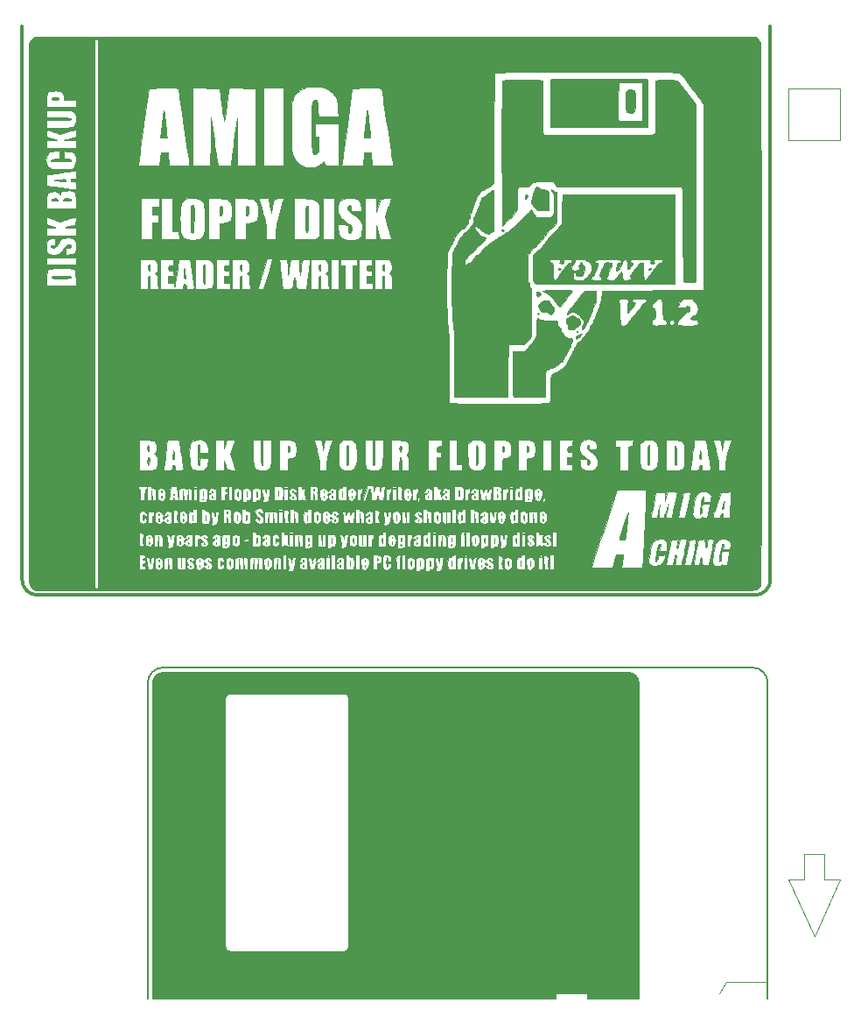
<source format=gto>
G04 #@! TF.GenerationSoftware,KiCad,Pcbnew,(5.1.8)-1*
G04 #@! TF.CreationDate,2021-10-11T22:10:08+02:00*
G04 #@! TF.ProjectId,Amiga Drawbridge BA1,416d6967-6120-4447-9261-776272696467,rev?*
G04 #@! TF.SameCoordinates,Original*
G04 #@! TF.FileFunction,Legend,Top*
G04 #@! TF.FilePolarity,Positive*
%FSLAX46Y46*%
G04 Gerber Fmt 4.6, Leading zero omitted, Abs format (unit mm)*
G04 Created by KiCad (PCBNEW (5.1.8)-1) date 2021-10-11 22:10:08*
%MOMM*%
%LPD*%
G01*
G04 APERTURE LIST*
%ADD10C,0.300000*%
%ADD11C,0.120000*%
%ADD12C,0.100000*%
%ADD13C,0.200000*%
%ADD14C,0.010000*%
G04 APERTURE END LIST*
D10*
X116840000Y-106045000D02*
X116840000Y-108500000D01*
D11*
X196000000Y-61000000D02*
X191000000Y-61000000D01*
X191000000Y-66000000D02*
X191000000Y-61000000D01*
X196000000Y-61000000D02*
X196000000Y-66000000D01*
X196000000Y-66000000D02*
X191000000Y-66000000D01*
D12*
G36*
X175900000Y-117600000D02*
G01*
X176200000Y-117800000D01*
X176400000Y-118100000D01*
X176500000Y-118500000D01*
X176500000Y-149000000D01*
X171500000Y-149000000D01*
X171500000Y-148500000D01*
X168500000Y-148500000D01*
X168500000Y-149000000D01*
X149500000Y-149000000D01*
X149500000Y-117500000D01*
X175500000Y-117500000D01*
X175900000Y-117600000D01*
G37*
X175900000Y-117600000D02*
X176200000Y-117800000D01*
X176400000Y-118100000D01*
X176500000Y-118500000D01*
X176500000Y-149000000D01*
X171500000Y-149000000D01*
X171500000Y-148500000D01*
X168500000Y-148500000D01*
X168500000Y-149000000D01*
X149500000Y-149000000D01*
X149500000Y-117500000D01*
X175500000Y-117500000D01*
X175900000Y-117600000D01*
G36*
X149500000Y-149000000D02*
G01*
X137000000Y-149000000D01*
X137000000Y-144500000D01*
X148000000Y-144500000D01*
X148300000Y-144400000D01*
X148500000Y-144200000D01*
X148500000Y-120000000D01*
X148400000Y-119700000D01*
X148200000Y-119500000D01*
X137000000Y-119500000D01*
X137000000Y-117500000D01*
X149500000Y-117500000D01*
X149500000Y-149000000D01*
G37*
X149500000Y-149000000D02*
X137000000Y-149000000D01*
X137000000Y-144500000D01*
X148000000Y-144500000D01*
X148300000Y-144400000D01*
X148500000Y-144200000D01*
X148500000Y-120000000D01*
X148400000Y-119700000D01*
X148200000Y-119500000D01*
X137000000Y-119500000D01*
X137000000Y-117500000D01*
X149500000Y-117500000D01*
X149500000Y-149000000D01*
G36*
X136600000Y-144300000D02*
G01*
X136800000Y-144500000D01*
X137000000Y-144500000D01*
X137000000Y-149000000D01*
X136500000Y-149000000D01*
X136500000Y-144000000D01*
X136600000Y-144300000D01*
G37*
X136600000Y-144300000D02*
X136800000Y-144500000D01*
X137000000Y-144500000D01*
X137000000Y-149000000D01*
X136500000Y-149000000D01*
X136500000Y-144000000D01*
X136600000Y-144300000D01*
G36*
X137000000Y-119500000D02*
G01*
X136800000Y-119500000D01*
X136600000Y-119700000D01*
X136500000Y-120000000D01*
X136500000Y-117500000D01*
X137000000Y-117500000D01*
X137000000Y-119500000D01*
G37*
X137000000Y-119500000D02*
X136800000Y-119500000D01*
X136600000Y-119700000D01*
X136500000Y-120000000D01*
X136500000Y-117500000D01*
X137000000Y-117500000D01*
X137000000Y-119500000D01*
G36*
X136500000Y-149000000D02*
G01*
X129500000Y-149000000D01*
X129500000Y-118500000D01*
X129600000Y-118000000D01*
X130000000Y-117600000D01*
X130500000Y-117500000D01*
X136500000Y-117500000D01*
X136500000Y-149000000D01*
G37*
X136500000Y-149000000D02*
X129500000Y-149000000D01*
X129500000Y-118500000D01*
X129600000Y-118000000D01*
X130000000Y-117600000D01*
X130500000Y-117500000D01*
X136500000Y-117500000D01*
X136500000Y-149000000D01*
D11*
X194500000Y-135000000D02*
X194500000Y-137500000D01*
X192500000Y-135000000D02*
X194500000Y-135000000D01*
X192500000Y-137500000D02*
X192500000Y-135000000D01*
X191000000Y-137500000D02*
X192500000Y-137500000D01*
X193500000Y-143000000D02*
X191000000Y-137500000D01*
X196000000Y-137500000D02*
X194500000Y-137500000D01*
X193500000Y-143000000D02*
X196000000Y-137500000D01*
X185000000Y-147365000D02*
X184264300Y-148501100D01*
X189000000Y-147365000D02*
X185000000Y-147365000D01*
D13*
X140500000Y-144500000D02*
X144500000Y-144500000D01*
X148000000Y-144500000D02*
X144500000Y-144500000D01*
X137000000Y-144500000D02*
G75*
G02*
X136500000Y-144000000I0J500000D01*
G01*
X148500000Y-144000000D02*
G75*
G02*
X148000000Y-144500000I-500000J0D01*
G01*
X148000000Y-119500000D02*
G75*
G02*
X148500000Y-120000000I0J-500000D01*
G01*
X136500000Y-120000000D02*
G75*
G02*
X137000000Y-119500000I500000J0D01*
G01*
X137000000Y-119500000D02*
X148000000Y-119500000D01*
X137000000Y-144500000D02*
X140500000Y-144500000D01*
X148500000Y-120000000D02*
X148500000Y-144000000D01*
X136500000Y-120000000D02*
X136500000Y-144000000D01*
D12*
X171500000Y-148500000D02*
X168500000Y-148500000D01*
X168500000Y-148500000D02*
X168500000Y-149000000D01*
X171500000Y-148500000D02*
X171500000Y-149000000D01*
D13*
X176500000Y-118500000D02*
X176500000Y-149000000D01*
X130500000Y-117500000D02*
X175500000Y-117500000D01*
X175500000Y-117500000D02*
G75*
G02*
X176500000Y-118500000I0J-1000000D01*
G01*
X129500000Y-118500000D02*
X129500000Y-149000000D01*
X129500000Y-118500000D02*
G75*
G02*
X130500000Y-117500000I1000000J0D01*
G01*
X130500000Y-117000000D02*
X187500000Y-117000000D01*
X129000000Y-118500000D02*
G75*
G02*
X130500000Y-117000000I1500000J0D01*
G01*
X129000000Y-118500000D02*
X129000000Y-149000000D01*
X187500000Y-117000000D02*
G75*
G02*
X189000000Y-118500000I0J-1500000D01*
G01*
X189000000Y-118500000D02*
X189000000Y-149000000D01*
D10*
X189254000Y-108500000D02*
G75*
G02*
X187754000Y-110000000I-1500000J0D01*
G01*
X118340000Y-110000000D02*
G75*
G02*
X116840000Y-108500000I0J1500000D01*
G01*
X187754000Y-110000000D02*
X118364000Y-110000000D01*
X189254000Y-55000000D02*
X189254000Y-108500000D01*
X116840000Y-55000000D02*
X116840000Y-106045000D01*
D14*
G36*
X175935975Y-61162883D02*
G01*
X176072714Y-61210017D01*
X176110456Y-61250943D01*
X176124315Y-61348269D01*
X176135963Y-61546715D01*
X176144413Y-61820407D01*
X176148678Y-62143471D01*
X176149000Y-62261749D01*
X176146408Y-62595848D01*
X176139291Y-62889506D01*
X176128636Y-63116849D01*
X176115428Y-63252003D01*
X176110456Y-63272556D01*
X176026193Y-63336061D01*
X175862311Y-63371906D01*
X175663144Y-63380091D01*
X175473024Y-63360616D01*
X175336285Y-63313482D01*
X175298543Y-63272556D01*
X175284684Y-63175230D01*
X175273036Y-62976784D01*
X175264586Y-62703092D01*
X175260321Y-62380028D01*
X175260000Y-62261749D01*
X175262591Y-61927651D01*
X175269708Y-61633993D01*
X175280363Y-61406650D01*
X175293571Y-61271496D01*
X175298543Y-61250943D01*
X175382806Y-61187438D01*
X175546688Y-61151593D01*
X175745855Y-61143408D01*
X175935975Y-61162883D01*
G37*
X175935975Y-61162883D02*
X176072714Y-61210017D01*
X176110456Y-61250943D01*
X176124315Y-61348269D01*
X176135963Y-61546715D01*
X176144413Y-61820407D01*
X176148678Y-62143471D01*
X176149000Y-62261749D01*
X176146408Y-62595848D01*
X176139291Y-62889506D01*
X176128636Y-63116849D01*
X176115428Y-63252003D01*
X176110456Y-63272556D01*
X176026193Y-63336061D01*
X175862311Y-63371906D01*
X175663144Y-63380091D01*
X175473024Y-63360616D01*
X175336285Y-63313482D01*
X175298543Y-63272556D01*
X175284684Y-63175230D01*
X175273036Y-62976784D01*
X175264586Y-62703092D01*
X175260321Y-62380028D01*
X175260000Y-62261749D01*
X175262591Y-61927651D01*
X175269708Y-61633993D01*
X175280363Y-61406650D01*
X175293571Y-61271496D01*
X175298543Y-61250943D01*
X175382806Y-61187438D01*
X175546688Y-61151593D01*
X175745855Y-61143408D01*
X175935975Y-61162883D01*
G36*
X177685350Y-78409450D02*
G01*
X177697222Y-78483168D01*
X177616317Y-78545851D01*
X177514851Y-78585324D01*
X177483219Y-78543047D01*
X177482500Y-78523731D01*
X177524304Y-78412285D01*
X177616604Y-78375330D01*
X177685350Y-78409450D01*
G37*
X177685350Y-78409450D02*
X177697222Y-78483168D01*
X177616317Y-78545851D01*
X177514851Y-78585324D01*
X177483219Y-78543047D01*
X177482500Y-78523731D01*
X177524304Y-78412285D01*
X177616604Y-78375330D01*
X177685350Y-78409450D01*
G36*
X168922350Y-78409450D02*
G01*
X168934222Y-78483168D01*
X168853317Y-78545851D01*
X168751851Y-78585324D01*
X168720219Y-78543047D01*
X168719500Y-78523731D01*
X168761304Y-78412285D01*
X168853604Y-78375330D01*
X168922350Y-78409450D01*
G37*
X168922350Y-78409450D02*
X168934222Y-78483168D01*
X168853317Y-78545851D01*
X168751851Y-78585324D01*
X168720219Y-78543047D01*
X168719500Y-78523731D01*
X168761304Y-78412285D01*
X168853604Y-78375330D01*
X168922350Y-78409450D01*
G36*
X120250760Y-61888552D02*
G01*
X120366442Y-61934327D01*
X120396000Y-62014543D01*
X120359344Y-62067198D01*
X120236002Y-62095119D01*
X120016992Y-62103000D01*
X119805020Y-62097561D01*
X119696423Y-62076919D01*
X119667875Y-62034588D01*
X119674536Y-62007750D01*
X119705350Y-61945077D01*
X119759921Y-61911718D01*
X119875370Y-61894891D01*
X120030875Y-61885059D01*
X120250760Y-61888552D01*
G37*
X120250760Y-61888552D02*
X120366442Y-61934327D01*
X120396000Y-62014543D01*
X120359344Y-62067198D01*
X120236002Y-62095119D01*
X120016992Y-62103000D01*
X119805020Y-62097561D01*
X119696423Y-62076919D01*
X119667875Y-62034588D01*
X119674536Y-62007750D01*
X119705350Y-61945077D01*
X119759921Y-61911718D01*
X119875370Y-61894891D01*
X120030875Y-61885059D01*
X120250760Y-61888552D01*
G36*
X150263241Y-63221731D02*
G01*
X150293377Y-63414022D01*
X150329638Y-63726086D01*
X150372572Y-64161416D01*
X150373069Y-64166750D01*
X150410325Y-64559316D01*
X150445936Y-64921096D01*
X150477436Y-65228030D01*
X150502355Y-65456061D01*
X150517987Y-65579625D01*
X150550515Y-65786000D01*
X149908704Y-65786000D01*
X149951226Y-65357375D01*
X149984396Y-65040841D01*
X150025255Y-64677755D01*
X150070232Y-64297102D01*
X150115758Y-63927868D01*
X150158260Y-63599040D01*
X150194168Y-63339604D01*
X150219165Y-63182500D01*
X150238686Y-63145720D01*
X150263241Y-63221731D01*
G37*
X150263241Y-63221731D02*
X150293377Y-63414022D01*
X150329638Y-63726086D01*
X150372572Y-64161416D01*
X150373069Y-64166750D01*
X150410325Y-64559316D01*
X150445936Y-64921096D01*
X150477436Y-65228030D01*
X150502355Y-65456061D01*
X150517987Y-65579625D01*
X150550515Y-65786000D01*
X149908704Y-65786000D01*
X149951226Y-65357375D01*
X149984396Y-65040841D01*
X150025255Y-64677755D01*
X150070232Y-64297102D01*
X150115758Y-63927868D01*
X150158260Y-63599040D01*
X150194168Y-63339604D01*
X150219165Y-63182500D01*
X150238686Y-63145720D01*
X150263241Y-63221731D01*
G36*
X130578241Y-63221731D02*
G01*
X130608377Y-63414022D01*
X130644638Y-63726086D01*
X130687572Y-64161416D01*
X130688069Y-64166750D01*
X130725325Y-64559316D01*
X130760936Y-64921096D01*
X130792436Y-65228030D01*
X130817355Y-65456061D01*
X130832987Y-65579625D01*
X130865515Y-65786000D01*
X130223704Y-65786000D01*
X130266226Y-65357375D01*
X130299396Y-65040841D01*
X130340255Y-64677755D01*
X130385232Y-64297102D01*
X130430758Y-63927868D01*
X130473260Y-63599040D01*
X130509168Y-63339604D01*
X130534165Y-63182500D01*
X130553686Y-63145720D01*
X130578241Y-63221731D01*
G37*
X130578241Y-63221731D02*
X130608377Y-63414022D01*
X130644638Y-63726086D01*
X130687572Y-64161416D01*
X130688069Y-64166750D01*
X130725325Y-64559316D01*
X130760936Y-64921096D01*
X130792436Y-65228030D01*
X130817355Y-65456061D01*
X130832987Y-65579625D01*
X130865515Y-65786000D01*
X130223704Y-65786000D01*
X130266226Y-65357375D01*
X130299396Y-65040841D01*
X130340255Y-64677755D01*
X130385232Y-64297102D01*
X130430758Y-63927868D01*
X130473260Y-63599040D01*
X130509168Y-63339604D01*
X130534165Y-63182500D01*
X130553686Y-63145720D01*
X130578241Y-63221731D01*
G36*
X120015000Y-69881750D02*
G01*
X119983250Y-69913500D01*
X119951500Y-69881750D01*
X119983250Y-69850000D01*
X120015000Y-69881750D01*
G37*
X120015000Y-69881750D02*
X119983250Y-69913500D01*
X119951500Y-69881750D01*
X119983250Y-69850000D01*
X120015000Y-69881750D01*
G36*
X120980928Y-69804625D02*
G01*
X121024089Y-69845040D01*
X121031000Y-69909088D01*
X121024609Y-70010665D01*
X121015125Y-70031484D01*
X120948920Y-70021023D01*
X120790443Y-70002212D01*
X120573816Y-69979098D01*
X120570853Y-69978796D01*
X120345659Y-69949327D01*
X120177769Y-69915422D01*
X120084611Y-69882972D01*
X120083614Y-69857870D01*
X120179041Y-69846332D01*
X120308222Y-69838808D01*
X120511139Y-69823351D01*
X120665875Y-69810171D01*
X120871489Y-69795701D01*
X120980928Y-69804625D01*
G37*
X120980928Y-69804625D02*
X121024089Y-69845040D01*
X121031000Y-69909088D01*
X121024609Y-70010665D01*
X121015125Y-70031484D01*
X120948920Y-70021023D01*
X120790443Y-70002212D01*
X120573816Y-69979098D01*
X120570853Y-69978796D01*
X120345659Y-69949327D01*
X120177769Y-69915422D01*
X120084611Y-69882972D01*
X120083614Y-69857870D01*
X120179041Y-69846332D01*
X120308222Y-69838808D01*
X120511139Y-69823351D01*
X120665875Y-69810171D01*
X120871489Y-69795701D01*
X120980928Y-69804625D01*
G36*
X121386348Y-71663384D02*
G01*
X121522113Y-71731658D01*
X121561752Y-71786201D01*
X121561420Y-71838379D01*
X121494845Y-71867790D01*
X121339059Y-71880244D01*
X121183100Y-71882000D01*
X120958493Y-71877565D01*
X120835411Y-71859691D01*
X120788552Y-71821522D01*
X120788288Y-71775031D01*
X120862094Y-71688195D01*
X121014359Y-71641046D01*
X121203104Y-71632978D01*
X121386348Y-71663384D01*
G37*
X121386348Y-71663384D02*
X121522113Y-71731658D01*
X121561752Y-71786201D01*
X121561420Y-71838379D01*
X121494845Y-71867790D01*
X121339059Y-71880244D01*
X121183100Y-71882000D01*
X120958493Y-71877565D01*
X120835411Y-71859691D01*
X120788552Y-71821522D01*
X120788288Y-71775031D01*
X120862094Y-71688195D01*
X121014359Y-71641046D01*
X121203104Y-71632978D01*
X121386348Y-71663384D01*
G36*
X120236989Y-71681600D02*
G01*
X120302971Y-71760012D01*
X120304970Y-71770875D01*
X120295803Y-71835888D01*
X120225315Y-71869557D01*
X120065892Y-71881315D01*
X119979624Y-71882000D01*
X119779667Y-71874993D01*
X119683890Y-71849604D01*
X119670025Y-71799280D01*
X119672652Y-71791659D01*
X119737005Y-71702609D01*
X119862361Y-71660510D01*
X120072463Y-71654026D01*
X120236989Y-71681600D01*
G37*
X120236989Y-71681600D02*
X120302971Y-71760012D01*
X120304970Y-71770875D01*
X120295803Y-71835888D01*
X120225315Y-71869557D01*
X120065892Y-71881315D01*
X119979624Y-71882000D01*
X119779667Y-71874993D01*
X119683890Y-71849604D01*
X119670025Y-71799280D01*
X119672652Y-71791659D01*
X119737005Y-71702609D01*
X119862361Y-71660510D01*
X120072463Y-71654026D01*
X120236989Y-71681600D01*
G36*
X144444111Y-72394471D02*
G01*
X144476291Y-72418875D01*
X144498343Y-72479693D01*
X144511728Y-72593410D01*
X144517909Y-72776508D01*
X144518346Y-73045471D01*
X144514501Y-73416782D01*
X144511467Y-73643300D01*
X144504653Y-74074330D01*
X144496613Y-74394879D01*
X144485685Y-74621466D01*
X144470204Y-74770608D01*
X144448509Y-74858824D01*
X144418936Y-74902632D01*
X144383125Y-74917956D01*
X144345350Y-74916977D01*
X144317223Y-74886900D01*
X144297335Y-74811845D01*
X144284279Y-74675929D01*
X144276645Y-74463272D01*
X144273026Y-74157994D01*
X144272014Y-73744212D01*
X144272000Y-73664656D01*
X144272476Y-73232432D01*
X144275002Y-72910866D01*
X144281222Y-72683616D01*
X144292783Y-72534342D01*
X144311330Y-72446700D01*
X144338508Y-72404350D01*
X144375962Y-72390951D01*
X144400342Y-72390000D01*
X144444111Y-72394471D01*
G37*
X144444111Y-72394471D02*
X144476291Y-72418875D01*
X144498343Y-72479693D01*
X144511728Y-72593410D01*
X144517909Y-72776508D01*
X144518346Y-73045471D01*
X144514501Y-73416782D01*
X144511467Y-73643300D01*
X144504653Y-74074330D01*
X144496613Y-74394879D01*
X144485685Y-74621466D01*
X144470204Y-74770608D01*
X144448509Y-74858824D01*
X144418936Y-74902632D01*
X144383125Y-74917956D01*
X144345350Y-74916977D01*
X144317223Y-74886900D01*
X144297335Y-74811845D01*
X144284279Y-74675929D01*
X144276645Y-74463272D01*
X144273026Y-74157994D01*
X144272014Y-73744212D01*
X144272000Y-73664656D01*
X144272476Y-73232432D01*
X144275002Y-72910866D01*
X144281222Y-72683616D01*
X144292783Y-72534342D01*
X144311330Y-72446700D01*
X144338508Y-72404350D01*
X144375962Y-72390951D01*
X144400342Y-72390000D01*
X144444111Y-72394471D01*
G36*
X138689969Y-72399787D02*
G01*
X138726948Y-72447080D01*
X138740718Y-72558776D01*
X138737783Y-72761772D01*
X138734406Y-72849701D01*
X138719216Y-73095461D01*
X138693667Y-73240510D01*
X138650676Y-73311096D01*
X138604625Y-73330607D01*
X138547886Y-73327362D01*
X138514388Y-73274559D01*
X138498247Y-73147849D01*
X138493576Y-72922884D01*
X138493500Y-72870906D01*
X138496335Y-72626201D01*
X138509568Y-72482173D01*
X138540292Y-72412542D01*
X138595598Y-72391027D01*
X138623281Y-72390000D01*
X138689969Y-72399787D01*
G37*
X138689969Y-72399787D02*
X138726948Y-72447080D01*
X138740718Y-72558776D01*
X138737783Y-72761772D01*
X138734406Y-72849701D01*
X138719216Y-73095461D01*
X138693667Y-73240510D01*
X138650676Y-73311096D01*
X138604625Y-73330607D01*
X138547886Y-73327362D01*
X138514388Y-73274559D01*
X138498247Y-73147849D01*
X138493576Y-72922884D01*
X138493500Y-72870906D01*
X138496335Y-72626201D01*
X138509568Y-72482173D01*
X138540292Y-72412542D01*
X138595598Y-72391027D01*
X138623281Y-72390000D01*
X138689969Y-72399787D01*
G36*
X136149969Y-72399787D02*
G01*
X136186948Y-72447080D01*
X136200718Y-72558776D01*
X136197783Y-72761772D01*
X136194406Y-72849701D01*
X136179216Y-73095461D01*
X136153667Y-73240510D01*
X136110676Y-73311096D01*
X136064625Y-73330607D01*
X136007886Y-73327362D01*
X135974388Y-73274559D01*
X135958247Y-73147849D01*
X135953576Y-72922884D01*
X135953500Y-72870906D01*
X135956335Y-72626201D01*
X135969568Y-72482173D01*
X136000292Y-72412542D01*
X136055598Y-72391027D01*
X136083281Y-72390000D01*
X136149969Y-72399787D01*
G37*
X136149969Y-72399787D02*
X136186948Y-72447080D01*
X136200718Y-72558776D01*
X136197783Y-72761772D01*
X136194406Y-72849701D01*
X136179216Y-73095461D01*
X136153667Y-73240510D01*
X136110676Y-73311096D01*
X136064625Y-73330607D01*
X136007886Y-73327362D01*
X135974388Y-73274559D01*
X135958247Y-73147849D01*
X135953576Y-72922884D01*
X135953500Y-72870906D01*
X135956335Y-72626201D01*
X135969568Y-72482173D01*
X136000292Y-72412542D01*
X136055598Y-72391027D01*
X136083281Y-72390000D01*
X136149969Y-72399787D01*
G36*
X133376001Y-72277977D02*
G01*
X133414800Y-72332454D01*
X133442176Y-72440750D01*
X133459461Y-72617186D01*
X133467988Y-72876079D01*
X133469091Y-73231750D01*
X133464103Y-73698517D01*
X133463282Y-73754429D01*
X133455786Y-74178708D01*
X133446719Y-74492495D01*
X133434449Y-74712297D01*
X133417343Y-74854622D01*
X133393769Y-74935978D01*
X133362096Y-74972872D01*
X133342115Y-74979921D01*
X133234811Y-74946906D01*
X133199240Y-74896173D01*
X133185291Y-74796451D01*
X133174524Y-74595291D01*
X133166935Y-74318217D01*
X133162521Y-73990753D01*
X133161280Y-73638421D01*
X133163208Y-73286745D01*
X133168302Y-72961247D01*
X133176561Y-72687451D01*
X133187980Y-72490880D01*
X133199523Y-72405875D01*
X133261880Y-72294514D01*
X133324446Y-72263000D01*
X133376001Y-72277977D01*
G37*
X133376001Y-72277977D02*
X133414800Y-72332454D01*
X133442176Y-72440750D01*
X133459461Y-72617186D01*
X133467988Y-72876079D01*
X133469091Y-73231750D01*
X133464103Y-73698517D01*
X133463282Y-73754429D01*
X133455786Y-74178708D01*
X133446719Y-74492495D01*
X133434449Y-74712297D01*
X133417343Y-74854622D01*
X133393769Y-74935978D01*
X133362096Y-74972872D01*
X133342115Y-74979921D01*
X133234811Y-74946906D01*
X133199240Y-74896173D01*
X133185291Y-74796451D01*
X133174524Y-74595291D01*
X133166935Y-74318217D01*
X133162521Y-73990753D01*
X133161280Y-73638421D01*
X133163208Y-73286745D01*
X133168302Y-72961247D01*
X133176561Y-72687451D01*
X133187980Y-72490880D01*
X133199523Y-72405875D01*
X133261880Y-72294514D01*
X133324446Y-72263000D01*
X133376001Y-72277977D01*
G36*
X121210640Y-79154801D02*
G01*
X121375664Y-79165375D01*
X121475325Y-79187383D01*
X121530152Y-79223552D01*
X121560679Y-79276604D01*
X121563847Y-79284659D01*
X121559320Y-79319533D01*
X121503766Y-79344374D01*
X121380749Y-79360753D01*
X121173833Y-79370239D01*
X120866582Y-79374402D01*
X120618249Y-79375000D01*
X120242746Y-79373551D01*
X119977310Y-79368066D01*
X119805033Y-79356839D01*
X119709003Y-79338164D01*
X119672311Y-79310332D01*
X119674536Y-79279750D01*
X119690877Y-79236376D01*
X119714490Y-79206071D01*
X119765750Y-79186140D01*
X119865030Y-79173889D01*
X120032705Y-79166623D01*
X120289149Y-79161649D01*
X120602375Y-79157059D01*
X120959721Y-79152937D01*
X121210640Y-79154801D01*
G37*
X121210640Y-79154801D02*
X121375664Y-79165375D01*
X121475325Y-79187383D01*
X121530152Y-79223552D01*
X121560679Y-79276604D01*
X121563847Y-79284659D01*
X121559320Y-79319533D01*
X121503766Y-79344374D01*
X121380749Y-79360753D01*
X121173833Y-79370239D01*
X120866582Y-79374402D01*
X120618249Y-79375000D01*
X120242746Y-79373551D01*
X119977310Y-79368066D01*
X119805033Y-79356839D01*
X119709003Y-79338164D01*
X119672311Y-79310332D01*
X119674536Y-79279750D01*
X119690877Y-79236376D01*
X119714490Y-79206071D01*
X119765750Y-79186140D01*
X119865030Y-79173889D01*
X120032705Y-79166623D01*
X120289149Y-79161649D01*
X120602375Y-79157059D01*
X120959721Y-79152937D01*
X121210640Y-79154801D01*
G36*
X151859530Y-78078896D02*
G01*
X151888127Y-78206052D01*
X151892000Y-78327250D01*
X151879534Y-78515591D01*
X151837149Y-78601381D01*
X151796750Y-78613000D01*
X151733969Y-78575603D01*
X151705372Y-78448447D01*
X151701500Y-78327250D01*
X151713965Y-78138908D01*
X151756350Y-78053118D01*
X151796750Y-78041500D01*
X151859530Y-78078896D01*
G37*
X151859530Y-78078896D02*
X151888127Y-78206052D01*
X151892000Y-78327250D01*
X151879534Y-78515591D01*
X151837149Y-78601381D01*
X151796750Y-78613000D01*
X151733969Y-78575603D01*
X151705372Y-78448447D01*
X151701500Y-78327250D01*
X151713965Y-78138908D01*
X151756350Y-78053118D01*
X151796750Y-78041500D01*
X151859530Y-78078896D01*
G36*
X145700030Y-78078896D02*
G01*
X145728627Y-78206052D01*
X145732500Y-78327250D01*
X145720034Y-78515591D01*
X145677649Y-78601381D01*
X145637250Y-78613000D01*
X145574469Y-78575603D01*
X145545872Y-78448447D01*
X145542000Y-78327250D01*
X145554465Y-78138908D01*
X145596850Y-78053118D01*
X145637250Y-78041500D01*
X145700030Y-78078896D01*
G37*
X145700030Y-78078896D02*
X145728627Y-78206052D01*
X145732500Y-78327250D01*
X145720034Y-78515591D01*
X145677649Y-78601381D01*
X145637250Y-78613000D01*
X145574469Y-78575603D01*
X145545872Y-78448447D01*
X145542000Y-78327250D01*
X145554465Y-78138908D01*
X145596850Y-78053118D01*
X145637250Y-78041500D01*
X145700030Y-78078896D01*
G36*
X138080030Y-78078896D02*
G01*
X138108627Y-78206052D01*
X138112500Y-78327250D01*
X138100034Y-78515591D01*
X138057649Y-78601381D01*
X138017250Y-78613000D01*
X137954469Y-78575603D01*
X137925872Y-78448447D01*
X137922000Y-78327250D01*
X137934465Y-78138908D01*
X137976850Y-78053118D01*
X138017250Y-78041500D01*
X138080030Y-78078896D01*
G37*
X138080030Y-78078896D02*
X138108627Y-78206052D01*
X138112500Y-78327250D01*
X138100034Y-78515591D01*
X138057649Y-78601381D01*
X138017250Y-78613000D01*
X137954469Y-78575603D01*
X137925872Y-78448447D01*
X137922000Y-78327250D01*
X137934465Y-78138908D01*
X137976850Y-78053118D01*
X138017250Y-78041500D01*
X138080030Y-78078896D01*
G36*
X134499083Y-78059026D02*
G01*
X134525636Y-78123553D01*
X134542762Y-78252997D01*
X134552314Y-78465277D01*
X134556147Y-78778312D01*
X134556500Y-78962250D01*
X134554686Y-79327973D01*
X134548011Y-79584651D01*
X134534620Y-79750201D01*
X134512660Y-79842541D01*
X134480278Y-79879590D01*
X134461250Y-79883000D01*
X134423416Y-79865473D01*
X134396863Y-79800946D01*
X134379737Y-79671502D01*
X134370185Y-79459222D01*
X134366352Y-79146187D01*
X134366000Y-78962250D01*
X134367813Y-78596526D01*
X134374488Y-78339848D01*
X134387879Y-78174298D01*
X134409839Y-78081958D01*
X134442221Y-78044909D01*
X134461250Y-78041500D01*
X134499083Y-78059026D01*
G37*
X134499083Y-78059026D02*
X134525636Y-78123553D01*
X134542762Y-78252997D01*
X134552314Y-78465277D01*
X134556147Y-78778312D01*
X134556500Y-78962250D01*
X134554686Y-79327973D01*
X134548011Y-79584651D01*
X134534620Y-79750201D01*
X134512660Y-79842541D01*
X134480278Y-79879590D01*
X134461250Y-79883000D01*
X134423416Y-79865473D01*
X134396863Y-79800946D01*
X134379737Y-79671502D01*
X134370185Y-79459222D01*
X134366352Y-79146187D01*
X134366000Y-78962250D01*
X134367813Y-78596526D01*
X134374488Y-78339848D01*
X134387879Y-78174298D01*
X134409839Y-78081958D01*
X134442221Y-78044909D01*
X134461250Y-78041500D01*
X134499083Y-78059026D01*
G36*
X132581396Y-78644750D02*
G01*
X132597774Y-78885333D01*
X132626635Y-79123742D01*
X132628757Y-79136875D01*
X132644857Y-79295487D01*
X132616639Y-79363873D01*
X132564558Y-79375000D01*
X132493297Y-79340414D01*
X132465810Y-79219164D01*
X132464659Y-79136875D01*
X132481231Y-78906939D01*
X132516717Y-78665443D01*
X132520857Y-78644750D01*
X132573395Y-78390750D01*
X132581396Y-78644750D01*
G37*
X132581396Y-78644750D02*
X132597774Y-78885333D01*
X132626635Y-79123742D01*
X132628757Y-79136875D01*
X132644857Y-79295487D01*
X132616639Y-79363873D01*
X132564558Y-79375000D01*
X132493297Y-79340414D01*
X132465810Y-79219164D01*
X132464659Y-79136875D01*
X132481231Y-78906939D01*
X132516717Y-78665443D01*
X132520857Y-78644750D01*
X132573395Y-78390750D01*
X132581396Y-78644750D01*
G36*
X129190030Y-78078896D02*
G01*
X129218627Y-78206052D01*
X129222500Y-78327250D01*
X129210034Y-78515591D01*
X129167649Y-78601381D01*
X129127250Y-78613000D01*
X129064469Y-78575603D01*
X129035872Y-78448447D01*
X129032000Y-78327250D01*
X129044465Y-78138908D01*
X129086850Y-78053118D01*
X129127250Y-78041500D01*
X129190030Y-78078896D01*
G37*
X129190030Y-78078896D02*
X129218627Y-78206052D01*
X129222500Y-78327250D01*
X129210034Y-78515591D01*
X129167649Y-78601381D01*
X129127250Y-78613000D01*
X129064469Y-78575603D01*
X129035872Y-78448447D01*
X129032000Y-78327250D01*
X129044465Y-78138908D01*
X129086850Y-78053118D01*
X129127250Y-78041500D01*
X129190030Y-78078896D01*
G36*
X177324384Y-60213875D02*
G01*
X177332093Y-60309539D01*
X177338188Y-60516437D01*
X177342556Y-60818812D01*
X177345081Y-61200905D01*
X177345647Y-61646960D01*
X177344139Y-62141218D01*
X177341469Y-62547500D01*
X177323750Y-64738250D01*
X172683367Y-64754534D01*
X171926945Y-64756615D01*
X171207698Y-64757482D01*
X170535692Y-64757192D01*
X169920996Y-64755801D01*
X169373676Y-64753365D01*
X168903800Y-64749943D01*
X168521434Y-64745591D01*
X168236646Y-64740365D01*
X168059504Y-64734323D01*
X168000242Y-64728075D01*
X167989793Y-64656340D01*
X167980807Y-64475232D01*
X167973302Y-64202369D01*
X167967292Y-63855371D01*
X167962795Y-63451854D01*
X167960627Y-63128639D01*
X174508630Y-63128639D01*
X174509924Y-63502044D01*
X174513318Y-63802037D01*
X174518683Y-64011720D01*
X174525890Y-64114194D01*
X174527294Y-64119748D01*
X174567474Y-64149708D01*
X174670863Y-64170631D01*
X174851721Y-64183286D01*
X175124307Y-64188442D01*
X175502881Y-64186869D01*
X175718933Y-64184063D01*
X176879250Y-64166750D01*
X176879250Y-60420250D01*
X174529750Y-60420250D01*
X174512860Y-62229185D01*
X174509566Y-62698720D01*
X174508630Y-63128639D01*
X167960627Y-63128639D01*
X167959827Y-63009439D01*
X167958403Y-62545744D01*
X167958541Y-62078387D01*
X167960256Y-61624987D01*
X167963564Y-61203162D01*
X167968482Y-60830532D01*
X167975026Y-60524714D01*
X167983213Y-60303327D01*
X167993058Y-60183990D01*
X167996043Y-60171443D01*
X168012826Y-60152273D01*
X168053081Y-60135679D01*
X168125291Y-60121480D01*
X168237938Y-60109493D01*
X168399504Y-60099535D01*
X168618473Y-60091423D01*
X168903326Y-60084976D01*
X169262546Y-60080009D01*
X169704615Y-60076342D01*
X170238016Y-60073790D01*
X170871231Y-60072172D01*
X171612743Y-60071306D01*
X172471033Y-60071007D01*
X172662083Y-60071000D01*
X177289580Y-60070999D01*
X177324384Y-60213875D01*
G37*
X177324384Y-60213875D02*
X177332093Y-60309539D01*
X177338188Y-60516437D01*
X177342556Y-60818812D01*
X177345081Y-61200905D01*
X177345647Y-61646960D01*
X177344139Y-62141218D01*
X177341469Y-62547500D01*
X177323750Y-64738250D01*
X172683367Y-64754534D01*
X171926945Y-64756615D01*
X171207698Y-64757482D01*
X170535692Y-64757192D01*
X169920996Y-64755801D01*
X169373676Y-64753365D01*
X168903800Y-64749943D01*
X168521434Y-64745591D01*
X168236646Y-64740365D01*
X168059504Y-64734323D01*
X168000242Y-64728075D01*
X167989793Y-64656340D01*
X167980807Y-64475232D01*
X167973302Y-64202369D01*
X167967292Y-63855371D01*
X167962795Y-63451854D01*
X167960627Y-63128639D01*
X174508630Y-63128639D01*
X174509924Y-63502044D01*
X174513318Y-63802037D01*
X174518683Y-64011720D01*
X174525890Y-64114194D01*
X174527294Y-64119748D01*
X174567474Y-64149708D01*
X174670863Y-64170631D01*
X174851721Y-64183286D01*
X175124307Y-64188442D01*
X175502881Y-64186869D01*
X175718933Y-64184063D01*
X176879250Y-64166750D01*
X176879250Y-60420250D01*
X174529750Y-60420250D01*
X174512860Y-62229185D01*
X174509566Y-62698720D01*
X174508630Y-63128639D01*
X167960627Y-63128639D01*
X167959827Y-63009439D01*
X167958403Y-62545744D01*
X167958541Y-62078387D01*
X167960256Y-61624987D01*
X167963564Y-61203162D01*
X167968482Y-60830532D01*
X167975026Y-60524714D01*
X167983213Y-60303327D01*
X167993058Y-60183990D01*
X167996043Y-60171443D01*
X168012826Y-60152273D01*
X168053081Y-60135679D01*
X168125291Y-60121480D01*
X168237938Y-60109493D01*
X168399504Y-60099535D01*
X168618473Y-60091423D01*
X168903326Y-60084976D01*
X169262546Y-60080009D01*
X169704615Y-60076342D01*
X170238016Y-60073790D01*
X170871231Y-60072172D01*
X171612743Y-60071306D01*
X172471033Y-60071007D01*
X172662083Y-60071000D01*
X177289580Y-60070999D01*
X177324384Y-60213875D01*
G36*
X165663273Y-71279710D02*
G01*
X165685083Y-71298683D01*
X165722994Y-71412813D01*
X165696530Y-71562355D01*
X165622016Y-71684657D01*
X165576798Y-71714252D01*
X165510374Y-71710496D01*
X165483458Y-71614792D01*
X165481000Y-71534504D01*
X165506367Y-71356174D01*
X165572239Y-71265333D01*
X165663273Y-71279710D01*
G37*
X165663273Y-71279710D02*
X165685083Y-71298683D01*
X165722994Y-71412813D01*
X165696530Y-71562355D01*
X165622016Y-71684657D01*
X165576798Y-71714252D01*
X165510374Y-71710496D01*
X165483458Y-71614792D01*
X165481000Y-71534504D01*
X165506367Y-71356174D01*
X165572239Y-71265333D01*
X165663273Y-71279710D01*
G36*
X166795761Y-70586669D02*
G01*
X166907029Y-70672494D01*
X167052691Y-70769409D01*
X167273795Y-70802261D01*
X167300591Y-70802500D01*
X167546753Y-70834921D01*
X167705280Y-70931280D01*
X167756901Y-70992319D01*
X167791809Y-71069049D01*
X167812548Y-71184361D01*
X167821661Y-71361149D01*
X167821693Y-71622306D01*
X167816405Y-71931405D01*
X167798750Y-72802750D01*
X166702440Y-72839226D01*
X166377470Y-72450310D01*
X166184565Y-72201759D01*
X166081811Y-72018561D01*
X166063338Y-71882950D01*
X166123277Y-71777158D01*
X166147750Y-71755000D01*
X166215529Y-71626743D01*
X166242752Y-71401523D01*
X166243000Y-71374000D01*
X166263733Y-71150339D01*
X166320422Y-71010364D01*
X166334480Y-70996128D01*
X166411236Y-70877849D01*
X166445605Y-70750228D01*
X166510815Y-70611523D01*
X166640153Y-70554878D01*
X166795761Y-70586669D01*
G37*
X166795761Y-70586669D02*
X166907029Y-70672494D01*
X167052691Y-70769409D01*
X167273795Y-70802261D01*
X167300591Y-70802500D01*
X167546753Y-70834921D01*
X167705280Y-70931280D01*
X167756901Y-70992319D01*
X167791809Y-71069049D01*
X167812548Y-71184361D01*
X167821661Y-71361149D01*
X167821693Y-71622306D01*
X167816405Y-71931405D01*
X167798750Y-72802750D01*
X166702440Y-72839226D01*
X166377470Y-72450310D01*
X166184565Y-72201759D01*
X166081811Y-72018561D01*
X166063338Y-71882950D01*
X166123277Y-71777158D01*
X166147750Y-71755000D01*
X166215529Y-71626743D01*
X166242752Y-71401523D01*
X166243000Y-71374000D01*
X166263733Y-71150339D01*
X166320422Y-71010364D01*
X166334480Y-70996128D01*
X166411236Y-70877849D01*
X166445605Y-70750228D01*
X166510815Y-70611523D01*
X166640153Y-70554878D01*
X166795761Y-70586669D01*
G36*
X163425209Y-74701038D02*
G01*
X163449000Y-74735752D01*
X163400308Y-74820406D01*
X163282314Y-74823585D01*
X163274375Y-74820889D01*
X163198407Y-74759054D01*
X163228662Y-74697290D01*
X163322000Y-74676000D01*
X163425209Y-74701038D01*
G37*
X163425209Y-74701038D02*
X163449000Y-74735752D01*
X163400308Y-74820406D01*
X163282314Y-74823585D01*
X163274375Y-74820889D01*
X163198407Y-74759054D01*
X163228662Y-74697290D01*
X163322000Y-74676000D01*
X163425209Y-74701038D01*
G36*
X179500241Y-60202593D02*
G01*
X179816346Y-60215349D01*
X180061061Y-60234734D01*
X180209822Y-60259211D01*
X180229900Y-60266288D01*
X180355992Y-60365937D01*
X180479333Y-60526626D01*
X180502763Y-60567833D01*
X180632403Y-60773269D01*
X180791173Y-60975032D01*
X180816250Y-61002354D01*
X180981053Y-61193818D01*
X181141501Y-61406053D01*
X181165500Y-61441141D01*
X181318165Y-61648751D01*
X181489046Y-61853208D01*
X181516828Y-61883385D01*
X181679702Y-62071784D01*
X181845649Y-62286115D01*
X181883321Y-62339066D01*
X182057236Y-62590025D01*
X182055193Y-71074326D01*
X182054667Y-72103369D01*
X182053614Y-73098130D01*
X182052069Y-74051137D01*
X182050067Y-74954922D01*
X182047642Y-75802015D01*
X182044829Y-76584948D01*
X182041663Y-77296251D01*
X182038179Y-77928454D01*
X182034411Y-78474089D01*
X182030394Y-78925686D01*
X182026163Y-79275775D01*
X182021752Y-79516888D01*
X182017197Y-79641556D01*
X182015281Y-79657313D01*
X181934360Y-79710966D01*
X181763699Y-79746536D01*
X181539257Y-79764076D01*
X181296990Y-79763639D01*
X181072859Y-79745279D01*
X180902821Y-79709047D01*
X180823043Y-79655556D01*
X180816555Y-79576617D01*
X180810349Y-79381215D01*
X180804522Y-79079885D01*
X180799168Y-78683163D01*
X180794383Y-78201586D01*
X180790262Y-77645688D01*
X180786901Y-77026007D01*
X180784395Y-76353079D01*
X180782839Y-75637439D01*
X180782387Y-75162931D01*
X180781851Y-74308448D01*
X180780965Y-73571873D01*
X180779486Y-72944115D01*
X180777171Y-72416083D01*
X180773779Y-71978685D01*
X180769068Y-71622831D01*
X180762795Y-71339428D01*
X180754718Y-71119386D01*
X180744595Y-70953612D01*
X180732184Y-70833016D01*
X180717243Y-70748506D01*
X180699529Y-70690991D01*
X180678800Y-70651379D01*
X180661603Y-70628516D01*
X180542931Y-70486282D01*
X174671525Y-70484349D01*
X173817181Y-70484502D01*
X172997915Y-70485493D01*
X172222785Y-70487263D01*
X171500846Y-70489754D01*
X170841155Y-70492906D01*
X170252768Y-70496660D01*
X169744740Y-70500957D01*
X169326130Y-70505738D01*
X169005991Y-70510945D01*
X168793382Y-70516518D01*
X168697358Y-70522398D01*
X168693570Y-70523303D01*
X168596092Y-70546780D01*
X168571317Y-70540469D01*
X168527551Y-70479598D01*
X168434671Y-70352568D01*
X168380324Y-70278625D01*
X168205036Y-70040500D01*
X167235992Y-70040500D01*
X166868368Y-70040109D01*
X166603250Y-70043509D01*
X166416178Y-70057555D01*
X166282693Y-70089101D01*
X166178338Y-70145004D01*
X166078653Y-70232119D01*
X165959181Y-70357302D01*
X165906482Y-70413149D01*
X165822345Y-70479053D01*
X165708090Y-70509358D01*
X165526333Y-70510320D01*
X165383868Y-70500592D01*
X165156776Y-70486979D01*
X165017038Y-70497410D01*
X164925951Y-70540479D01*
X164849374Y-70619282D01*
X164800975Y-70688403D01*
X164766627Y-70775117D01*
X164743902Y-70901008D01*
X164730371Y-71087660D01*
X164723607Y-71356656D01*
X164721181Y-71729581D01*
X164721112Y-71759406D01*
X164719000Y-72748063D01*
X164465000Y-73088500D01*
X164336117Y-73267845D01*
X164244707Y-73407654D01*
X164211000Y-73476374D01*
X164158606Y-73529310D01*
X164027595Y-73604223D01*
X163972875Y-73629867D01*
X163733909Y-73798848D01*
X163559420Y-74020517D01*
X163450092Y-74176346D01*
X163358090Y-74270156D01*
X163320183Y-74283811D01*
X163312254Y-74219246D01*
X163304775Y-74037587D01*
X163297762Y-73748738D01*
X163291230Y-73362606D01*
X163285196Y-72889094D01*
X163279676Y-72338107D01*
X163274685Y-71719552D01*
X163270240Y-71043332D01*
X163266357Y-70319352D01*
X163263051Y-69557519D01*
X163260339Y-68767735D01*
X163258236Y-67959908D01*
X163256759Y-67143941D01*
X163255924Y-66329740D01*
X163255746Y-65527209D01*
X163256242Y-64746253D01*
X163257428Y-63996779D01*
X163259319Y-63288689D01*
X163261932Y-62631890D01*
X163265282Y-62036287D01*
X163269386Y-61511784D01*
X163274260Y-61068287D01*
X163279919Y-60715700D01*
X163286380Y-60463928D01*
X163293659Y-60322877D01*
X163297591Y-60297017D01*
X163321362Y-60268435D01*
X163377101Y-60245844D01*
X163478060Y-60228563D01*
X163637490Y-60215913D01*
X163868643Y-60207214D01*
X164184770Y-60201784D01*
X164599122Y-60198945D01*
X165124953Y-60198016D01*
X165227000Y-60198000D01*
X165772502Y-60198644D01*
X166204323Y-60201039D01*
X166535775Y-60205878D01*
X166780174Y-60213853D01*
X166950831Y-60225657D01*
X167061062Y-60241984D01*
X167124180Y-60263526D01*
X167153499Y-60290976D01*
X167156956Y-60298443D01*
X167165462Y-60382394D01*
X167173318Y-60579062D01*
X167180312Y-60874166D01*
X167186232Y-61253425D01*
X167190867Y-61702557D01*
X167194005Y-62207280D01*
X167195434Y-62753313D01*
X167195500Y-62899709D01*
X167195721Y-63529313D01*
X167196768Y-64043899D01*
X167199213Y-64455448D01*
X167203630Y-64775942D01*
X167210593Y-65017363D01*
X167220674Y-65191691D01*
X167234447Y-65310909D01*
X167252486Y-65386998D01*
X167275364Y-65431940D01*
X167303655Y-65457715D01*
X167318325Y-65466265D01*
X167403207Y-65478175D01*
X167603495Y-65488945D01*
X167907598Y-65498577D01*
X168303927Y-65507070D01*
X168780892Y-65514424D01*
X169326904Y-65520639D01*
X169930372Y-65525715D01*
X170579707Y-65529653D01*
X171263319Y-65532452D01*
X171969619Y-65534111D01*
X172687017Y-65534632D01*
X173403923Y-65534015D01*
X174108747Y-65532258D01*
X174789900Y-65529363D01*
X175435792Y-65525329D01*
X176034834Y-65520156D01*
X176575435Y-65513844D01*
X177046006Y-65506393D01*
X177434957Y-65497804D01*
X177730698Y-65488075D01*
X177921641Y-65477208D01*
X177994674Y-65466265D01*
X178025591Y-65445210D01*
X178050837Y-65410388D01*
X178070985Y-65349818D01*
X178086610Y-65251518D01*
X178098284Y-65103507D01*
X178106581Y-64893803D01*
X178112074Y-64610425D01*
X178115337Y-64241390D01*
X178116943Y-63774719D01*
X178117465Y-63198428D01*
X178117500Y-62899709D01*
X178118452Y-62345306D01*
X178121167Y-61828514D01*
X178125435Y-61363614D01*
X178131042Y-60964889D01*
X178137778Y-60646619D01*
X178145431Y-60423087D01*
X178153790Y-60308574D01*
X178156043Y-60298443D01*
X178188003Y-60258874D01*
X178261080Y-60231024D01*
X178394110Y-60212966D01*
X178605931Y-60202771D01*
X178915378Y-60198511D01*
X179137305Y-60198000D01*
X179500241Y-60202593D01*
G37*
X179500241Y-60202593D02*
X179816346Y-60215349D01*
X180061061Y-60234734D01*
X180209822Y-60259211D01*
X180229900Y-60266288D01*
X180355992Y-60365937D01*
X180479333Y-60526626D01*
X180502763Y-60567833D01*
X180632403Y-60773269D01*
X180791173Y-60975032D01*
X180816250Y-61002354D01*
X180981053Y-61193818D01*
X181141501Y-61406053D01*
X181165500Y-61441141D01*
X181318165Y-61648751D01*
X181489046Y-61853208D01*
X181516828Y-61883385D01*
X181679702Y-62071784D01*
X181845649Y-62286115D01*
X181883321Y-62339066D01*
X182057236Y-62590025D01*
X182055193Y-71074326D01*
X182054667Y-72103369D01*
X182053614Y-73098130D01*
X182052069Y-74051137D01*
X182050067Y-74954922D01*
X182047642Y-75802015D01*
X182044829Y-76584948D01*
X182041663Y-77296251D01*
X182038179Y-77928454D01*
X182034411Y-78474089D01*
X182030394Y-78925686D01*
X182026163Y-79275775D01*
X182021752Y-79516888D01*
X182017197Y-79641556D01*
X182015281Y-79657313D01*
X181934360Y-79710966D01*
X181763699Y-79746536D01*
X181539257Y-79764076D01*
X181296990Y-79763639D01*
X181072859Y-79745279D01*
X180902821Y-79709047D01*
X180823043Y-79655556D01*
X180816555Y-79576617D01*
X180810349Y-79381215D01*
X180804522Y-79079885D01*
X180799168Y-78683163D01*
X180794383Y-78201586D01*
X180790262Y-77645688D01*
X180786901Y-77026007D01*
X180784395Y-76353079D01*
X180782839Y-75637439D01*
X180782387Y-75162931D01*
X180781851Y-74308448D01*
X180780965Y-73571873D01*
X180779486Y-72944115D01*
X180777171Y-72416083D01*
X180773779Y-71978685D01*
X180769068Y-71622831D01*
X180762795Y-71339428D01*
X180754718Y-71119386D01*
X180744595Y-70953612D01*
X180732184Y-70833016D01*
X180717243Y-70748506D01*
X180699529Y-70690991D01*
X180678800Y-70651379D01*
X180661603Y-70628516D01*
X180542931Y-70486282D01*
X174671525Y-70484349D01*
X173817181Y-70484502D01*
X172997915Y-70485493D01*
X172222785Y-70487263D01*
X171500846Y-70489754D01*
X170841155Y-70492906D01*
X170252768Y-70496660D01*
X169744740Y-70500957D01*
X169326130Y-70505738D01*
X169005991Y-70510945D01*
X168793382Y-70516518D01*
X168697358Y-70522398D01*
X168693570Y-70523303D01*
X168596092Y-70546780D01*
X168571317Y-70540469D01*
X168527551Y-70479598D01*
X168434671Y-70352568D01*
X168380324Y-70278625D01*
X168205036Y-70040500D01*
X167235992Y-70040500D01*
X166868368Y-70040109D01*
X166603250Y-70043509D01*
X166416178Y-70057555D01*
X166282693Y-70089101D01*
X166178338Y-70145004D01*
X166078653Y-70232119D01*
X165959181Y-70357302D01*
X165906482Y-70413149D01*
X165822345Y-70479053D01*
X165708090Y-70509358D01*
X165526333Y-70510320D01*
X165383868Y-70500592D01*
X165156776Y-70486979D01*
X165017038Y-70497410D01*
X164925951Y-70540479D01*
X164849374Y-70619282D01*
X164800975Y-70688403D01*
X164766627Y-70775117D01*
X164743902Y-70901008D01*
X164730371Y-71087660D01*
X164723607Y-71356656D01*
X164721181Y-71729581D01*
X164721112Y-71759406D01*
X164719000Y-72748063D01*
X164465000Y-73088500D01*
X164336117Y-73267845D01*
X164244707Y-73407654D01*
X164211000Y-73476374D01*
X164158606Y-73529310D01*
X164027595Y-73604223D01*
X163972875Y-73629867D01*
X163733909Y-73798848D01*
X163559420Y-74020517D01*
X163450092Y-74176346D01*
X163358090Y-74270156D01*
X163320183Y-74283811D01*
X163312254Y-74219246D01*
X163304775Y-74037587D01*
X163297762Y-73748738D01*
X163291230Y-73362606D01*
X163285196Y-72889094D01*
X163279676Y-72338107D01*
X163274685Y-71719552D01*
X163270240Y-71043332D01*
X163266357Y-70319352D01*
X163263051Y-69557519D01*
X163260339Y-68767735D01*
X163258236Y-67959908D01*
X163256759Y-67143941D01*
X163255924Y-66329740D01*
X163255746Y-65527209D01*
X163256242Y-64746253D01*
X163257428Y-63996779D01*
X163259319Y-63288689D01*
X163261932Y-62631890D01*
X163265282Y-62036287D01*
X163269386Y-61511784D01*
X163274260Y-61068287D01*
X163279919Y-60715700D01*
X163286380Y-60463928D01*
X163293659Y-60322877D01*
X163297591Y-60297017D01*
X163321362Y-60268435D01*
X163377101Y-60245844D01*
X163478060Y-60228563D01*
X163637490Y-60215913D01*
X163868643Y-60207214D01*
X164184770Y-60201784D01*
X164599122Y-60198945D01*
X165124953Y-60198016D01*
X165227000Y-60198000D01*
X165772502Y-60198644D01*
X166204323Y-60201039D01*
X166535775Y-60205878D01*
X166780174Y-60213853D01*
X166950831Y-60225657D01*
X167061062Y-60241984D01*
X167124180Y-60263526D01*
X167153499Y-60290976D01*
X167156956Y-60298443D01*
X167165462Y-60382394D01*
X167173318Y-60579062D01*
X167180312Y-60874166D01*
X167186232Y-61253425D01*
X167190867Y-61702557D01*
X167194005Y-62207280D01*
X167195434Y-62753313D01*
X167195500Y-62899709D01*
X167195721Y-63529313D01*
X167196768Y-64043899D01*
X167199213Y-64455448D01*
X167203630Y-64775942D01*
X167210593Y-65017363D01*
X167220674Y-65191691D01*
X167234447Y-65310909D01*
X167252486Y-65386998D01*
X167275364Y-65431940D01*
X167303655Y-65457715D01*
X167318325Y-65466265D01*
X167403207Y-65478175D01*
X167603495Y-65488945D01*
X167907598Y-65498577D01*
X168303927Y-65507070D01*
X168780892Y-65514424D01*
X169326904Y-65520639D01*
X169930372Y-65525715D01*
X170579707Y-65529653D01*
X171263319Y-65532452D01*
X171969619Y-65534111D01*
X172687017Y-65534632D01*
X173403923Y-65534015D01*
X174108747Y-65532258D01*
X174789900Y-65529363D01*
X175435792Y-65525329D01*
X176034834Y-65520156D01*
X176575435Y-65513844D01*
X177046006Y-65506393D01*
X177434957Y-65497804D01*
X177730698Y-65488075D01*
X177921641Y-65477208D01*
X177994674Y-65466265D01*
X178025591Y-65445210D01*
X178050837Y-65410388D01*
X178070985Y-65349818D01*
X178086610Y-65251518D01*
X178098284Y-65103507D01*
X178106581Y-64893803D01*
X178112074Y-64610425D01*
X178115337Y-64241390D01*
X178116943Y-63774719D01*
X178117465Y-63198428D01*
X178117500Y-62899709D01*
X178118452Y-62345306D01*
X178121167Y-61828514D01*
X178125435Y-61363614D01*
X178131042Y-60964889D01*
X178137778Y-60646619D01*
X178145431Y-60423087D01*
X178153790Y-60308574D01*
X178156043Y-60298443D01*
X178188003Y-60258874D01*
X178261080Y-60231024D01*
X178394110Y-60212966D01*
X178605931Y-60202771D01*
X178915378Y-60198511D01*
X179137305Y-60198000D01*
X179500241Y-60202593D01*
G36*
X179990750Y-79914750D02*
G01*
X173256028Y-79930911D01*
X166521307Y-79947073D01*
X166382153Y-79758858D01*
X166333465Y-79686297D01*
X166297668Y-79606417D01*
X166272789Y-79499531D01*
X166256856Y-79345955D01*
X166247896Y-79126002D01*
X166243936Y-78819988D01*
X166243002Y-78408227D01*
X166243000Y-78370387D01*
X166243000Y-77689387D01*
X167862250Y-77689387D01*
X167919007Y-77805259D01*
X168021000Y-77850901D01*
X168087038Y-77870384D01*
X168132190Y-77906617D01*
X168161118Y-77981397D01*
X168178486Y-78116520D01*
X168188955Y-78333783D01*
X168197190Y-78654983D01*
X168197687Y-78676791D01*
X168213605Y-79071390D01*
X168243822Y-79344979D01*
X168293216Y-79503197D01*
X168366664Y-79551682D01*
X168469045Y-79496076D01*
X168605237Y-79342016D01*
X168682370Y-79237124D01*
X168817525Y-79052015D01*
X168993362Y-78818249D01*
X169170402Y-78588253D01*
X169235320Y-78505059D01*
X169981065Y-78505059D01*
X170085935Y-78583137D01*
X170304892Y-78611465D01*
X170362400Y-78612027D01*
X170611948Y-78598102D01*
X170751013Y-78550492D01*
X170794213Y-78457370D01*
X170756170Y-78306909D01*
X170752052Y-78296834D01*
X170704000Y-78150224D01*
X170726187Y-78051967D01*
X170809524Y-77957594D01*
X170950209Y-77819250D01*
X171104539Y-78009750D01*
X171228768Y-78255332D01*
X171264221Y-78544373D01*
X171210117Y-78828755D01*
X171120558Y-78996571D01*
X170989719Y-79130911D01*
X170830514Y-79180860D01*
X170741373Y-79184500D01*
X170579433Y-79172615D01*
X170497173Y-79115099D01*
X170447923Y-78979163D01*
X170447654Y-78978125D01*
X170376186Y-78819612D01*
X170271213Y-78771750D01*
X170194233Y-78793306D01*
X170151910Y-78878251D01*
X170130106Y-79056994D01*
X170128694Y-79078308D01*
X170131862Y-79282479D01*
X170163401Y-79436942D01*
X170184094Y-79475183D01*
X170287071Y-79527036D01*
X170466956Y-79558763D01*
X170684307Y-79570332D01*
X170899685Y-79561710D01*
X171073649Y-79532867D01*
X171166760Y-79483770D01*
X171170837Y-79475980D01*
X171254887Y-79389842D01*
X171275022Y-79381197D01*
X171844299Y-79381197D01*
X171862398Y-79501431D01*
X171940856Y-79532360D01*
X172111623Y-79555093D01*
X172340070Y-79565312D01*
X172376490Y-79565500D01*
X172635797Y-79559284D01*
X172792758Y-79537562D01*
X172871561Y-79495723D01*
X172888444Y-79467884D01*
X172879052Y-79349237D01*
X172822951Y-79256509D01*
X172729133Y-79089627D01*
X172758106Y-78918407D01*
X172813230Y-78831511D01*
X172889689Y-78681127D01*
X172910500Y-78581250D01*
X172951518Y-78429379D01*
X173007769Y-78330988D01*
X173082954Y-78172945D01*
X173101000Y-78064860D01*
X173130975Y-77932015D01*
X173175560Y-77875914D01*
X173302141Y-77840765D01*
X173489857Y-77830662D01*
X173685267Y-77843630D01*
X173834933Y-77877691D01*
X173875710Y-77901810D01*
X173899122Y-78012769D01*
X173847414Y-78217802D01*
X173722670Y-78510147D01*
X173633903Y-78686297D01*
X173568464Y-78852340D01*
X173545500Y-78980147D01*
X173499142Y-79124867D01*
X173447185Y-79187043D01*
X173374257Y-79312572D01*
X173367810Y-79401193D01*
X173396703Y-79479390D01*
X173475989Y-79522914D01*
X173637365Y-79544595D01*
X173736000Y-79550215D01*
X173942299Y-79551150D01*
X174098851Y-79535940D01*
X174152996Y-79518465D01*
X174222806Y-79446168D01*
X174342239Y-79301719D01*
X174486136Y-79115615D01*
X174494001Y-79105125D01*
X174635382Y-78925890D01*
X174751932Y-78795641D01*
X174820195Y-78740403D01*
X174823129Y-78740000D01*
X174854026Y-78797354D01*
X174874316Y-78944999D01*
X174879000Y-79081474D01*
X174895780Y-79328317D01*
X174961439Y-79475802D01*
X175098953Y-79544824D01*
X175331299Y-79556272D01*
X175397720Y-79553122D01*
X175615936Y-79524149D01*
X175722788Y-79456913D01*
X175732329Y-79333113D01*
X175680830Y-79184500D01*
X175698582Y-79082846D01*
X175796585Y-78900934D01*
X175968079Y-78651013D01*
X175996292Y-78613000D01*
X176222817Y-78313930D01*
X176391157Y-78103963D01*
X176516543Y-77968575D01*
X176614210Y-77893241D01*
X176699391Y-77863439D01*
X176781906Y-77863987D01*
X176942750Y-77882750D01*
X176960476Y-78686291D01*
X176973532Y-79058471D01*
X176996154Y-79316777D01*
X177032208Y-79474208D01*
X177085563Y-79543763D01*
X177160085Y-79538439D01*
X177206142Y-79511999D01*
X177269235Y-79445679D01*
X177389347Y-79301290D01*
X177547861Y-79102782D01*
X177726156Y-78874107D01*
X177905614Y-78639214D01*
X178067616Y-78422054D01*
X178193543Y-78246576D01*
X178220207Y-78207572D01*
X178379907Y-77999760D01*
X178526543Y-77884569D01*
X178657250Y-77841088D01*
X178764866Y-77767259D01*
X178784250Y-77691380D01*
X178768998Y-77621108D01*
X178704446Y-77579824D01*
X178562393Y-77557243D01*
X178386552Y-77546323D01*
X178155500Y-77542428D01*
X178022300Y-77561691D01*
X177959092Y-77609241D01*
X177950823Y-77626507D01*
X177954570Y-77756090D01*
X177986479Y-77814405D01*
X178025378Y-77904857D01*
X177948891Y-77944010D01*
X177756517Y-77932111D01*
X177750775Y-77931247D01*
X177616365Y-77899821D01*
X177589280Y-77853296D01*
X177615005Y-77812616D01*
X177658743Y-77687671D01*
X177649709Y-77627897D01*
X177618558Y-77590187D01*
X177546644Y-77564387D01*
X177415439Y-77549023D01*
X177206417Y-77542619D01*
X176901049Y-77543701D01*
X176642480Y-77547713D01*
X176272481Y-77555271D01*
X176010795Y-77564233D01*
X175838745Y-77577384D01*
X175737650Y-77597509D01*
X175688833Y-77627390D01*
X175673615Y-77669813D01*
X175672750Y-77692250D01*
X175724630Y-77805807D01*
X175815625Y-77839541D01*
X175927325Y-77885441D01*
X175958500Y-77939236D01*
X175920360Y-78033857D01*
X175824856Y-78170124D01*
X175700361Y-78316242D01*
X175575251Y-78440416D01*
X175477899Y-78510853D01*
X175445165Y-78514453D01*
X175416215Y-78437433D01*
X175395383Y-78269220D01*
X175387014Y-78045564D01*
X175387000Y-78035759D01*
X175379998Y-77785808D01*
X175355604Y-77637440D01*
X175308730Y-77565837D01*
X175288519Y-77555223D01*
X175171322Y-77569599D01*
X175038685Y-77662715D01*
X174928637Y-77798114D01*
X174879208Y-77939341D01*
X174879000Y-77947791D01*
X174841280Y-78075867D01*
X174746752Y-78254782D01*
X174623365Y-78440793D01*
X174499066Y-78590160D01*
X174433161Y-78645577D01*
X174330487Y-78661891D01*
X174270625Y-78590910D01*
X174273783Y-78470310D01*
X174304132Y-78405040D01*
X174384444Y-78233513D01*
X174431662Y-78075612D01*
X174507604Y-77913684D01*
X174627120Y-77850499D01*
X174756600Y-77774991D01*
X174783750Y-77689387D01*
X174778187Y-77647205D01*
X174750602Y-77615839D01*
X174684647Y-77593691D01*
X174563973Y-77579163D01*
X174372233Y-77570657D01*
X174093080Y-77566575D01*
X173710165Y-77565319D01*
X173513750Y-77565250D01*
X173082319Y-77565762D01*
X172761528Y-77568384D01*
X172535015Y-77574739D01*
X172386421Y-77586452D01*
X172299386Y-77605149D01*
X172257549Y-77632453D01*
X172244550Y-77669990D01*
X172243750Y-77691380D01*
X172297848Y-77808061D01*
X172370750Y-77840418D01*
X172482302Y-77866677D01*
X172548944Y-77909901D01*
X172569205Y-77989019D01*
X172541614Y-78122956D01*
X172464699Y-78330639D01*
X172336990Y-78630995D01*
X172303303Y-78708250D01*
X172232632Y-78880547D01*
X172183976Y-79015903D01*
X172097133Y-79128763D01*
X172023282Y-79165634D01*
X171905826Y-79247174D01*
X171844299Y-79381197D01*
X171275022Y-79381197D01*
X171343776Y-79351678D01*
X171454242Y-79283987D01*
X171599776Y-79143763D01*
X171720181Y-78998346D01*
X171863056Y-78786410D01*
X171935459Y-78611217D01*
X171957725Y-78420728D01*
X171958000Y-78389828D01*
X171924535Y-78152538D01*
X171837097Y-77940087D01*
X171715122Y-77786072D01*
X171578045Y-77724090D01*
X171572833Y-77724000D01*
X171444308Y-77678366D01*
X171384430Y-77626256D01*
X171307808Y-77573862D01*
X171170504Y-77547485D01*
X170945318Y-77543264D01*
X170825410Y-77546881D01*
X170580983Y-77559083D01*
X170434323Y-77579127D01*
X170356217Y-77617110D01*
X170317452Y-77683131D01*
X170304448Y-77726970D01*
X170244688Y-77877408D01*
X170143074Y-78071824D01*
X170089881Y-78160371D01*
X169984356Y-78367411D01*
X169981065Y-78505059D01*
X169235320Y-78505059D01*
X169337082Y-78374649D01*
X169490877Y-78177382D01*
X169600298Y-78036846D01*
X169605722Y-78029869D01*
X169738475Y-77905264D01*
X169875983Y-77839946D01*
X169879689Y-77839369D01*
X169998195Y-77775917D01*
X170021250Y-77692250D01*
X170006259Y-77621547D01*
X169942453Y-77580056D01*
X169801580Y-77557408D01*
X169623552Y-77546323D01*
X169392500Y-77542428D01*
X169259300Y-77561691D01*
X169196092Y-77609241D01*
X169187823Y-77626507D01*
X169191570Y-77756090D01*
X169223479Y-77814405D01*
X169262378Y-77904857D01*
X169185891Y-77944010D01*
X168993517Y-77932111D01*
X168987775Y-77931247D01*
X168853365Y-77899821D01*
X168826280Y-77853296D01*
X168852005Y-77812616D01*
X168895545Y-77687103D01*
X168886315Y-77626870D01*
X168842644Y-77576185D01*
X168743460Y-77549043D01*
X168563115Y-77541569D01*
X168355336Y-77546686D01*
X168105882Y-77559314D01*
X167957779Y-77578904D01*
X167885378Y-77612878D01*
X167863030Y-77668660D01*
X167862250Y-77689387D01*
X166243000Y-77689387D01*
X166243000Y-77170132D01*
X166522854Y-76891441D01*
X166692782Y-76724405D01*
X166842736Y-76580728D01*
X166919729Y-76509904D01*
X167164285Y-76264727D01*
X167413095Y-75964917D01*
X167531344Y-75800962D01*
X167698716Y-75568783D01*
X167878260Y-75342973D01*
X168049737Y-75146445D01*
X168192906Y-75002114D01*
X168287527Y-74932891D01*
X168300693Y-74930000D01*
X168374040Y-74883936D01*
X168502478Y-74761152D01*
X168662595Y-74584761D01*
X168723405Y-74512684D01*
X169068750Y-74095369D01*
X169100500Y-72687059D01*
X169132250Y-71278750D01*
X179990750Y-71278750D01*
X179990750Y-79914750D01*
G37*
X179990750Y-79914750D02*
X173256028Y-79930911D01*
X166521307Y-79947073D01*
X166382153Y-79758858D01*
X166333465Y-79686297D01*
X166297668Y-79606417D01*
X166272789Y-79499531D01*
X166256856Y-79345955D01*
X166247896Y-79126002D01*
X166243936Y-78819988D01*
X166243002Y-78408227D01*
X166243000Y-78370387D01*
X166243000Y-77689387D01*
X167862250Y-77689387D01*
X167919007Y-77805259D01*
X168021000Y-77850901D01*
X168087038Y-77870384D01*
X168132190Y-77906617D01*
X168161118Y-77981397D01*
X168178486Y-78116520D01*
X168188955Y-78333783D01*
X168197190Y-78654983D01*
X168197687Y-78676791D01*
X168213605Y-79071390D01*
X168243822Y-79344979D01*
X168293216Y-79503197D01*
X168366664Y-79551682D01*
X168469045Y-79496076D01*
X168605237Y-79342016D01*
X168682370Y-79237124D01*
X168817525Y-79052015D01*
X168993362Y-78818249D01*
X169170402Y-78588253D01*
X169235320Y-78505059D01*
X169981065Y-78505059D01*
X170085935Y-78583137D01*
X170304892Y-78611465D01*
X170362400Y-78612027D01*
X170611948Y-78598102D01*
X170751013Y-78550492D01*
X170794213Y-78457370D01*
X170756170Y-78306909D01*
X170752052Y-78296834D01*
X170704000Y-78150224D01*
X170726187Y-78051967D01*
X170809524Y-77957594D01*
X170950209Y-77819250D01*
X171104539Y-78009750D01*
X171228768Y-78255332D01*
X171264221Y-78544373D01*
X171210117Y-78828755D01*
X171120558Y-78996571D01*
X170989719Y-79130911D01*
X170830514Y-79180860D01*
X170741373Y-79184500D01*
X170579433Y-79172615D01*
X170497173Y-79115099D01*
X170447923Y-78979163D01*
X170447654Y-78978125D01*
X170376186Y-78819612D01*
X170271213Y-78771750D01*
X170194233Y-78793306D01*
X170151910Y-78878251D01*
X170130106Y-79056994D01*
X170128694Y-79078308D01*
X170131862Y-79282479D01*
X170163401Y-79436942D01*
X170184094Y-79475183D01*
X170287071Y-79527036D01*
X170466956Y-79558763D01*
X170684307Y-79570332D01*
X170899685Y-79561710D01*
X171073649Y-79532867D01*
X171166760Y-79483770D01*
X171170837Y-79475980D01*
X171254887Y-79389842D01*
X171275022Y-79381197D01*
X171844299Y-79381197D01*
X171862398Y-79501431D01*
X171940856Y-79532360D01*
X172111623Y-79555093D01*
X172340070Y-79565312D01*
X172376490Y-79565500D01*
X172635797Y-79559284D01*
X172792758Y-79537562D01*
X172871561Y-79495723D01*
X172888444Y-79467884D01*
X172879052Y-79349237D01*
X172822951Y-79256509D01*
X172729133Y-79089627D01*
X172758106Y-78918407D01*
X172813230Y-78831511D01*
X172889689Y-78681127D01*
X172910500Y-78581250D01*
X172951518Y-78429379D01*
X173007769Y-78330988D01*
X173082954Y-78172945D01*
X173101000Y-78064860D01*
X173130975Y-77932015D01*
X173175560Y-77875914D01*
X173302141Y-77840765D01*
X173489857Y-77830662D01*
X173685267Y-77843630D01*
X173834933Y-77877691D01*
X173875710Y-77901810D01*
X173899122Y-78012769D01*
X173847414Y-78217802D01*
X173722670Y-78510147D01*
X173633903Y-78686297D01*
X173568464Y-78852340D01*
X173545500Y-78980147D01*
X173499142Y-79124867D01*
X173447185Y-79187043D01*
X173374257Y-79312572D01*
X173367810Y-79401193D01*
X173396703Y-79479390D01*
X173475989Y-79522914D01*
X173637365Y-79544595D01*
X173736000Y-79550215D01*
X173942299Y-79551150D01*
X174098851Y-79535940D01*
X174152996Y-79518465D01*
X174222806Y-79446168D01*
X174342239Y-79301719D01*
X174486136Y-79115615D01*
X174494001Y-79105125D01*
X174635382Y-78925890D01*
X174751932Y-78795641D01*
X174820195Y-78740403D01*
X174823129Y-78740000D01*
X174854026Y-78797354D01*
X174874316Y-78944999D01*
X174879000Y-79081474D01*
X174895780Y-79328317D01*
X174961439Y-79475802D01*
X175098953Y-79544824D01*
X175331299Y-79556272D01*
X175397720Y-79553122D01*
X175615936Y-79524149D01*
X175722788Y-79456913D01*
X175732329Y-79333113D01*
X175680830Y-79184500D01*
X175698582Y-79082846D01*
X175796585Y-78900934D01*
X175968079Y-78651013D01*
X175996292Y-78613000D01*
X176222817Y-78313930D01*
X176391157Y-78103963D01*
X176516543Y-77968575D01*
X176614210Y-77893241D01*
X176699391Y-77863439D01*
X176781906Y-77863987D01*
X176942750Y-77882750D01*
X176960476Y-78686291D01*
X176973532Y-79058471D01*
X176996154Y-79316777D01*
X177032208Y-79474208D01*
X177085563Y-79543763D01*
X177160085Y-79538439D01*
X177206142Y-79511999D01*
X177269235Y-79445679D01*
X177389347Y-79301290D01*
X177547861Y-79102782D01*
X177726156Y-78874107D01*
X177905614Y-78639214D01*
X178067616Y-78422054D01*
X178193543Y-78246576D01*
X178220207Y-78207572D01*
X178379907Y-77999760D01*
X178526543Y-77884569D01*
X178657250Y-77841088D01*
X178764866Y-77767259D01*
X178784250Y-77691380D01*
X178768998Y-77621108D01*
X178704446Y-77579824D01*
X178562393Y-77557243D01*
X178386552Y-77546323D01*
X178155500Y-77542428D01*
X178022300Y-77561691D01*
X177959092Y-77609241D01*
X177950823Y-77626507D01*
X177954570Y-77756090D01*
X177986479Y-77814405D01*
X178025378Y-77904857D01*
X177948891Y-77944010D01*
X177756517Y-77932111D01*
X177750775Y-77931247D01*
X177616365Y-77899821D01*
X177589280Y-77853296D01*
X177615005Y-77812616D01*
X177658743Y-77687671D01*
X177649709Y-77627897D01*
X177618558Y-77590187D01*
X177546644Y-77564387D01*
X177415439Y-77549023D01*
X177206417Y-77542619D01*
X176901049Y-77543701D01*
X176642480Y-77547713D01*
X176272481Y-77555271D01*
X176010795Y-77564233D01*
X175838745Y-77577384D01*
X175737650Y-77597509D01*
X175688833Y-77627390D01*
X175673615Y-77669813D01*
X175672750Y-77692250D01*
X175724630Y-77805807D01*
X175815625Y-77839541D01*
X175927325Y-77885441D01*
X175958500Y-77939236D01*
X175920360Y-78033857D01*
X175824856Y-78170124D01*
X175700361Y-78316242D01*
X175575251Y-78440416D01*
X175477899Y-78510853D01*
X175445165Y-78514453D01*
X175416215Y-78437433D01*
X175395383Y-78269220D01*
X175387014Y-78045564D01*
X175387000Y-78035759D01*
X175379998Y-77785808D01*
X175355604Y-77637440D01*
X175308730Y-77565837D01*
X175288519Y-77555223D01*
X175171322Y-77569599D01*
X175038685Y-77662715D01*
X174928637Y-77798114D01*
X174879208Y-77939341D01*
X174879000Y-77947791D01*
X174841280Y-78075867D01*
X174746752Y-78254782D01*
X174623365Y-78440793D01*
X174499066Y-78590160D01*
X174433161Y-78645577D01*
X174330487Y-78661891D01*
X174270625Y-78590910D01*
X174273783Y-78470310D01*
X174304132Y-78405040D01*
X174384444Y-78233513D01*
X174431662Y-78075612D01*
X174507604Y-77913684D01*
X174627120Y-77850499D01*
X174756600Y-77774991D01*
X174783750Y-77689387D01*
X174778187Y-77647205D01*
X174750602Y-77615839D01*
X174684647Y-77593691D01*
X174563973Y-77579163D01*
X174372233Y-77570657D01*
X174093080Y-77566575D01*
X173710165Y-77565319D01*
X173513750Y-77565250D01*
X173082319Y-77565762D01*
X172761528Y-77568384D01*
X172535015Y-77574739D01*
X172386421Y-77586452D01*
X172299386Y-77605149D01*
X172257549Y-77632453D01*
X172244550Y-77669990D01*
X172243750Y-77691380D01*
X172297848Y-77808061D01*
X172370750Y-77840418D01*
X172482302Y-77866677D01*
X172548944Y-77909901D01*
X172569205Y-77989019D01*
X172541614Y-78122956D01*
X172464699Y-78330639D01*
X172336990Y-78630995D01*
X172303303Y-78708250D01*
X172232632Y-78880547D01*
X172183976Y-79015903D01*
X172097133Y-79128763D01*
X172023282Y-79165634D01*
X171905826Y-79247174D01*
X171844299Y-79381197D01*
X171275022Y-79381197D01*
X171343776Y-79351678D01*
X171454242Y-79283987D01*
X171599776Y-79143763D01*
X171720181Y-78998346D01*
X171863056Y-78786410D01*
X171935459Y-78611217D01*
X171957725Y-78420728D01*
X171958000Y-78389828D01*
X171924535Y-78152538D01*
X171837097Y-77940087D01*
X171715122Y-77786072D01*
X171578045Y-77724090D01*
X171572833Y-77724000D01*
X171444308Y-77678366D01*
X171384430Y-77626256D01*
X171307808Y-77573862D01*
X171170504Y-77547485D01*
X170945318Y-77543264D01*
X170825410Y-77546881D01*
X170580983Y-77559083D01*
X170434323Y-77579127D01*
X170356217Y-77617110D01*
X170317452Y-77683131D01*
X170304448Y-77726970D01*
X170244688Y-77877408D01*
X170143074Y-78071824D01*
X170089881Y-78160371D01*
X169984356Y-78367411D01*
X169981065Y-78505059D01*
X169235320Y-78505059D01*
X169337082Y-78374649D01*
X169490877Y-78177382D01*
X169600298Y-78036846D01*
X169605722Y-78029869D01*
X169738475Y-77905264D01*
X169875983Y-77839946D01*
X169879689Y-77839369D01*
X169998195Y-77775917D01*
X170021250Y-77692250D01*
X170006259Y-77621547D01*
X169942453Y-77580056D01*
X169801580Y-77557408D01*
X169623552Y-77546323D01*
X169392500Y-77542428D01*
X169259300Y-77561691D01*
X169196092Y-77609241D01*
X169187823Y-77626507D01*
X169191570Y-77756090D01*
X169223479Y-77814405D01*
X169262378Y-77904857D01*
X169185891Y-77944010D01*
X168993517Y-77932111D01*
X168987775Y-77931247D01*
X168853365Y-77899821D01*
X168826280Y-77853296D01*
X168852005Y-77812616D01*
X168895545Y-77687103D01*
X168886315Y-77626870D01*
X168842644Y-77576185D01*
X168743460Y-77549043D01*
X168563115Y-77541569D01*
X168355336Y-77546686D01*
X168105882Y-77559314D01*
X167957779Y-77578904D01*
X167885378Y-77612878D01*
X167863030Y-77668660D01*
X167862250Y-77689387D01*
X166243000Y-77689387D01*
X166243000Y-77170132D01*
X166522854Y-76891441D01*
X166692782Y-76724405D01*
X166842736Y-76580728D01*
X166919729Y-76509904D01*
X167164285Y-76264727D01*
X167413095Y-75964917D01*
X167531344Y-75800962D01*
X167698716Y-75568783D01*
X167878260Y-75342973D01*
X168049737Y-75146445D01*
X168192906Y-75002114D01*
X168287527Y-74932891D01*
X168300693Y-74930000D01*
X168374040Y-74883936D01*
X168502478Y-74761152D01*
X168662595Y-74584761D01*
X168723405Y-74512684D01*
X169068750Y-74095369D01*
X169100500Y-72687059D01*
X169132250Y-71278750D01*
X179990750Y-71278750D01*
X179990750Y-79914750D01*
G36*
X166798625Y-80683738D02*
G01*
X166980303Y-80744974D01*
X167042217Y-80824047D01*
X166991581Y-80936508D01*
X166942290Y-80993409D01*
X166814316Y-81115400D01*
X166730895Y-81148343D01*
X166666333Y-81110666D01*
X166637343Y-81023580D01*
X166624085Y-80869104D01*
X166624000Y-80855456D01*
X166632887Y-80713325D01*
X166680815Y-80666625D01*
X166798625Y-80683738D01*
G37*
X166798625Y-80683738D02*
X166980303Y-80744974D01*
X167042217Y-80824047D01*
X166991581Y-80936508D01*
X166942290Y-80993409D01*
X166814316Y-81115400D01*
X166730895Y-81148343D01*
X166666333Y-81110666D01*
X166637343Y-81023580D01*
X166624085Y-80869104D01*
X166624000Y-80855456D01*
X166632887Y-80713325D01*
X166680815Y-80666625D01*
X166798625Y-80683738D01*
G36*
X169131874Y-80519460D02*
G01*
X169490284Y-80524368D01*
X169748234Y-80533515D01*
X169918980Y-80547692D01*
X170015778Y-80567691D01*
X170051885Y-80594304D01*
X170053000Y-80601170D01*
X170014105Y-80688759D01*
X169912195Y-80838052D01*
X169771061Y-81014640D01*
X169600563Y-81220536D01*
X169442621Y-81421556D01*
X169348095Y-81550595D01*
X169213145Y-81732560D01*
X169068936Y-81904484D01*
X168941495Y-82037572D01*
X168856847Y-82103033D01*
X168846500Y-82105500D01*
X168781957Y-82062921D01*
X168673316Y-81957812D01*
X168648414Y-81930875D01*
X168528407Y-81788565D01*
X168370188Y-81588046D01*
X168219234Y-81387823D01*
X168062798Y-81195201D01*
X167911571Y-81042439D01*
X167797943Y-80962201D01*
X167796736Y-80961734D01*
X167633890Y-80870947D01*
X167515535Y-80774535D01*
X167387891Y-80679114D01*
X167287002Y-80645000D01*
X167221276Y-80614215D01*
X167227250Y-80581500D01*
X167303621Y-80559740D01*
X167496647Y-80542053D01*
X167796032Y-80528897D01*
X168191482Y-80520728D01*
X168659747Y-80518000D01*
X169131874Y-80519460D01*
G37*
X169131874Y-80519460D02*
X169490284Y-80524368D01*
X169748234Y-80533515D01*
X169918980Y-80547692D01*
X170015778Y-80567691D01*
X170051885Y-80594304D01*
X170053000Y-80601170D01*
X170014105Y-80688759D01*
X169912195Y-80838052D01*
X169771061Y-81014640D01*
X169600563Y-81220536D01*
X169442621Y-81421556D01*
X169348095Y-81550595D01*
X169213145Y-81732560D01*
X169068936Y-81904484D01*
X168941495Y-82037572D01*
X168856847Y-82103033D01*
X168846500Y-82105500D01*
X168781957Y-82062921D01*
X168673316Y-81957812D01*
X168648414Y-81930875D01*
X168528407Y-81788565D01*
X168370188Y-81588046D01*
X168219234Y-81387823D01*
X168062798Y-81195201D01*
X167911571Y-81042439D01*
X167797943Y-80962201D01*
X167796736Y-80961734D01*
X167633890Y-80870947D01*
X167515535Y-80774535D01*
X167387891Y-80679114D01*
X167287002Y-80645000D01*
X167221276Y-80614215D01*
X167227250Y-80581500D01*
X167303621Y-80559740D01*
X167496647Y-80542053D01*
X167796032Y-80528897D01*
X168191482Y-80520728D01*
X168659747Y-80518000D01*
X169131874Y-80519460D01*
G36*
X167680335Y-81503352D02*
G01*
X167786030Y-81557011D01*
X167894984Y-81666622D01*
X168036220Y-81855718D01*
X168071308Y-81905740D01*
X168214676Y-82120087D01*
X168290304Y-82263318D01*
X168309435Y-82363768D01*
X168285463Y-82445490D01*
X168221889Y-82611213D01*
X168198355Y-82708750D01*
X168129490Y-82817886D01*
X167996322Y-82856614D01*
X167842357Y-82821647D01*
X167737970Y-82743505D01*
X167602897Y-82650494D01*
X167398586Y-82614645D01*
X167328533Y-82613098D01*
X167139616Y-82602403D01*
X167027501Y-82554943D01*
X166942626Y-82446652D01*
X166925625Y-82417452D01*
X166846455Y-82212627D01*
X166814500Y-82003111D01*
X166843088Y-81823236D01*
X166925625Y-81744794D01*
X167056031Y-81673321D01*
X167172382Y-81583772D01*
X167348241Y-81491736D01*
X167548876Y-81482110D01*
X167680335Y-81503352D01*
G37*
X167680335Y-81503352D02*
X167786030Y-81557011D01*
X167894984Y-81666622D01*
X168036220Y-81855718D01*
X168071308Y-81905740D01*
X168214676Y-82120087D01*
X168290304Y-82263318D01*
X168309435Y-82363768D01*
X168285463Y-82445490D01*
X168221889Y-82611213D01*
X168198355Y-82708750D01*
X168129490Y-82817886D01*
X167996322Y-82856614D01*
X167842357Y-82821647D01*
X167737970Y-82743505D01*
X167602897Y-82650494D01*
X167398586Y-82614645D01*
X167328533Y-82613098D01*
X167139616Y-82602403D01*
X167027501Y-82554943D01*
X166942626Y-82446652D01*
X166925625Y-82417452D01*
X166846455Y-82212627D01*
X166814500Y-82003111D01*
X166843088Y-81823236D01*
X166925625Y-81744794D01*
X167056031Y-81673321D01*
X167172382Y-81583772D01*
X167348241Y-81491736D01*
X167548876Y-81482110D01*
X167680335Y-81503352D01*
G36*
X166841137Y-82764366D02*
G01*
X166846250Y-82804000D01*
X166767987Y-82865024D01*
X166751000Y-82867500D01*
X166668765Y-82821526D01*
X166655750Y-82804000D01*
X166675693Y-82754478D01*
X166751000Y-82740500D01*
X166841137Y-82764366D01*
G37*
X166841137Y-82764366D02*
X166846250Y-82804000D01*
X166767987Y-82865024D01*
X166751000Y-82867500D01*
X166668765Y-82821526D01*
X166655750Y-82804000D01*
X166675693Y-82754478D01*
X166751000Y-82740500D01*
X166841137Y-82764366D01*
G36*
X172389667Y-81023042D02*
G01*
X172395578Y-81244954D01*
X172386259Y-81416037D01*
X172352276Y-81573390D01*
X172284190Y-81754109D01*
X172172567Y-81995293D01*
X172108985Y-82126521D01*
X172045919Y-82289980D01*
X172021500Y-82416009D01*
X171984582Y-82552111D01*
X171928269Y-82648988D01*
X171852435Y-82803268D01*
X171833019Y-82907349D01*
X171788824Y-83054985D01*
X171735750Y-83121500D01*
X171663342Y-83241682D01*
X171640500Y-83371220D01*
X171589265Y-83548042D01*
X171455504Y-83731108D01*
X171330414Y-83897779D01*
X171255221Y-84070473D01*
X171249129Y-84103390D01*
X171203276Y-84256114D01*
X171124828Y-84318872D01*
X171049156Y-84286989D01*
X171006510Y-84169357D01*
X171024464Y-84013912D01*
X171094251Y-83889220D01*
X171100750Y-83883500D01*
X171177571Y-83759620D01*
X171196000Y-83658010D01*
X171155903Y-83498704D01*
X171100750Y-83416321D01*
X171023555Y-83322965D01*
X171005500Y-83282214D01*
X170962439Y-83180495D01*
X170859853Y-83048970D01*
X170737635Y-82930825D01*
X170635677Y-82869244D01*
X170622399Y-82867500D01*
X170502797Y-82823309D01*
X170402250Y-82740500D01*
X170230046Y-82635726D01*
X170018550Y-82623454D01*
X169814967Y-82703194D01*
X169760168Y-82747152D01*
X169625928Y-82846243D01*
X169553408Y-82848039D01*
X169548351Y-82769240D01*
X169616499Y-82626550D01*
X169685303Y-82529394D01*
X169816699Y-82366169D01*
X169924699Y-82240832D01*
X169963805Y-82200750D01*
X170038909Y-82115101D01*
X170154214Y-81964088D01*
X170234853Y-81851500D01*
X170364203Y-81673186D01*
X170543221Y-81435371D01*
X170742005Y-81177535D01*
X170836061Y-81057750D01*
X171237738Y-80549750D01*
X172370750Y-80549750D01*
X172389667Y-81023042D01*
G37*
X172389667Y-81023042D02*
X172395578Y-81244954D01*
X172386259Y-81416037D01*
X172352276Y-81573390D01*
X172284190Y-81754109D01*
X172172567Y-81995293D01*
X172108985Y-82126521D01*
X172045919Y-82289980D01*
X172021500Y-82416009D01*
X171984582Y-82552111D01*
X171928269Y-82648988D01*
X171852435Y-82803268D01*
X171833019Y-82907349D01*
X171788824Y-83054985D01*
X171735750Y-83121500D01*
X171663342Y-83241682D01*
X171640500Y-83371220D01*
X171589265Y-83548042D01*
X171455504Y-83731108D01*
X171330414Y-83897779D01*
X171255221Y-84070473D01*
X171249129Y-84103390D01*
X171203276Y-84256114D01*
X171124828Y-84318872D01*
X171049156Y-84286989D01*
X171006510Y-84169357D01*
X171024464Y-84013912D01*
X171094251Y-83889220D01*
X171100750Y-83883500D01*
X171177571Y-83759620D01*
X171196000Y-83658010D01*
X171155903Y-83498704D01*
X171100750Y-83416321D01*
X171023555Y-83322965D01*
X171005500Y-83282214D01*
X170962439Y-83180495D01*
X170859853Y-83048970D01*
X170737635Y-82930825D01*
X170635677Y-82869244D01*
X170622399Y-82867500D01*
X170502797Y-82823309D01*
X170402250Y-82740500D01*
X170230046Y-82635726D01*
X170018550Y-82623454D01*
X169814967Y-82703194D01*
X169760168Y-82747152D01*
X169625928Y-82846243D01*
X169553408Y-82848039D01*
X169548351Y-82769240D01*
X169616499Y-82626550D01*
X169685303Y-82529394D01*
X169816699Y-82366169D01*
X169924699Y-82240832D01*
X169963805Y-82200750D01*
X170038909Y-82115101D01*
X170154214Y-81964088D01*
X170234853Y-81851500D01*
X170364203Y-81673186D01*
X170543221Y-81435371D01*
X170742005Y-81177535D01*
X170836061Y-81057750D01*
X171237738Y-80549750D01*
X172370750Y-80549750D01*
X172389667Y-81023042D01*
G36*
X170222913Y-83013710D02*
G01*
X170322173Y-83074739D01*
X170329963Y-83089750D01*
X170416679Y-83170565D01*
X170484438Y-83185000D01*
X170631883Y-83239455D01*
X170770448Y-83373483D01*
X170861986Y-83543073D01*
X170878500Y-83639625D01*
X170819198Y-83829038D01*
X170656009Y-83977949D01*
X170516623Y-84037987D01*
X170388350Y-84122572D01*
X170337719Y-84204248D01*
X170281581Y-84286484D01*
X170159271Y-84322564D01*
X170027554Y-84328000D01*
X169850735Y-84318855D01*
X169732723Y-84295939D01*
X169714333Y-84285666D01*
X169682772Y-84196386D01*
X169672000Y-84071191D01*
X169637557Y-83912048D01*
X169573606Y-83817390D01*
X169501935Y-83681776D01*
X169494231Y-83476240D01*
X169519146Y-83304392D01*
X169574873Y-83222316D01*
X169660007Y-83195949D01*
X169789285Y-83144504D01*
X169841426Y-83084824D01*
X169925458Y-83018177D01*
X170071648Y-82994664D01*
X170222913Y-83013710D01*
G37*
X170222913Y-83013710D02*
X170322173Y-83074739D01*
X170329963Y-83089750D01*
X170416679Y-83170565D01*
X170484438Y-83185000D01*
X170631883Y-83239455D01*
X170770448Y-83373483D01*
X170861986Y-83543073D01*
X170878500Y-83639625D01*
X170819198Y-83829038D01*
X170656009Y-83977949D01*
X170516623Y-84037987D01*
X170388350Y-84122572D01*
X170337719Y-84204248D01*
X170281581Y-84286484D01*
X170159271Y-84322564D01*
X170027554Y-84328000D01*
X169850735Y-84318855D01*
X169732723Y-84295939D01*
X169714333Y-84285666D01*
X169682772Y-84196386D01*
X169672000Y-84071191D01*
X169637557Y-83912048D01*
X169573606Y-83817390D01*
X169501935Y-83681776D01*
X169494231Y-83476240D01*
X169519146Y-83304392D01*
X169574873Y-83222316D01*
X169660007Y-83195949D01*
X169789285Y-83144504D01*
X169841426Y-83084824D01*
X169925458Y-83018177D01*
X170071648Y-82994664D01*
X170222913Y-83013710D01*
G36*
X170612384Y-84488153D02*
G01*
X170624500Y-84518500D01*
X170578924Y-84580182D01*
X170564747Y-84582000D01*
X170478747Y-84535841D01*
X170465750Y-84518500D01*
X170480145Y-84464137D01*
X170525502Y-84455000D01*
X170612384Y-84488153D01*
G37*
X170612384Y-84488153D02*
X170624500Y-84518500D01*
X170578924Y-84580182D01*
X170564747Y-84582000D01*
X170478747Y-84535841D01*
X170465750Y-84518500D01*
X170480145Y-84464137D01*
X170525502Y-84455000D01*
X170612384Y-84488153D01*
G36*
X171004287Y-84754949D02*
G01*
X171005500Y-84767891D01*
X170959310Y-84842315D01*
X170846537Y-84945721D01*
X170830875Y-84957700D01*
X170687811Y-85066848D01*
X170582222Y-85150584D01*
X170579555Y-85152808D01*
X170478257Y-85212688D01*
X170440144Y-85163284D01*
X170445458Y-85074125D01*
X170517317Y-84946276D01*
X170612507Y-84910449D01*
X170741785Y-84859004D01*
X170793926Y-84799324D01*
X170861173Y-84728370D01*
X170950952Y-84710657D01*
X171004287Y-84754949D01*
G37*
X171004287Y-84754949D02*
X171005500Y-84767891D01*
X170959310Y-84842315D01*
X170846537Y-84945721D01*
X170830875Y-84957700D01*
X170687811Y-85066848D01*
X170582222Y-85150584D01*
X170579555Y-85152808D01*
X170478257Y-85212688D01*
X170440144Y-85163284D01*
X170445458Y-85074125D01*
X170517317Y-84946276D01*
X170612507Y-84910449D01*
X170741785Y-84859004D01*
X170793926Y-84799324D01*
X170861173Y-84728370D01*
X170950952Y-84710657D01*
X171004287Y-84754949D01*
G36*
X166786415Y-83216352D02*
G01*
X166882331Y-83286558D01*
X166900393Y-83303210D01*
X166975209Y-83360436D01*
X167072590Y-83399668D01*
X167217912Y-83425131D01*
X167436550Y-83441054D01*
X167753878Y-83451662D01*
X167798068Y-83452738D01*
X168555750Y-83470750D01*
X168598147Y-83678557D01*
X168676242Y-83869337D01*
X168805203Y-84038953D01*
X168807022Y-84040650D01*
X168921324Y-84188844D01*
X168973191Y-84340011D01*
X168973500Y-84349803D01*
X169013667Y-84483342D01*
X169118902Y-84666754D01*
X169227802Y-84813210D01*
X169383207Y-84988900D01*
X169510754Y-85087298D01*
X169654811Y-85135579D01*
X169783427Y-85153500D01*
X169973981Y-85184242D01*
X170070126Y-85235209D01*
X170103689Y-85317806D01*
X170076236Y-85463100D01*
X170024314Y-85531956D01*
X169951157Y-85652913D01*
X169926000Y-85794065D01*
X169875647Y-85981629D01*
X169740261Y-86186085D01*
X169735500Y-86191548D01*
X169618837Y-86350767D01*
X169551534Y-86493636D01*
X169545000Y-86533480D01*
X169509118Y-86655791D01*
X169417813Y-86826883D01*
X169354500Y-86921422D01*
X169243670Y-87097094D01*
X169174977Y-87249636D01*
X169164000Y-87305066D01*
X169106597Y-87418324D01*
X169007082Y-87465115D01*
X168858591Y-87543871D01*
X168782598Y-87630749D01*
X168695746Y-87731310D01*
X168631857Y-87757000D01*
X168530026Y-87800449D01*
X168433750Y-87884000D01*
X168261241Y-87987971D01*
X168104415Y-88011000D01*
X167931779Y-88039033D01*
X167853463Y-88106250D01*
X167766458Y-88188306D01*
X167704481Y-88201500D01*
X167622488Y-88212318D01*
X167559965Y-88254930D01*
X167513982Y-88344574D01*
X167481612Y-88496486D01*
X167459925Y-88725905D01*
X167445992Y-89048066D01*
X167436885Y-89478208D01*
X167435034Y-89603307D01*
X167417750Y-90836750D01*
X165921329Y-90853746D01*
X165497568Y-90856769D01*
X165116688Y-90856071D01*
X164796884Y-90851964D01*
X164556347Y-90844760D01*
X164413271Y-90834773D01*
X164381454Y-90827288D01*
X164371230Y-90755716D01*
X164361863Y-90572043D01*
X164353642Y-90291164D01*
X164346860Y-89927976D01*
X164341807Y-89497377D01*
X164338775Y-89014262D01*
X164338000Y-88603666D01*
X164338000Y-86423500D01*
X164914304Y-86423500D01*
X165146770Y-86424969D01*
X165313279Y-86419593D01*
X165438414Y-86392692D01*
X165546756Y-86329587D01*
X165662888Y-86215599D01*
X165811392Y-86036050D01*
X166016850Y-85776260D01*
X166033699Y-85755068D01*
X166257365Y-85474345D01*
X166416124Y-85264547D01*
X166521056Y-85094841D01*
X166583240Y-84934390D01*
X166613754Y-84752358D01*
X166623676Y-84517912D01*
X166624086Y-84200214D01*
X166624000Y-84112068D01*
X166627779Y-83726936D01*
X166641835Y-83456725D01*
X166670243Y-83289508D01*
X166717077Y-83213360D01*
X166786415Y-83216352D01*
G37*
X166786415Y-83216352D02*
X166882331Y-83286558D01*
X166900393Y-83303210D01*
X166975209Y-83360436D01*
X167072590Y-83399668D01*
X167217912Y-83425131D01*
X167436550Y-83441054D01*
X167753878Y-83451662D01*
X167798068Y-83452738D01*
X168555750Y-83470750D01*
X168598147Y-83678557D01*
X168676242Y-83869337D01*
X168805203Y-84038953D01*
X168807022Y-84040650D01*
X168921324Y-84188844D01*
X168973191Y-84340011D01*
X168973500Y-84349803D01*
X169013667Y-84483342D01*
X169118902Y-84666754D01*
X169227802Y-84813210D01*
X169383207Y-84988900D01*
X169510754Y-85087298D01*
X169654811Y-85135579D01*
X169783427Y-85153500D01*
X169973981Y-85184242D01*
X170070126Y-85235209D01*
X170103689Y-85317806D01*
X170076236Y-85463100D01*
X170024314Y-85531956D01*
X169951157Y-85652913D01*
X169926000Y-85794065D01*
X169875647Y-85981629D01*
X169740261Y-86186085D01*
X169735500Y-86191548D01*
X169618837Y-86350767D01*
X169551534Y-86493636D01*
X169545000Y-86533480D01*
X169509118Y-86655791D01*
X169417813Y-86826883D01*
X169354500Y-86921422D01*
X169243670Y-87097094D01*
X169174977Y-87249636D01*
X169164000Y-87305066D01*
X169106597Y-87418324D01*
X169007082Y-87465115D01*
X168858591Y-87543871D01*
X168782598Y-87630749D01*
X168695746Y-87731310D01*
X168631857Y-87757000D01*
X168530026Y-87800449D01*
X168433750Y-87884000D01*
X168261241Y-87987971D01*
X168104415Y-88011000D01*
X167931779Y-88039033D01*
X167853463Y-88106250D01*
X167766458Y-88188306D01*
X167704481Y-88201500D01*
X167622488Y-88212318D01*
X167559965Y-88254930D01*
X167513982Y-88344574D01*
X167481612Y-88496486D01*
X167459925Y-88725905D01*
X167445992Y-89048066D01*
X167436885Y-89478208D01*
X167435034Y-89603307D01*
X167417750Y-90836750D01*
X165921329Y-90853746D01*
X165497568Y-90856769D01*
X165116688Y-90856071D01*
X164796884Y-90851964D01*
X164556347Y-90844760D01*
X164413271Y-90834773D01*
X164381454Y-90827288D01*
X164371230Y-90755716D01*
X164361863Y-90572043D01*
X164353642Y-90291164D01*
X164346860Y-89927976D01*
X164341807Y-89497377D01*
X164338775Y-89014262D01*
X164338000Y-88603666D01*
X164338000Y-86423500D01*
X164914304Y-86423500D01*
X165146770Y-86424969D01*
X165313279Y-86419593D01*
X165438414Y-86392692D01*
X165546756Y-86329587D01*
X165662888Y-86215599D01*
X165811392Y-86036050D01*
X166016850Y-85776260D01*
X166033699Y-85755068D01*
X166257365Y-85474345D01*
X166416124Y-85264547D01*
X166521056Y-85094841D01*
X166583240Y-84934390D01*
X166613754Y-84752358D01*
X166623676Y-84517912D01*
X166624086Y-84200214D01*
X166624000Y-84112068D01*
X166627779Y-83726936D01*
X166641835Y-83456725D01*
X166670243Y-83289508D01*
X166717077Y-83213360D01*
X166786415Y-83216352D01*
G36*
X168151128Y-70817875D02*
G01*
X168224679Y-70877142D01*
X168232573Y-70892824D01*
X168316842Y-70972184D01*
X168413992Y-71003949D01*
X168560750Y-71024750D01*
X168577814Y-72509008D01*
X168594879Y-73993266D01*
X168367188Y-74271133D01*
X168229285Y-74423521D01*
X168112973Y-74524448D01*
X168060468Y-74549000D01*
X167978224Y-74600410D01*
X167829656Y-74750537D01*
X167620069Y-74993225D01*
X167354766Y-75322316D01*
X167039053Y-75731654D01*
X167020993Y-75755500D01*
X166856016Y-75959589D01*
X166700822Y-76127789D01*
X166584114Y-76229497D01*
X166566819Y-76239727D01*
X166460105Y-76320607D01*
X166303362Y-76471523D01*
X166126129Y-76663528D01*
X166080872Y-76715977D01*
X165736759Y-77120750D01*
X165735879Y-78398849D01*
X165737013Y-78846419D01*
X165741865Y-79183232D01*
X165751563Y-79425503D01*
X165767236Y-79589448D01*
X165790009Y-79691284D01*
X165821012Y-79747227D01*
X165830250Y-79755999D01*
X165908605Y-79881168D01*
X165925500Y-79973888D01*
X165963600Y-80136043D01*
X166018730Y-80235988D01*
X166043802Y-80286816D01*
X166064144Y-80374390D01*
X166080233Y-80510795D01*
X166092546Y-80708118D01*
X166101559Y-80978445D01*
X166107749Y-81333862D01*
X166111592Y-81786456D01*
X166113565Y-82348312D01*
X166113980Y-82651597D01*
X166116000Y-84943945D01*
X165917605Y-85217821D01*
X165739711Y-85456717D01*
X165593920Y-85618493D01*
X165448841Y-85717317D01*
X165273084Y-85767356D01*
X165035257Y-85782778D01*
X164703970Y-85777751D01*
X164678517Y-85777055D01*
X164388497Y-85773639D01*
X164145530Y-85779321D01*
X163977529Y-85792901D01*
X163914299Y-85809969D01*
X163901909Y-85883076D01*
X163888954Y-86069211D01*
X163875896Y-86354405D01*
X163863199Y-86724691D01*
X163851327Y-87166100D01*
X163840744Y-87664664D01*
X163831913Y-88206415D01*
X163830000Y-88349602D01*
X163798250Y-90836750D01*
X161253668Y-90853335D01*
X160697145Y-90855916D01*
X160180526Y-90856296D01*
X159717544Y-90854616D01*
X159321933Y-90851016D01*
X159007427Y-90845637D01*
X158787757Y-90838619D01*
X158676659Y-90830103D01*
X158666043Y-90826877D01*
X158658038Y-90757106D01*
X158650516Y-90571910D01*
X158643617Y-90282866D01*
X158637480Y-89901549D01*
X158632243Y-89439534D01*
X158628047Y-88908396D01*
X158625030Y-88319711D01*
X158623331Y-87685054D01*
X158623000Y-87246191D01*
X158622646Y-86475638D01*
X158621416Y-85822426D01*
X158619055Y-85276898D01*
X158615309Y-84829399D01*
X158609924Y-84470272D01*
X158602645Y-84189858D01*
X158593218Y-83978503D01*
X158581388Y-83826548D01*
X158566901Y-83724337D01*
X158549504Y-83662214D01*
X158528941Y-83630521D01*
X158527750Y-83629500D01*
X158504442Y-83547922D01*
X158483971Y-83353937D01*
X158466334Y-83062104D01*
X158451533Y-82686983D01*
X158439567Y-82243135D01*
X158430437Y-81745119D01*
X158424142Y-81207497D01*
X158420682Y-80644828D01*
X158420058Y-80071672D01*
X158422269Y-79502591D01*
X158427315Y-78952143D01*
X158435197Y-78434889D01*
X158445914Y-77965390D01*
X158459466Y-77558206D01*
X158475854Y-77227897D01*
X158495077Y-76989023D01*
X158517135Y-76856144D01*
X158527750Y-76834999D01*
X158600127Y-76714841D01*
X158623000Y-76585105D01*
X158679405Y-76400549D01*
X158813500Y-76231750D01*
X158959461Y-76040934D01*
X159004000Y-75877914D01*
X159045523Y-75743264D01*
X159153065Y-75554408D01*
X159301082Y-75345147D01*
X159464030Y-75149283D01*
X159616366Y-75000619D01*
X159714199Y-74938099D01*
X159805117Y-74872540D01*
X159949311Y-74734245D01*
X160120240Y-74549265D01*
X160175964Y-74484803D01*
X160350459Y-74272425D01*
X160455432Y-74118009D01*
X160508163Y-73986814D01*
X160525935Y-73844099D01*
X160527120Y-73778900D01*
X160550566Y-73552814D01*
X160613912Y-73414699D01*
X160623250Y-73406000D01*
X160701605Y-73280831D01*
X160718500Y-73188111D01*
X160756600Y-73025956D01*
X160811730Y-72926011D01*
X160887564Y-72771731D01*
X160906980Y-72667650D01*
X160951175Y-72520014D01*
X161004250Y-72453500D01*
X161075946Y-72333910D01*
X161099500Y-72199499D01*
X161132213Y-72040661D01*
X161194750Y-71945499D01*
X161270392Y-71822609D01*
X161290000Y-71713903D01*
X161343726Y-71565038D01*
X161435484Y-71506043D01*
X161587397Y-71419708D01*
X161665509Y-71348865D01*
X161764887Y-71265080D01*
X161818972Y-71246999D01*
X161900579Y-71205706D01*
X162033656Y-71100127D01*
X162122965Y-71017459D01*
X162268049Y-70895249D01*
X162384541Y-70831356D01*
X162427268Y-70830707D01*
X162449453Y-70899136D01*
X162467207Y-71076668D01*
X162480656Y-71366991D01*
X162489928Y-71773793D01*
X162495150Y-72300762D01*
X162496500Y-72837037D01*
X162496500Y-74800580D01*
X162340354Y-74839770D01*
X162189448Y-74904620D01*
X162110329Y-74967980D01*
X161974646Y-75045229D01*
X161806136Y-75042330D01*
X161671000Y-74961750D01*
X161562666Y-74881045D01*
X161504054Y-74866500D01*
X161404551Y-74822042D01*
X161283971Y-74714382D01*
X161278128Y-74707750D01*
X161165568Y-74598545D01*
X161079959Y-74549235D01*
X161076266Y-74549000D01*
X160987883Y-74509180D01*
X160874998Y-74419884D01*
X160770957Y-74336109D01*
X160703780Y-74340500D01*
X160655210Y-74389996D01*
X160611535Y-74476533D01*
X160652311Y-74569213D01*
X160709179Y-74634329D01*
X160804803Y-74749931D01*
X160845485Y-74826532D01*
X160845500Y-74827238D01*
X160882936Y-74899704D01*
X160978572Y-75032197D01*
X161051875Y-75123626D01*
X161207173Y-75285062D01*
X161346783Y-75359355D01*
X161464625Y-75373355D01*
X161614033Y-75393061D01*
X161668779Y-75460433D01*
X161671000Y-75488745D01*
X161627749Y-75603760D01*
X161516795Y-75765699D01*
X161366334Y-75943584D01*
X161204562Y-76106435D01*
X161059675Y-76223275D01*
X160965834Y-76263500D01*
X160866499Y-76300734D01*
X160845500Y-76348644D01*
X160800666Y-76445647D01*
X160687551Y-76588019D01*
X160538233Y-76743302D01*
X160384791Y-76879039D01*
X160259304Y-76962774D01*
X160227570Y-76973858D01*
X160117244Y-77043033D01*
X160045470Y-77141237D01*
X159950872Y-77287777D01*
X159818427Y-77448221D01*
X159805750Y-77461649D01*
X159695114Y-77622562D01*
X159648607Y-77785323D01*
X159658876Y-77924480D01*
X159718567Y-78014581D01*
X159820325Y-78030175D01*
X159947990Y-77953951D01*
X160080968Y-77872180D01*
X160169867Y-77850999D01*
X160280141Y-77798669D01*
X160317565Y-77739875D01*
X160396028Y-77592465D01*
X160523175Y-77420914D01*
X160669584Y-77257982D01*
X160805834Y-77136424D01*
X160902148Y-77089000D01*
X160995779Y-77039428D01*
X161129187Y-76908274D01*
X161263021Y-76739151D01*
X161410910Y-76554217D01*
X161552892Y-76414117D01*
X161651782Y-76352106D01*
X161789771Y-76272387D01*
X161893266Y-76159313D01*
X162031292Y-76014266D01*
X162166483Y-75928211D01*
X162322897Y-75833638D01*
X162420725Y-75740602D01*
X162521693Y-75649925D01*
X162585508Y-75628500D01*
X162686245Y-75585096D01*
X162782250Y-75501500D01*
X162907503Y-75405286D01*
X163006566Y-75374500D01*
X163137826Y-75328784D01*
X163195000Y-75279250D01*
X163322650Y-75197942D01*
X163399220Y-75184000D01*
X163517907Y-75129331D01*
X163557600Y-75057000D01*
X163633394Y-74953661D01*
X163706805Y-74930000D01*
X163832412Y-74881650D01*
X163909661Y-74805986D01*
X164035721Y-74688538D01*
X164163904Y-74618334D01*
X164291230Y-74533897D01*
X164449279Y-74380471D01*
X164570446Y-74234348D01*
X164706741Y-74067032D01*
X164822925Y-73951109D01*
X164886394Y-73914000D01*
X164962799Y-73868699D01*
X165092107Y-73749406D01*
X165247557Y-73581035D01*
X165261553Y-73564750D01*
X165417237Y-73393383D01*
X165548103Y-73268815D01*
X165627816Y-73215901D01*
X165631588Y-73215502D01*
X165711626Y-73170431D01*
X165833422Y-73056035D01*
X165899302Y-72981991D01*
X166095355Y-72748477D01*
X166361680Y-73108988D01*
X166628006Y-73469499D01*
X167321271Y-73469500D01*
X168014536Y-73469500D01*
X168176518Y-73257131D01*
X168242054Y-73164818D01*
X168287030Y-73073146D01*
X168315305Y-72956755D01*
X168330736Y-72790283D01*
X168337181Y-72548372D01*
X168338499Y-72205661D01*
X168338500Y-72192371D01*
X168337105Y-71844326D01*
X168330387Y-71597250D01*
X168314541Y-71425122D01*
X168285763Y-71301920D01*
X168240250Y-71201623D01*
X168179750Y-71106359D01*
X168083646Y-70957715D01*
X168027223Y-70856498D01*
X168021000Y-70837618D01*
X168063433Y-70799534D01*
X168151128Y-70817875D01*
G37*
X168151128Y-70817875D02*
X168224679Y-70877142D01*
X168232573Y-70892824D01*
X168316842Y-70972184D01*
X168413992Y-71003949D01*
X168560750Y-71024750D01*
X168577814Y-72509008D01*
X168594879Y-73993266D01*
X168367188Y-74271133D01*
X168229285Y-74423521D01*
X168112973Y-74524448D01*
X168060468Y-74549000D01*
X167978224Y-74600410D01*
X167829656Y-74750537D01*
X167620069Y-74993225D01*
X167354766Y-75322316D01*
X167039053Y-75731654D01*
X167020993Y-75755500D01*
X166856016Y-75959589D01*
X166700822Y-76127789D01*
X166584114Y-76229497D01*
X166566819Y-76239727D01*
X166460105Y-76320607D01*
X166303362Y-76471523D01*
X166126129Y-76663528D01*
X166080872Y-76715977D01*
X165736759Y-77120750D01*
X165735879Y-78398849D01*
X165737013Y-78846419D01*
X165741865Y-79183232D01*
X165751563Y-79425503D01*
X165767236Y-79589448D01*
X165790009Y-79691284D01*
X165821012Y-79747227D01*
X165830250Y-79755999D01*
X165908605Y-79881168D01*
X165925500Y-79973888D01*
X165963600Y-80136043D01*
X166018730Y-80235988D01*
X166043802Y-80286816D01*
X166064144Y-80374390D01*
X166080233Y-80510795D01*
X166092546Y-80708118D01*
X166101559Y-80978445D01*
X166107749Y-81333862D01*
X166111592Y-81786456D01*
X166113565Y-82348312D01*
X166113980Y-82651597D01*
X166116000Y-84943945D01*
X165917605Y-85217821D01*
X165739711Y-85456717D01*
X165593920Y-85618493D01*
X165448841Y-85717317D01*
X165273084Y-85767356D01*
X165035257Y-85782778D01*
X164703970Y-85777751D01*
X164678517Y-85777055D01*
X164388497Y-85773639D01*
X164145530Y-85779321D01*
X163977529Y-85792901D01*
X163914299Y-85809969D01*
X163901909Y-85883076D01*
X163888954Y-86069211D01*
X163875896Y-86354405D01*
X163863199Y-86724691D01*
X163851327Y-87166100D01*
X163840744Y-87664664D01*
X163831913Y-88206415D01*
X163830000Y-88349602D01*
X163798250Y-90836750D01*
X161253668Y-90853335D01*
X160697145Y-90855916D01*
X160180526Y-90856296D01*
X159717544Y-90854616D01*
X159321933Y-90851016D01*
X159007427Y-90845637D01*
X158787757Y-90838619D01*
X158676659Y-90830103D01*
X158666043Y-90826877D01*
X158658038Y-90757106D01*
X158650516Y-90571910D01*
X158643617Y-90282866D01*
X158637480Y-89901549D01*
X158632243Y-89439534D01*
X158628047Y-88908396D01*
X158625030Y-88319711D01*
X158623331Y-87685054D01*
X158623000Y-87246191D01*
X158622646Y-86475638D01*
X158621416Y-85822426D01*
X158619055Y-85276898D01*
X158615309Y-84829399D01*
X158609924Y-84470272D01*
X158602645Y-84189858D01*
X158593218Y-83978503D01*
X158581388Y-83826548D01*
X158566901Y-83724337D01*
X158549504Y-83662214D01*
X158528941Y-83630521D01*
X158527750Y-83629500D01*
X158504442Y-83547922D01*
X158483971Y-83353937D01*
X158466334Y-83062104D01*
X158451533Y-82686983D01*
X158439567Y-82243135D01*
X158430437Y-81745119D01*
X158424142Y-81207497D01*
X158420682Y-80644828D01*
X158420058Y-80071672D01*
X158422269Y-79502591D01*
X158427315Y-78952143D01*
X158435197Y-78434889D01*
X158445914Y-77965390D01*
X158459466Y-77558206D01*
X158475854Y-77227897D01*
X158495077Y-76989023D01*
X158517135Y-76856144D01*
X158527750Y-76834999D01*
X158600127Y-76714841D01*
X158623000Y-76585105D01*
X158679405Y-76400549D01*
X158813500Y-76231750D01*
X158959461Y-76040934D01*
X159004000Y-75877914D01*
X159045523Y-75743264D01*
X159153065Y-75554408D01*
X159301082Y-75345147D01*
X159464030Y-75149283D01*
X159616366Y-75000619D01*
X159714199Y-74938099D01*
X159805117Y-74872540D01*
X159949311Y-74734245D01*
X160120240Y-74549265D01*
X160175964Y-74484803D01*
X160350459Y-74272425D01*
X160455432Y-74118009D01*
X160508163Y-73986814D01*
X160525935Y-73844099D01*
X160527120Y-73778900D01*
X160550566Y-73552814D01*
X160613912Y-73414699D01*
X160623250Y-73406000D01*
X160701605Y-73280831D01*
X160718500Y-73188111D01*
X160756600Y-73025956D01*
X160811730Y-72926011D01*
X160887564Y-72771731D01*
X160906980Y-72667650D01*
X160951175Y-72520014D01*
X161004250Y-72453500D01*
X161075946Y-72333910D01*
X161099500Y-72199499D01*
X161132213Y-72040661D01*
X161194750Y-71945499D01*
X161270392Y-71822609D01*
X161290000Y-71713903D01*
X161343726Y-71565038D01*
X161435484Y-71506043D01*
X161587397Y-71419708D01*
X161665509Y-71348865D01*
X161764887Y-71265080D01*
X161818972Y-71246999D01*
X161900579Y-71205706D01*
X162033656Y-71100127D01*
X162122965Y-71017459D01*
X162268049Y-70895249D01*
X162384541Y-70831356D01*
X162427268Y-70830707D01*
X162449453Y-70899136D01*
X162467207Y-71076668D01*
X162480656Y-71366991D01*
X162489928Y-71773793D01*
X162495150Y-72300762D01*
X162496500Y-72837037D01*
X162496500Y-74800580D01*
X162340354Y-74839770D01*
X162189448Y-74904620D01*
X162110329Y-74967980D01*
X161974646Y-75045229D01*
X161806136Y-75042330D01*
X161671000Y-74961750D01*
X161562666Y-74881045D01*
X161504054Y-74866500D01*
X161404551Y-74822042D01*
X161283971Y-74714382D01*
X161278128Y-74707750D01*
X161165568Y-74598545D01*
X161079959Y-74549235D01*
X161076266Y-74549000D01*
X160987883Y-74509180D01*
X160874998Y-74419884D01*
X160770957Y-74336109D01*
X160703780Y-74340500D01*
X160655210Y-74389996D01*
X160611535Y-74476533D01*
X160652311Y-74569213D01*
X160709179Y-74634329D01*
X160804803Y-74749931D01*
X160845485Y-74826532D01*
X160845500Y-74827238D01*
X160882936Y-74899704D01*
X160978572Y-75032197D01*
X161051875Y-75123626D01*
X161207173Y-75285062D01*
X161346783Y-75359355D01*
X161464625Y-75373355D01*
X161614033Y-75393061D01*
X161668779Y-75460433D01*
X161671000Y-75488745D01*
X161627749Y-75603760D01*
X161516795Y-75765699D01*
X161366334Y-75943584D01*
X161204562Y-76106435D01*
X161059675Y-76223275D01*
X160965834Y-76263500D01*
X160866499Y-76300734D01*
X160845500Y-76348644D01*
X160800666Y-76445647D01*
X160687551Y-76588019D01*
X160538233Y-76743302D01*
X160384791Y-76879039D01*
X160259304Y-76962774D01*
X160227570Y-76973858D01*
X160117244Y-77043033D01*
X160045470Y-77141237D01*
X159950872Y-77287777D01*
X159818427Y-77448221D01*
X159805750Y-77461649D01*
X159695114Y-77622562D01*
X159648607Y-77785323D01*
X159658876Y-77924480D01*
X159718567Y-78014581D01*
X159820325Y-78030175D01*
X159947990Y-77953951D01*
X160080968Y-77872180D01*
X160169867Y-77850999D01*
X160280141Y-77798669D01*
X160317565Y-77739875D01*
X160396028Y-77592465D01*
X160523175Y-77420914D01*
X160669584Y-77257982D01*
X160805834Y-77136424D01*
X160902148Y-77089000D01*
X160995779Y-77039428D01*
X161129187Y-76908274D01*
X161263021Y-76739151D01*
X161410910Y-76554217D01*
X161552892Y-76414117D01*
X161651782Y-76352106D01*
X161789771Y-76272387D01*
X161893266Y-76159313D01*
X162031292Y-76014266D01*
X162166483Y-75928211D01*
X162322897Y-75833638D01*
X162420725Y-75740602D01*
X162521693Y-75649925D01*
X162585508Y-75628500D01*
X162686245Y-75585096D01*
X162782250Y-75501500D01*
X162907503Y-75405286D01*
X163006566Y-75374500D01*
X163137826Y-75328784D01*
X163195000Y-75279250D01*
X163322650Y-75197942D01*
X163399220Y-75184000D01*
X163517907Y-75129331D01*
X163557600Y-75057000D01*
X163633394Y-74953661D01*
X163706805Y-74930000D01*
X163832412Y-74881650D01*
X163909661Y-74805986D01*
X164035721Y-74688538D01*
X164163904Y-74618334D01*
X164291230Y-74533897D01*
X164449279Y-74380471D01*
X164570446Y-74234348D01*
X164706741Y-74067032D01*
X164822925Y-73951109D01*
X164886394Y-73914000D01*
X164962799Y-73868699D01*
X165092107Y-73749406D01*
X165247557Y-73581035D01*
X165261553Y-73564750D01*
X165417237Y-73393383D01*
X165548103Y-73268815D01*
X165627816Y-73215901D01*
X165631588Y-73215502D01*
X165711626Y-73170431D01*
X165833422Y-73056035D01*
X165899302Y-72981991D01*
X166095355Y-72748477D01*
X166361680Y-73108988D01*
X166628006Y-73469499D01*
X167321271Y-73469500D01*
X168014536Y-73469500D01*
X168176518Y-73257131D01*
X168242054Y-73164818D01*
X168287030Y-73073146D01*
X168315305Y-72956755D01*
X168330736Y-72790283D01*
X168337181Y-72548372D01*
X168338499Y-72205661D01*
X168338500Y-72192371D01*
X168337105Y-71844326D01*
X168330387Y-71597250D01*
X168314541Y-71425122D01*
X168285763Y-71301920D01*
X168240250Y-71201623D01*
X168179750Y-71106359D01*
X168083646Y-70957715D01*
X168027223Y-70856498D01*
X168021000Y-70837618D01*
X168063433Y-70799534D01*
X168151128Y-70817875D01*
G36*
X182474607Y-96049196D02*
G01*
X182502642Y-96170750D01*
X182553362Y-96491576D01*
X182553020Y-96711272D01*
X182502030Y-96823574D01*
X182458618Y-96837500D01*
X182397299Y-96817578D01*
X182377227Y-96737570D01*
X182391858Y-96567104D01*
X182395118Y-96542887D01*
X182421735Y-96324313D01*
X182439862Y-96130981D01*
X182442802Y-96082512D01*
X182453047Y-96007734D01*
X182474607Y-96049196D01*
G37*
X182474607Y-96049196D02*
X182502642Y-96170750D01*
X182553362Y-96491576D01*
X182553020Y-96711272D01*
X182502030Y-96823574D01*
X182458618Y-96837500D01*
X182397299Y-96817578D01*
X182377227Y-96737570D01*
X182391858Y-96567104D01*
X182395118Y-96542887D01*
X182421735Y-96324313D01*
X182439862Y-96130981D01*
X182442802Y-96082512D01*
X182453047Y-96007734D01*
X182474607Y-96049196D01*
G36*
X180054250Y-95567500D02*
G01*
X180096300Y-95629386D01*
X180124537Y-95746105D01*
X180141217Y-95938009D01*
X180148592Y-96225448D01*
X180149500Y-96427331D01*
X180146481Y-96737265D01*
X180138259Y-97006389D01*
X180126083Y-97206124D01*
X180111204Y-97307893D01*
X180110956Y-97308556D01*
X180058096Y-97405737D01*
X180017026Y-97388366D01*
X179987258Y-97253680D01*
X179968303Y-96998916D01*
X179959673Y-96621310D01*
X179959000Y-96448724D01*
X179960262Y-96080611D01*
X179965232Y-95823070D01*
X179975684Y-95659691D01*
X179993392Y-95574061D01*
X180020130Y-95549767D01*
X180054250Y-95567500D01*
G37*
X180054250Y-95567500D02*
X180096300Y-95629386D01*
X180124537Y-95746105D01*
X180141217Y-95938009D01*
X180148592Y-96225448D01*
X180149500Y-96427331D01*
X180146481Y-96737265D01*
X180138259Y-97006389D01*
X180126083Y-97206124D01*
X180111204Y-97307893D01*
X180110956Y-97308556D01*
X180058096Y-97405737D01*
X180017026Y-97388366D01*
X179987258Y-97253680D01*
X179968303Y-96998916D01*
X179959673Y-96621310D01*
X179959000Y-96448724D01*
X179960262Y-96080611D01*
X179965232Y-95823070D01*
X179975684Y-95659691D01*
X179993392Y-95574061D01*
X180020130Y-95549767D01*
X180054250Y-95567500D01*
G36*
X165769902Y-95545746D02*
G01*
X165826455Y-95626773D01*
X165851242Y-95780910D01*
X165845731Y-95958691D01*
X165811391Y-96110651D01*
X165750875Y-96186952D01*
X165702188Y-96161989D01*
X165677037Y-96036903D01*
X165671500Y-95860534D01*
X165677228Y-95658928D01*
X165699466Y-95559762D01*
X165745792Y-95538793D01*
X165769902Y-95545746D01*
G37*
X165769902Y-95545746D02*
X165826455Y-95626773D01*
X165851242Y-95780910D01*
X165845731Y-95958691D01*
X165811391Y-96110651D01*
X165750875Y-96186952D01*
X165702188Y-96161989D01*
X165677037Y-96036903D01*
X165671500Y-95860534D01*
X165677228Y-95658928D01*
X165699466Y-95559762D01*
X165745792Y-95538793D01*
X165769902Y-95545746D01*
G36*
X163420402Y-95545746D02*
G01*
X163476955Y-95626773D01*
X163501742Y-95780910D01*
X163496231Y-95958691D01*
X163461891Y-96110651D01*
X163401375Y-96186952D01*
X163352688Y-96161989D01*
X163327537Y-96036903D01*
X163322000Y-95860534D01*
X163327728Y-95658928D01*
X163349966Y-95559762D01*
X163396292Y-95538793D01*
X163420402Y-95545746D01*
G37*
X163420402Y-95545746D02*
X163476955Y-95626773D01*
X163501742Y-95780910D01*
X163496231Y-95958691D01*
X163461891Y-96110651D01*
X163401375Y-96186952D01*
X163352688Y-96161989D01*
X163327537Y-96036903D01*
X163322000Y-95860534D01*
X163327728Y-95658928D01*
X163349966Y-95559762D01*
X163396292Y-95538793D01*
X163420402Y-95545746D01*
G36*
X153419734Y-95546708D02*
G01*
X153447750Y-95567500D01*
X153526666Y-95705974D01*
X153537907Y-95902010D01*
X153504456Y-96038556D01*
X153445765Y-96134837D01*
X153395916Y-96115276D01*
X153362444Y-95991025D01*
X153352500Y-95813724D01*
X153357144Y-95627109D01*
X153376729Y-95545411D01*
X153419734Y-95546708D01*
G37*
X153419734Y-95546708D02*
X153447750Y-95567500D01*
X153526666Y-95705974D01*
X153537907Y-95902010D01*
X153504456Y-96038556D01*
X153445765Y-96134837D01*
X153395916Y-96115276D01*
X153362444Y-95991025D01*
X153352500Y-95813724D01*
X153357144Y-95627109D01*
X153376729Y-95545411D01*
X153419734Y-95546708D01*
G36*
X142655902Y-95545746D02*
G01*
X142712455Y-95626773D01*
X142737242Y-95780910D01*
X142731731Y-95958691D01*
X142697391Y-96110651D01*
X142636875Y-96186952D01*
X142588188Y-96161989D01*
X142563037Y-96036903D01*
X142557500Y-95860534D01*
X142563228Y-95658928D01*
X142585466Y-95559762D01*
X142631792Y-95538793D01*
X142655902Y-95545746D01*
G37*
X142655902Y-95545746D02*
X142712455Y-95626773D01*
X142737242Y-95780910D01*
X142731731Y-95958691D01*
X142697391Y-96110651D01*
X142636875Y-96186952D01*
X142588188Y-96161989D01*
X142563037Y-96036903D01*
X142557500Y-95860534D01*
X142563228Y-95658928D01*
X142585466Y-95559762D01*
X142631792Y-95538793D01*
X142655902Y-95545746D01*
G36*
X131484107Y-96049196D02*
G01*
X131512142Y-96170750D01*
X131562862Y-96491576D01*
X131562520Y-96711272D01*
X131511530Y-96823574D01*
X131468118Y-96837500D01*
X131406799Y-96817578D01*
X131386727Y-96737570D01*
X131401358Y-96567104D01*
X131404618Y-96542887D01*
X131431235Y-96324313D01*
X131449362Y-96130981D01*
X131452302Y-96082512D01*
X131462547Y-96007734D01*
X131484107Y-96049196D01*
G37*
X131484107Y-96049196D02*
X131512142Y-96170750D01*
X131562862Y-96491576D01*
X131562520Y-96711272D01*
X131511530Y-96823574D01*
X131468118Y-96837500D01*
X131406799Y-96817578D01*
X131386727Y-96737570D01*
X131401358Y-96567104D01*
X131404618Y-96542887D01*
X131431235Y-96324313D01*
X131449362Y-96130981D01*
X131452302Y-96082512D01*
X131462547Y-96007734D01*
X131484107Y-96049196D01*
G36*
X129100338Y-95598024D02*
G01*
X129126051Y-95767874D01*
X129127250Y-95821500D01*
X129109751Y-96009204D01*
X129063228Y-96113851D01*
X129047875Y-96123125D01*
X128997755Y-96097552D01*
X128972859Y-95969110D01*
X128968500Y-95821500D01*
X128978728Y-95617749D01*
X129011811Y-95525873D01*
X129047875Y-95519875D01*
X129100338Y-95598024D01*
G37*
X129100338Y-95598024D02*
X129126051Y-95767874D01*
X129127250Y-95821500D01*
X129109751Y-96009204D01*
X129063228Y-96113851D01*
X129047875Y-96123125D01*
X128997755Y-96097552D01*
X128972859Y-95969110D01*
X128968500Y-95821500D01*
X128978728Y-95617749D01*
X129011811Y-95525873D01*
X129047875Y-95519875D01*
X129100338Y-95598024D01*
G36*
X129123009Y-96670983D02*
G01*
X129148521Y-96760699D01*
X129149328Y-96942795D01*
X129146293Y-97007108D01*
X129118257Y-97252930D01*
X129074288Y-97383901D01*
X129026585Y-97398225D01*
X128987344Y-97294105D01*
X128968762Y-97069747D01*
X128968500Y-97033291D01*
X128975225Y-96811991D01*
X128999650Y-96692176D01*
X129048145Y-96648836D01*
X129066918Y-96647000D01*
X129123009Y-96670983D01*
G37*
X129123009Y-96670983D02*
X129148521Y-96760699D01*
X129149328Y-96942795D01*
X129146293Y-97007108D01*
X129118257Y-97252930D01*
X129074288Y-97383901D01*
X129026585Y-97398225D01*
X128987344Y-97294105D01*
X128968762Y-97069747D01*
X128968500Y-97033291D01*
X128975225Y-96811991D01*
X128999650Y-96692176D01*
X129048145Y-96648836D01*
X129066918Y-96647000D01*
X129123009Y-96670983D01*
G36*
X177497602Y-95474609D02*
G01*
X177519922Y-95562474D01*
X177534685Y-95733699D01*
X177542994Y-96002093D01*
X177545950Y-96381467D01*
X177546000Y-96451208D01*
X177541992Y-96876112D01*
X177530203Y-97191419D01*
X177510985Y-97391638D01*
X177484690Y-97471283D01*
X177480507Y-97472500D01*
X177401022Y-97422378D01*
X177383434Y-97390204D01*
X177373299Y-97299792D01*
X177367024Y-97107614D01*
X177364960Y-96838858D01*
X177367459Y-96518709D01*
X177369552Y-96395289D01*
X177380788Y-96001822D01*
X177397656Y-95723570D01*
X177421367Y-95548827D01*
X177453131Y-95465885D01*
X177466625Y-95456292D01*
X177497602Y-95474609D01*
G37*
X177497602Y-95474609D02*
X177519922Y-95562474D01*
X177534685Y-95733699D01*
X177542994Y-96002093D01*
X177545950Y-96381467D01*
X177546000Y-96451208D01*
X177541992Y-96876112D01*
X177530203Y-97191419D01*
X177510985Y-97391638D01*
X177484690Y-97471283D01*
X177480507Y-97472500D01*
X177401022Y-97422378D01*
X177383434Y-97390204D01*
X177373299Y-97299792D01*
X177367024Y-97107614D01*
X177364960Y-96838858D01*
X177367459Y-96518709D01*
X177369552Y-96395289D01*
X177380788Y-96001822D01*
X177397656Y-95723570D01*
X177421367Y-95548827D01*
X177453131Y-95465885D01*
X177466625Y-95456292D01*
X177497602Y-95474609D01*
G36*
X160860602Y-95474609D02*
G01*
X160882922Y-95562474D01*
X160897685Y-95733699D01*
X160905994Y-96002093D01*
X160908950Y-96381467D01*
X160909000Y-96451208D01*
X160904992Y-96876112D01*
X160893203Y-97191419D01*
X160873985Y-97391638D01*
X160847690Y-97471283D01*
X160843507Y-97472500D01*
X160764022Y-97422378D01*
X160746434Y-97390204D01*
X160736299Y-97299792D01*
X160730024Y-97107614D01*
X160727960Y-96838858D01*
X160730459Y-96518709D01*
X160732552Y-96395289D01*
X160743788Y-96001822D01*
X160760656Y-95723570D01*
X160784367Y-95548827D01*
X160816131Y-95465885D01*
X160829625Y-95456292D01*
X160860602Y-95474609D01*
G37*
X160860602Y-95474609D02*
X160882922Y-95562474D01*
X160897685Y-95733699D01*
X160905994Y-96002093D01*
X160908950Y-96381467D01*
X160909000Y-96451208D01*
X160904992Y-96876112D01*
X160893203Y-97191419D01*
X160873985Y-97391638D01*
X160847690Y-97471283D01*
X160843507Y-97472500D01*
X160764022Y-97422378D01*
X160746434Y-97390204D01*
X160736299Y-97299792D01*
X160730024Y-97107614D01*
X160727960Y-96838858D01*
X160730459Y-96518709D01*
X160732552Y-96395289D01*
X160743788Y-96001822D01*
X160760656Y-95723570D01*
X160784367Y-95548827D01*
X160816131Y-95465885D01*
X160829625Y-95456292D01*
X160860602Y-95474609D01*
G36*
X148351102Y-95474609D02*
G01*
X148373422Y-95562474D01*
X148388185Y-95733699D01*
X148396494Y-96002093D01*
X148399450Y-96381467D01*
X148399500Y-96451208D01*
X148395492Y-96876112D01*
X148383703Y-97191419D01*
X148364485Y-97391638D01*
X148338190Y-97471283D01*
X148334007Y-97472500D01*
X148254522Y-97422378D01*
X148236934Y-97390204D01*
X148226799Y-97299792D01*
X148220524Y-97107614D01*
X148218460Y-96838858D01*
X148220959Y-96518709D01*
X148223052Y-96395289D01*
X148234288Y-96001822D01*
X148251156Y-95723570D01*
X148274867Y-95548827D01*
X148306631Y-95465885D01*
X148320125Y-95456292D01*
X148351102Y-95474609D01*
G37*
X148351102Y-95474609D02*
X148373422Y-95562474D01*
X148388185Y-95733699D01*
X148396494Y-96002093D01*
X148399450Y-96381467D01*
X148399500Y-96451208D01*
X148395492Y-96876112D01*
X148383703Y-97191419D01*
X148364485Y-97391638D01*
X148338190Y-97471283D01*
X148334007Y-97472500D01*
X148254522Y-97422378D01*
X148236934Y-97390204D01*
X148226799Y-97299792D01*
X148220524Y-97107614D01*
X148218460Y-96838858D01*
X148220959Y-96518709D01*
X148223052Y-96395289D01*
X148234288Y-96001822D01*
X148251156Y-95723570D01*
X148274867Y-95548827D01*
X148306631Y-95465885D01*
X148320125Y-95456292D01*
X148351102Y-95474609D01*
G36*
X162792554Y-99742625D02*
G01*
X162800941Y-99872631D01*
X162792554Y-99901375D01*
X162769377Y-99909352D01*
X162760526Y-99822000D01*
X162770505Y-99731853D01*
X162792554Y-99742625D01*
G37*
X162792554Y-99742625D02*
X162800941Y-99872631D01*
X162792554Y-99901375D01*
X162769377Y-99909352D01*
X162760526Y-99822000D01*
X162770505Y-99731853D01*
X162792554Y-99742625D01*
G36*
X162819086Y-100282375D02*
G01*
X162847184Y-100435889D01*
X162819086Y-100504625D01*
X162776418Y-100557037D01*
X162757681Y-100507768D01*
X162754361Y-100393500D01*
X162760431Y-100257410D01*
X162784148Y-100233789D01*
X162819086Y-100282375D01*
G37*
X162819086Y-100282375D02*
X162847184Y-100435889D01*
X162819086Y-100504625D01*
X162776418Y-100557037D01*
X162757681Y-100507768D01*
X162754361Y-100393500D01*
X162760431Y-100257410D01*
X162784148Y-100233789D01*
X162819086Y-100282375D01*
G36*
X159109511Y-99867752D02*
G01*
X159113757Y-99901375D01*
X159124032Y-100139813D01*
X159113757Y-100377625D01*
X159102399Y-100433475D01*
X159093756Y-100375584D01*
X159089213Y-100217203D01*
X159088849Y-100139500D01*
X159091606Y-99948703D01*
X159098956Y-99853704D01*
X159109511Y-99867752D01*
G37*
X159109511Y-99867752D02*
X159113757Y-99901375D01*
X159124032Y-100139813D01*
X159113757Y-100377625D01*
X159102399Y-100433475D01*
X159093756Y-100375584D01*
X159089213Y-100217203D01*
X159088849Y-100139500D01*
X159091606Y-99948703D01*
X159098956Y-99853704D01*
X159109511Y-99867752D01*
G36*
X145076054Y-99742625D02*
G01*
X145084441Y-99872631D01*
X145076054Y-99901375D01*
X145052877Y-99909352D01*
X145044026Y-99822000D01*
X145054005Y-99731853D01*
X145076054Y-99742625D01*
G37*
X145076054Y-99742625D02*
X145084441Y-99872631D01*
X145076054Y-99901375D01*
X145052877Y-99909352D01*
X145044026Y-99822000D01*
X145054005Y-99731853D01*
X145076054Y-99742625D01*
G36*
X141647011Y-99867752D02*
G01*
X141651257Y-99901375D01*
X141661532Y-100139813D01*
X141651257Y-100377625D01*
X141639899Y-100433475D01*
X141631256Y-100375584D01*
X141626713Y-100217203D01*
X141626349Y-100139500D01*
X141629106Y-99948703D01*
X141636456Y-99853704D01*
X141647011Y-99867752D01*
G37*
X141647011Y-99867752D02*
X141651257Y-99901375D01*
X141661532Y-100139813D01*
X141651257Y-100377625D01*
X141639899Y-100433475D01*
X141631256Y-100375584D01*
X141626713Y-100217203D01*
X141626349Y-100139500D01*
X141629106Y-99948703D01*
X141636456Y-99853704D01*
X141647011Y-99867752D01*
G36*
X131571271Y-100252129D02*
G01*
X131572000Y-100266500D01*
X131523184Y-100327559D01*
X131504752Y-100330000D01*
X131466827Y-100291097D01*
X131476750Y-100266500D01*
X131533811Y-100205922D01*
X131543997Y-100203000D01*
X131571271Y-100252129D01*
G37*
X131571271Y-100252129D02*
X131572000Y-100266500D01*
X131523184Y-100327559D01*
X131504752Y-100330000D01*
X131466827Y-100291097D01*
X131476750Y-100266500D01*
X131533811Y-100205922D01*
X131543997Y-100203000D01*
X131571271Y-100252129D01*
G36*
X166794377Y-99937093D02*
G01*
X166801947Y-100036336D01*
X166789364Y-100058802D01*
X166760503Y-100039863D01*
X166756013Y-99975458D01*
X166771521Y-99907701D01*
X166794377Y-99937093D01*
G37*
X166794377Y-99937093D02*
X166801947Y-100036336D01*
X166789364Y-100058802D01*
X166760503Y-100039863D01*
X166756013Y-99975458D01*
X166771521Y-99907701D01*
X166794377Y-99937093D01*
G36*
X166791862Y-100399665D02*
G01*
X166795004Y-100410583D01*
X166804301Y-100548906D01*
X166792651Y-100601083D01*
X166771805Y-100603194D01*
X166763292Y-100503787D01*
X166763379Y-100488750D01*
X166772535Y-100390264D01*
X166791862Y-100399665D01*
G37*
X166791862Y-100399665D02*
X166795004Y-100410583D01*
X166804301Y-100548906D01*
X166792651Y-100601083D01*
X166771805Y-100603194D01*
X166763292Y-100503787D01*
X166763379Y-100488750D01*
X166772535Y-100390264D01*
X166791862Y-100399665D01*
G36*
X164890288Y-100047703D02*
G01*
X164891935Y-100060125D01*
X164902444Y-100282788D01*
X164891935Y-100472875D01*
X164879485Y-100520801D01*
X164870376Y-100455971D01*
X164866377Y-100292618D01*
X164866324Y-100266500D01*
X164869576Y-100092045D01*
X164878152Y-100014369D01*
X164890288Y-100047703D01*
G37*
X164890288Y-100047703D02*
X164891935Y-100060125D01*
X164902444Y-100282788D01*
X164891935Y-100472875D01*
X164879485Y-100520801D01*
X164870376Y-100455971D01*
X164866377Y-100292618D01*
X164866324Y-100266500D01*
X164869576Y-100092045D01*
X164878152Y-100014369D01*
X164890288Y-100047703D01*
G36*
X160633554Y-99933125D02*
G01*
X160641941Y-100063131D01*
X160633554Y-100091875D01*
X160610377Y-100099852D01*
X160601526Y-100012500D01*
X160611505Y-99922353D01*
X160633554Y-99933125D01*
G37*
X160633554Y-99933125D02*
X160641941Y-100063131D01*
X160633554Y-100091875D01*
X160610377Y-100099852D01*
X160601526Y-100012500D01*
X160611505Y-99922353D01*
X160633554Y-99933125D01*
G36*
X160633554Y-100441125D02*
G01*
X160641941Y-100571131D01*
X160633554Y-100599875D01*
X160610377Y-100607852D01*
X160601526Y-100520500D01*
X160611505Y-100430353D01*
X160633554Y-100441125D01*
G37*
X160633554Y-100441125D02*
X160641941Y-100571131D01*
X160633554Y-100599875D01*
X160610377Y-100607852D01*
X160601526Y-100520500D01*
X160611505Y-100430353D01*
X160633554Y-100441125D01*
G36*
X157839554Y-99933125D02*
G01*
X157847941Y-100063131D01*
X157839554Y-100091875D01*
X157816377Y-100099852D01*
X157807526Y-100012500D01*
X157817505Y-99922353D01*
X157839554Y-99933125D01*
G37*
X157839554Y-99933125D02*
X157847941Y-100063131D01*
X157839554Y-100091875D01*
X157816377Y-100099852D01*
X157807526Y-100012500D01*
X157817505Y-99922353D01*
X157839554Y-99933125D01*
G36*
X157839554Y-100441125D02*
G01*
X157847941Y-100571131D01*
X157839554Y-100599875D01*
X157816377Y-100607852D01*
X157807526Y-100520500D01*
X157817505Y-100430353D01*
X157839554Y-100441125D01*
G37*
X157839554Y-100441125D02*
X157847941Y-100571131D01*
X157839554Y-100599875D01*
X157816377Y-100607852D01*
X157807526Y-100520500D01*
X157817505Y-100430353D01*
X157839554Y-100441125D01*
G36*
X156125054Y-99933125D02*
G01*
X156133441Y-100063131D01*
X156125054Y-100091875D01*
X156101877Y-100099852D01*
X156093026Y-100012500D01*
X156103005Y-99922353D01*
X156125054Y-99933125D01*
G37*
X156125054Y-99933125D02*
X156133441Y-100063131D01*
X156125054Y-100091875D01*
X156101877Y-100099852D01*
X156093026Y-100012500D01*
X156103005Y-99922353D01*
X156125054Y-99933125D01*
G36*
X156125054Y-100441125D02*
G01*
X156133441Y-100571131D01*
X156125054Y-100599875D01*
X156101877Y-100607852D01*
X156093026Y-100520500D01*
X156103005Y-100430353D01*
X156125054Y-100441125D01*
G37*
X156125054Y-100441125D02*
X156133441Y-100571131D01*
X156125054Y-100599875D01*
X156101877Y-100607852D01*
X156093026Y-100520500D01*
X156103005Y-100430353D01*
X156125054Y-100441125D01*
G36*
X154157877Y-99937093D02*
G01*
X154165447Y-100036336D01*
X154152864Y-100058802D01*
X154124003Y-100039863D01*
X154119513Y-99975458D01*
X154135021Y-99907701D01*
X154157877Y-99937093D01*
G37*
X154157877Y-99937093D02*
X154165447Y-100036336D01*
X154152864Y-100058802D01*
X154124003Y-100039863D01*
X154119513Y-99975458D01*
X154135021Y-99907701D01*
X154157877Y-99937093D01*
G36*
X154155362Y-100399665D02*
G01*
X154158504Y-100410583D01*
X154167801Y-100548906D01*
X154156151Y-100601083D01*
X154135305Y-100603194D01*
X154126792Y-100503787D01*
X154126879Y-100488750D01*
X154136035Y-100390264D01*
X154155362Y-100399665D01*
G37*
X154155362Y-100399665D02*
X154158504Y-100410583D01*
X154167801Y-100548906D01*
X154156151Y-100601083D01*
X154135305Y-100603194D01*
X154126792Y-100503787D01*
X154126879Y-100488750D01*
X154136035Y-100390264D01*
X154155362Y-100399665D01*
G36*
X148760377Y-99937093D02*
G01*
X148767947Y-100036336D01*
X148755364Y-100058802D01*
X148726503Y-100039863D01*
X148722013Y-99975458D01*
X148737521Y-99907701D01*
X148760377Y-99937093D01*
G37*
X148760377Y-99937093D02*
X148767947Y-100036336D01*
X148755364Y-100058802D01*
X148726503Y-100039863D01*
X148722013Y-99975458D01*
X148737521Y-99907701D01*
X148760377Y-99937093D01*
G36*
X148757862Y-100399665D02*
G01*
X148761004Y-100410583D01*
X148770301Y-100548906D01*
X148758651Y-100601083D01*
X148737805Y-100603194D01*
X148729292Y-100503787D01*
X148729379Y-100488750D01*
X148738535Y-100390264D01*
X148757862Y-100399665D01*
G37*
X148757862Y-100399665D02*
X148761004Y-100410583D01*
X148770301Y-100548906D01*
X148758651Y-100601083D01*
X148737805Y-100603194D01*
X148729292Y-100503787D01*
X148729379Y-100488750D01*
X148738535Y-100390264D01*
X148757862Y-100399665D01*
G36*
X147808788Y-100047703D02*
G01*
X147810435Y-100060125D01*
X147820944Y-100282788D01*
X147810435Y-100472875D01*
X147797985Y-100520801D01*
X147788876Y-100455971D01*
X147784877Y-100292618D01*
X147784824Y-100266500D01*
X147788076Y-100092045D01*
X147796652Y-100014369D01*
X147808788Y-100047703D01*
G37*
X147808788Y-100047703D02*
X147810435Y-100060125D01*
X147820944Y-100282788D01*
X147810435Y-100472875D01*
X147797985Y-100520801D01*
X147788876Y-100455971D01*
X147784877Y-100292618D01*
X147784824Y-100266500D01*
X147788076Y-100092045D01*
X147796652Y-100014369D01*
X147808788Y-100047703D01*
G36*
X146029877Y-99937093D02*
G01*
X146037447Y-100036336D01*
X146024864Y-100058802D01*
X145996003Y-100039863D01*
X145991513Y-99975458D01*
X146007021Y-99907701D01*
X146029877Y-99937093D01*
G37*
X146029877Y-99937093D02*
X146037447Y-100036336D01*
X146024864Y-100058802D01*
X145996003Y-100039863D01*
X145991513Y-99975458D01*
X146007021Y-99907701D01*
X146029877Y-99937093D01*
G36*
X146854054Y-99933125D02*
G01*
X146862441Y-100063131D01*
X146854054Y-100091875D01*
X146830877Y-100099852D01*
X146822026Y-100012500D01*
X146832005Y-99922353D01*
X146854054Y-99933125D01*
G37*
X146854054Y-99933125D02*
X146862441Y-100063131D01*
X146854054Y-100091875D01*
X146830877Y-100099852D01*
X146822026Y-100012500D01*
X146832005Y-99922353D01*
X146854054Y-99933125D01*
G36*
X146726566Y-100150411D02*
G01*
X146722819Y-100173541D01*
X146640424Y-100215640D01*
X146523080Y-100307515D01*
X146479798Y-100385968D01*
X146456561Y-100453125D01*
X146423974Y-100397072D01*
X146422602Y-100393500D01*
X146408831Y-100241906D01*
X146500655Y-100157478D01*
X146610916Y-100143797D01*
X146726566Y-100150411D01*
G37*
X146726566Y-100150411D02*
X146722819Y-100173541D01*
X146640424Y-100215640D01*
X146523080Y-100307515D01*
X146479798Y-100385968D01*
X146456561Y-100453125D01*
X146423974Y-100397072D01*
X146422602Y-100393500D01*
X146408831Y-100241906D01*
X146500655Y-100157478D01*
X146610916Y-100143797D01*
X146726566Y-100150411D01*
G36*
X146854054Y-100441125D02*
G01*
X146862441Y-100571131D01*
X146854054Y-100599875D01*
X146830877Y-100607852D01*
X146822026Y-100520500D01*
X146832005Y-100430353D01*
X146854054Y-100441125D01*
G37*
X146854054Y-100441125D02*
X146862441Y-100571131D01*
X146854054Y-100599875D01*
X146830877Y-100607852D01*
X146822026Y-100520500D01*
X146832005Y-100430353D01*
X146854054Y-100441125D01*
G36*
X146027362Y-100399665D02*
G01*
X146030504Y-100410583D01*
X146039801Y-100548906D01*
X146028151Y-100601083D01*
X146007305Y-100603194D01*
X145998792Y-100503787D01*
X145998879Y-100488750D01*
X146008035Y-100390264D01*
X146027362Y-100399665D01*
G37*
X146027362Y-100399665D02*
X146030504Y-100410583D01*
X146039801Y-100548906D01*
X146028151Y-100601083D01*
X146007305Y-100603194D01*
X145998792Y-100503787D01*
X145998879Y-100488750D01*
X146008035Y-100390264D01*
X146027362Y-100399665D01*
G36*
X143045377Y-99937093D02*
G01*
X143052947Y-100036336D01*
X143040364Y-100058802D01*
X143011503Y-100039863D01*
X143007013Y-99975458D01*
X143022521Y-99907701D01*
X143045377Y-99937093D01*
G37*
X143045377Y-99937093D02*
X143052947Y-100036336D01*
X143040364Y-100058802D01*
X143011503Y-100039863D01*
X143007013Y-99975458D01*
X143022521Y-99907701D01*
X143045377Y-99937093D01*
G36*
X143045377Y-100508593D02*
G01*
X143052947Y-100607836D01*
X143040364Y-100630302D01*
X143011503Y-100611363D01*
X143007013Y-100546958D01*
X143022521Y-100479201D01*
X143045377Y-100508593D01*
G37*
X143045377Y-100508593D02*
X143052947Y-100607836D01*
X143040364Y-100630302D01*
X143011503Y-100611363D01*
X143007013Y-100546958D01*
X143022521Y-100479201D01*
X143045377Y-100508593D01*
G36*
X137712288Y-100047703D02*
G01*
X137713935Y-100060125D01*
X137724444Y-100282788D01*
X137713935Y-100472875D01*
X137701485Y-100520801D01*
X137692376Y-100455971D01*
X137688377Y-100292618D01*
X137688324Y-100266500D01*
X137691576Y-100092045D01*
X137700152Y-100014369D01*
X137712288Y-100047703D01*
G37*
X137712288Y-100047703D02*
X137713935Y-100060125D01*
X137724444Y-100282788D01*
X137713935Y-100472875D01*
X137701485Y-100520801D01*
X137692376Y-100455971D01*
X137688377Y-100292618D01*
X137688324Y-100266500D01*
X137691576Y-100092045D01*
X137700152Y-100014369D01*
X137712288Y-100047703D01*
G36*
X135233554Y-99933125D02*
G01*
X135241941Y-100063131D01*
X135233554Y-100091875D01*
X135210377Y-100099852D01*
X135201526Y-100012500D01*
X135211505Y-99922353D01*
X135233554Y-99933125D01*
G37*
X135233554Y-99933125D02*
X135241941Y-100063131D01*
X135233554Y-100091875D01*
X135210377Y-100099852D01*
X135201526Y-100012500D01*
X135211505Y-99922353D01*
X135233554Y-99933125D01*
G36*
X135233554Y-100441125D02*
G01*
X135241941Y-100571131D01*
X135233554Y-100599875D01*
X135210377Y-100607852D01*
X135201526Y-100520500D01*
X135211505Y-100430353D01*
X135233554Y-100441125D01*
G37*
X135233554Y-100441125D02*
X135241941Y-100571131D01*
X135233554Y-100599875D01*
X135210377Y-100607852D01*
X135201526Y-100520500D01*
X135211505Y-100430353D01*
X135233554Y-100441125D01*
G36*
X130345377Y-99937093D02*
G01*
X130352947Y-100036336D01*
X130340364Y-100058802D01*
X130311503Y-100039863D01*
X130307013Y-99975458D01*
X130322521Y-99907701D01*
X130345377Y-99937093D01*
G37*
X130345377Y-99937093D02*
X130352947Y-100036336D01*
X130340364Y-100058802D01*
X130311503Y-100039863D01*
X130307013Y-99975458D01*
X130322521Y-99907701D01*
X130345377Y-99937093D01*
G36*
X130342862Y-100399665D02*
G01*
X130346004Y-100410583D01*
X130355301Y-100548906D01*
X130343651Y-100601083D01*
X130322805Y-100603194D01*
X130314292Y-100503787D01*
X130314379Y-100488750D01*
X130323535Y-100390264D01*
X130342862Y-100399665D01*
G37*
X130342862Y-100399665D02*
X130346004Y-100410583D01*
X130355301Y-100548906D01*
X130343651Y-100601083D01*
X130322805Y-100603194D01*
X130314292Y-100503787D01*
X130314379Y-100488750D01*
X130323535Y-100390264D01*
X130342862Y-100399665D01*
G36*
X165844066Y-100029248D02*
G01*
X165854512Y-100217042D01*
X165843199Y-100346748D01*
X165828327Y-100372300D01*
X165818740Y-100289102D01*
X165816661Y-100171250D01*
X165821413Y-100027173D01*
X165832792Y-99985031D01*
X165844066Y-100029248D01*
G37*
X165844066Y-100029248D02*
X165854512Y-100217042D01*
X165843199Y-100346748D01*
X165828327Y-100372300D01*
X165818740Y-100289102D01*
X165816661Y-100171250D01*
X165821413Y-100027173D01*
X165832792Y-99985031D01*
X165844066Y-100029248D01*
G36*
X165861271Y-100696629D02*
G01*
X165862000Y-100711000D01*
X165813184Y-100772059D01*
X165794752Y-100774500D01*
X165756827Y-100735597D01*
X165766750Y-100711000D01*
X165823811Y-100650422D01*
X165833997Y-100647500D01*
X165861271Y-100696629D01*
G37*
X165861271Y-100696629D02*
X165862000Y-100711000D01*
X165813184Y-100772059D01*
X165794752Y-100774500D01*
X165756827Y-100735597D01*
X165766750Y-100711000D01*
X165823811Y-100650422D01*
X165833997Y-100647500D01*
X165861271Y-100696629D01*
G36*
X139553788Y-100047703D02*
G01*
X139555435Y-100060125D01*
X139565944Y-100282788D01*
X139555435Y-100472875D01*
X139542985Y-100520801D01*
X139533876Y-100455971D01*
X139529877Y-100292618D01*
X139529824Y-100266500D01*
X139533076Y-100092045D01*
X139541652Y-100014369D01*
X139553788Y-100047703D01*
G37*
X139553788Y-100047703D02*
X139555435Y-100060125D01*
X139565944Y-100282788D01*
X139555435Y-100472875D01*
X139542985Y-100520801D01*
X139533876Y-100455971D01*
X139529877Y-100292618D01*
X139529824Y-100266500D01*
X139533076Y-100092045D01*
X139541652Y-100014369D01*
X139553788Y-100047703D01*
G36*
X138601288Y-100047703D02*
G01*
X138602935Y-100060125D01*
X138613444Y-100282788D01*
X138602935Y-100472875D01*
X138590485Y-100520801D01*
X138581376Y-100455971D01*
X138577377Y-100292618D01*
X138577324Y-100266500D01*
X138580576Y-100092045D01*
X138589152Y-100014369D01*
X138601288Y-100047703D01*
G37*
X138601288Y-100047703D02*
X138602935Y-100060125D01*
X138613444Y-100282788D01*
X138602935Y-100472875D01*
X138590485Y-100520801D01*
X138581376Y-100455971D01*
X138577377Y-100292618D01*
X138577324Y-100266500D01*
X138580576Y-100092045D01*
X138589152Y-100014369D01*
X138601288Y-100047703D01*
G36*
X134348066Y-100029248D02*
G01*
X134358512Y-100217042D01*
X134347199Y-100346748D01*
X134332327Y-100372300D01*
X134322740Y-100289102D01*
X134320661Y-100171250D01*
X134325413Y-100027173D01*
X134336792Y-99985031D01*
X134348066Y-100029248D01*
G37*
X134348066Y-100029248D02*
X134358512Y-100217042D01*
X134347199Y-100346748D01*
X134332327Y-100372300D01*
X134322740Y-100289102D01*
X134320661Y-100171250D01*
X134325413Y-100027173D01*
X134336792Y-99985031D01*
X134348066Y-100029248D01*
G36*
X134365271Y-100696629D02*
G01*
X134366000Y-100711000D01*
X134317184Y-100772059D01*
X134298752Y-100774500D01*
X134260827Y-100735597D01*
X134270750Y-100711000D01*
X134327811Y-100650422D01*
X134337997Y-100647500D01*
X134365271Y-100696629D01*
G37*
X134365271Y-100696629D02*
X134366000Y-100711000D01*
X134317184Y-100772059D01*
X134298752Y-100774500D01*
X134260827Y-100735597D01*
X134270750Y-100711000D01*
X134327811Y-100650422D01*
X134337997Y-100647500D01*
X134365271Y-100696629D01*
G36*
X184755402Y-101180237D02*
G01*
X184735392Y-101380255D01*
X184723219Y-101534265D01*
X184721500Y-101577112D01*
X184670480Y-101653557D01*
X184626250Y-101663500D01*
X184542064Y-101654866D01*
X184531935Y-101647625D01*
X184551026Y-101584121D01*
X184599909Y-101434133D01*
X184661087Y-101250750D01*
X184789304Y-100869750D01*
X184755402Y-101180237D01*
G37*
X184755402Y-101180237D02*
X184735392Y-101380255D01*
X184723219Y-101534265D01*
X184721500Y-101577112D01*
X184670480Y-101653557D01*
X184626250Y-101663500D01*
X184542064Y-101654866D01*
X184531935Y-101647625D01*
X184551026Y-101584121D01*
X184599909Y-101434133D01*
X184661087Y-101250750D01*
X184789304Y-100869750D01*
X184755402Y-101180237D01*
G36*
X179387500Y-101250750D02*
G01*
X179355750Y-101282500D01*
X179324000Y-101250750D01*
X179355750Y-101219000D01*
X179387500Y-101250750D01*
G37*
X179387500Y-101250750D02*
X179355750Y-101282500D01*
X179324000Y-101250750D01*
X179355750Y-101219000D01*
X179387500Y-101250750D01*
G36*
X178541877Y-101270593D02*
G01*
X178549447Y-101369836D01*
X178536864Y-101392302D01*
X178508003Y-101373363D01*
X178503513Y-101308958D01*
X178519021Y-101241201D01*
X178541877Y-101270593D01*
G37*
X178541877Y-101270593D02*
X178549447Y-101369836D01*
X178536864Y-101392302D01*
X178508003Y-101373363D01*
X178503513Y-101308958D01*
X178519021Y-101241201D01*
X178541877Y-101270593D01*
G36*
X136694054Y-101965125D02*
G01*
X136702441Y-102095131D01*
X136694054Y-102123875D01*
X136670877Y-102131852D01*
X136662026Y-102044500D01*
X136672005Y-101954353D01*
X136694054Y-101965125D01*
G37*
X136694054Y-101965125D02*
X136702441Y-102095131D01*
X136694054Y-102123875D01*
X136670877Y-102131852D01*
X136662026Y-102044500D01*
X136672005Y-101954353D01*
X136694054Y-101965125D01*
G36*
X167238877Y-102159593D02*
G01*
X167246447Y-102258836D01*
X167233864Y-102281302D01*
X167205003Y-102262363D01*
X167200513Y-102197958D01*
X167216021Y-102130201D01*
X167238877Y-102159593D01*
G37*
X167238877Y-102159593D02*
X167246447Y-102258836D01*
X167233864Y-102281302D01*
X167205003Y-102262363D01*
X167200513Y-102197958D01*
X167216021Y-102130201D01*
X167238877Y-102159593D01*
G36*
X167236362Y-102622165D02*
G01*
X167239504Y-102633083D01*
X167248801Y-102771406D01*
X167237151Y-102823583D01*
X167216305Y-102825694D01*
X167207792Y-102726287D01*
X167207879Y-102711250D01*
X167217035Y-102612764D01*
X167236362Y-102622165D01*
G37*
X167236362Y-102622165D02*
X167239504Y-102633083D01*
X167248801Y-102771406D01*
X167237151Y-102823583D01*
X167216305Y-102825694D01*
X167207792Y-102726287D01*
X167207879Y-102711250D01*
X167217035Y-102612764D01*
X167236362Y-102622165D01*
G36*
X165398288Y-102270203D02*
G01*
X165399935Y-102282625D01*
X165410444Y-102505288D01*
X165399935Y-102695375D01*
X165387485Y-102743301D01*
X165378376Y-102678471D01*
X165374377Y-102515118D01*
X165374324Y-102489000D01*
X165377576Y-102314545D01*
X165386152Y-102236869D01*
X165398288Y-102270203D01*
G37*
X165398288Y-102270203D02*
X165399935Y-102282625D01*
X165410444Y-102505288D01*
X165399935Y-102695375D01*
X165387485Y-102743301D01*
X165378376Y-102678471D01*
X165374377Y-102515118D01*
X165374324Y-102489000D01*
X165377576Y-102314545D01*
X165386152Y-102236869D01*
X165398288Y-102270203D01*
G36*
X164445788Y-102270203D02*
G01*
X164447435Y-102282625D01*
X164457944Y-102505288D01*
X164447435Y-102695375D01*
X164434985Y-102743301D01*
X164425876Y-102678471D01*
X164421877Y-102515118D01*
X164421824Y-102489000D01*
X164425076Y-102314545D01*
X164433652Y-102236869D01*
X164445788Y-102270203D01*
G37*
X164445788Y-102270203D02*
X164447435Y-102282625D01*
X164457944Y-102505288D01*
X164447435Y-102695375D01*
X164434985Y-102743301D01*
X164425876Y-102678471D01*
X164421877Y-102515118D01*
X164421824Y-102489000D01*
X164425076Y-102314545D01*
X164433652Y-102236869D01*
X164445788Y-102270203D01*
G36*
X163238377Y-102159593D02*
G01*
X163245947Y-102258836D01*
X163233364Y-102281302D01*
X163204503Y-102262363D01*
X163200013Y-102197958D01*
X163215521Y-102130201D01*
X163238377Y-102159593D01*
G37*
X163238377Y-102159593D02*
X163245947Y-102258836D01*
X163233364Y-102281302D01*
X163204503Y-102262363D01*
X163200013Y-102197958D01*
X163215521Y-102130201D01*
X163238377Y-102159593D01*
G36*
X163235862Y-102622165D02*
G01*
X163239004Y-102633083D01*
X163248301Y-102771406D01*
X163236651Y-102823583D01*
X163215805Y-102825694D01*
X163207292Y-102726287D01*
X163207379Y-102711250D01*
X163216535Y-102612764D01*
X163235862Y-102622165D01*
G37*
X163235862Y-102622165D02*
X163239004Y-102633083D01*
X163248301Y-102771406D01*
X163236651Y-102823583D01*
X163215805Y-102825694D01*
X163207292Y-102726287D01*
X163207379Y-102711250D01*
X163216535Y-102612764D01*
X163235862Y-102622165D01*
G36*
X161522554Y-102155625D02*
G01*
X161530941Y-102285631D01*
X161522554Y-102314375D01*
X161499377Y-102322352D01*
X161490526Y-102235000D01*
X161500505Y-102144853D01*
X161522554Y-102155625D01*
G37*
X161522554Y-102155625D02*
X161530941Y-102285631D01*
X161522554Y-102314375D01*
X161499377Y-102322352D01*
X161490526Y-102235000D01*
X161500505Y-102144853D01*
X161522554Y-102155625D01*
G36*
X161522554Y-102663625D02*
G01*
X161530941Y-102793631D01*
X161522554Y-102822375D01*
X161499377Y-102830352D01*
X161490526Y-102743000D01*
X161500505Y-102652853D01*
X161522554Y-102663625D01*
G37*
X161522554Y-102663625D02*
X161530941Y-102793631D01*
X161522554Y-102822375D01*
X161499377Y-102830352D01*
X161490526Y-102743000D01*
X161500505Y-102652853D01*
X161522554Y-102663625D01*
G36*
X159365788Y-102270203D02*
G01*
X159367435Y-102282625D01*
X159377944Y-102505288D01*
X159367435Y-102695375D01*
X159354985Y-102743301D01*
X159345876Y-102678471D01*
X159341877Y-102515118D01*
X159341824Y-102489000D01*
X159345076Y-102314545D01*
X159353652Y-102236869D01*
X159365788Y-102270203D01*
G37*
X159365788Y-102270203D02*
X159367435Y-102282625D01*
X159377944Y-102505288D01*
X159367435Y-102695375D01*
X159354985Y-102743301D01*
X159345876Y-102678471D01*
X159341877Y-102515118D01*
X159341824Y-102489000D01*
X159345076Y-102314545D01*
X159353652Y-102236869D01*
X159365788Y-102270203D01*
G36*
X157016288Y-102270203D02*
G01*
X157017935Y-102282625D01*
X157028444Y-102505288D01*
X157017935Y-102695375D01*
X157005485Y-102743301D01*
X156996376Y-102678471D01*
X156992377Y-102515118D01*
X156992324Y-102489000D01*
X156995576Y-102314545D01*
X157004152Y-102236869D01*
X157016288Y-102270203D01*
G37*
X157016288Y-102270203D02*
X157017935Y-102282625D01*
X157028444Y-102505288D01*
X157017935Y-102695375D01*
X157005485Y-102743301D01*
X156996376Y-102678471D01*
X156992377Y-102515118D01*
X156992324Y-102489000D01*
X156995576Y-102314545D01*
X157004152Y-102236869D01*
X157016288Y-102270203D01*
G36*
X155173877Y-102159593D02*
G01*
X155181447Y-102258836D01*
X155168864Y-102281302D01*
X155140003Y-102262363D01*
X155135513Y-102197958D01*
X155151021Y-102130201D01*
X155173877Y-102159593D01*
G37*
X155173877Y-102159593D02*
X155181447Y-102258836D01*
X155168864Y-102281302D01*
X155140003Y-102262363D01*
X155135513Y-102197958D01*
X155151021Y-102130201D01*
X155173877Y-102159593D01*
G36*
X155173877Y-102731093D02*
G01*
X155181447Y-102830336D01*
X155168864Y-102852802D01*
X155140003Y-102833863D01*
X155135513Y-102769458D01*
X155151021Y-102701701D01*
X155173877Y-102731093D01*
G37*
X155173877Y-102731093D02*
X155181447Y-102830336D01*
X155168864Y-102852802D01*
X155140003Y-102833863D01*
X155135513Y-102769458D01*
X155151021Y-102701701D01*
X155173877Y-102731093D01*
G36*
X153079288Y-102270203D02*
G01*
X153080935Y-102282625D01*
X153091444Y-102505288D01*
X153080935Y-102695375D01*
X153068485Y-102743301D01*
X153059376Y-102678471D01*
X153055377Y-102515118D01*
X153055324Y-102489000D01*
X153058576Y-102314545D01*
X153067152Y-102236869D01*
X153079288Y-102270203D01*
G37*
X153079288Y-102270203D02*
X153080935Y-102282625D01*
X153091444Y-102505288D01*
X153080935Y-102695375D01*
X153068485Y-102743301D01*
X153059376Y-102678471D01*
X153055377Y-102515118D01*
X153055324Y-102489000D01*
X153058576Y-102314545D01*
X153067152Y-102236869D01*
X153079288Y-102270203D01*
G36*
X150410054Y-102155625D02*
G01*
X150418441Y-102285631D01*
X150410054Y-102314375D01*
X150386877Y-102322352D01*
X150378026Y-102235000D01*
X150388005Y-102144853D01*
X150410054Y-102155625D01*
G37*
X150410054Y-102155625D02*
X150418441Y-102285631D01*
X150410054Y-102314375D01*
X150386877Y-102322352D01*
X150378026Y-102235000D01*
X150388005Y-102144853D01*
X150410054Y-102155625D01*
G36*
X150410054Y-102663625D02*
G01*
X150418441Y-102793631D01*
X150410054Y-102822375D01*
X150386877Y-102830352D01*
X150378026Y-102743000D01*
X150388005Y-102652853D01*
X150410054Y-102663625D01*
G37*
X150410054Y-102663625D02*
X150418441Y-102793631D01*
X150410054Y-102822375D01*
X150386877Y-102830352D01*
X150378026Y-102743000D01*
X150388005Y-102652853D01*
X150410054Y-102663625D01*
G36*
X147109377Y-102159593D02*
G01*
X147116947Y-102258836D01*
X147104364Y-102281302D01*
X147075503Y-102262363D01*
X147071013Y-102197958D01*
X147086521Y-102130201D01*
X147109377Y-102159593D01*
G37*
X147109377Y-102159593D02*
X147116947Y-102258836D01*
X147104364Y-102281302D01*
X147075503Y-102262363D01*
X147071013Y-102197958D01*
X147086521Y-102130201D01*
X147109377Y-102159593D01*
G36*
X146283877Y-102159593D02*
G01*
X146291447Y-102258836D01*
X146278864Y-102281302D01*
X146250003Y-102262363D01*
X146245513Y-102197958D01*
X146261021Y-102130201D01*
X146283877Y-102159593D01*
G37*
X146283877Y-102159593D02*
X146291447Y-102258836D01*
X146278864Y-102281302D01*
X146250003Y-102262363D01*
X146245513Y-102197958D01*
X146261021Y-102130201D01*
X146283877Y-102159593D01*
G36*
X146835088Y-102479429D02*
G01*
X146906843Y-102570226D01*
X146885253Y-102611977D01*
X146818639Y-102632662D01*
X146704579Y-102626786D01*
X146663226Y-102587349D01*
X146665224Y-102465692D01*
X146679675Y-102434115D01*
X146742268Y-102404744D01*
X146835088Y-102479429D01*
G37*
X146835088Y-102479429D02*
X146906843Y-102570226D01*
X146885253Y-102611977D01*
X146818639Y-102632662D01*
X146704579Y-102626786D01*
X146663226Y-102587349D01*
X146665224Y-102465692D01*
X146679675Y-102434115D01*
X146742268Y-102404744D01*
X146835088Y-102479429D01*
G36*
X147109377Y-102731093D02*
G01*
X147116947Y-102830336D01*
X147104364Y-102852802D01*
X147075503Y-102833863D01*
X147071013Y-102769458D01*
X147086521Y-102701701D01*
X147109377Y-102731093D01*
G37*
X147109377Y-102731093D02*
X147116947Y-102830336D01*
X147104364Y-102852802D01*
X147075503Y-102833863D01*
X147071013Y-102769458D01*
X147086521Y-102701701D01*
X147109377Y-102731093D01*
G36*
X146281362Y-102622165D02*
G01*
X146284504Y-102633083D01*
X146293801Y-102771406D01*
X146282151Y-102823583D01*
X146261305Y-102825694D01*
X146252792Y-102726287D01*
X146252879Y-102711250D01*
X146262035Y-102612764D01*
X146281362Y-102622165D01*
G37*
X146281362Y-102622165D02*
X146284504Y-102633083D01*
X146293801Y-102771406D01*
X146282151Y-102823583D01*
X146261305Y-102825694D01*
X146252792Y-102726287D01*
X146252879Y-102711250D01*
X146262035Y-102612764D01*
X146281362Y-102622165D01*
G36*
X145395788Y-102270203D02*
G01*
X145397435Y-102282625D01*
X145407944Y-102505288D01*
X145397435Y-102695375D01*
X145384985Y-102743301D01*
X145375876Y-102678471D01*
X145371877Y-102515118D01*
X145371824Y-102489000D01*
X145375076Y-102314545D01*
X145383652Y-102236869D01*
X145395788Y-102270203D01*
G37*
X145395788Y-102270203D02*
X145397435Y-102282625D01*
X145407944Y-102505288D01*
X145397435Y-102695375D01*
X145384985Y-102743301D01*
X145375876Y-102678471D01*
X145371877Y-102515118D01*
X145371824Y-102489000D01*
X145375076Y-102314545D01*
X145383652Y-102236869D01*
X145395788Y-102270203D01*
G36*
X144443288Y-102270203D02*
G01*
X144444935Y-102282625D01*
X144455444Y-102505288D01*
X144444935Y-102695375D01*
X144432485Y-102743301D01*
X144423376Y-102678471D01*
X144419377Y-102515118D01*
X144419324Y-102489000D01*
X144422576Y-102314545D01*
X144431152Y-102236869D01*
X144443288Y-102270203D01*
G37*
X144443288Y-102270203D02*
X144444935Y-102282625D01*
X144455444Y-102505288D01*
X144444935Y-102695375D01*
X144432485Y-102743301D01*
X144423376Y-102678471D01*
X144419377Y-102515118D01*
X144419324Y-102489000D01*
X144422576Y-102314545D01*
X144431152Y-102236869D01*
X144443288Y-102270203D01*
G36*
X138537788Y-102270203D02*
G01*
X138539435Y-102282625D01*
X138549944Y-102505288D01*
X138539435Y-102695375D01*
X138526985Y-102743301D01*
X138517876Y-102678471D01*
X138513877Y-102515118D01*
X138513824Y-102489000D01*
X138517076Y-102314545D01*
X138525652Y-102236869D01*
X138537788Y-102270203D01*
G37*
X138537788Y-102270203D02*
X138539435Y-102282625D01*
X138549944Y-102505288D01*
X138539435Y-102695375D01*
X138526985Y-102743301D01*
X138517876Y-102678471D01*
X138513877Y-102515118D01*
X138513824Y-102489000D01*
X138517076Y-102314545D01*
X138525652Y-102236869D01*
X138537788Y-102270203D01*
G36*
X137648788Y-102270203D02*
G01*
X137650435Y-102282625D01*
X137660944Y-102505288D01*
X137650435Y-102695375D01*
X137637985Y-102743301D01*
X137628876Y-102678471D01*
X137624877Y-102515118D01*
X137624824Y-102489000D01*
X137628076Y-102314545D01*
X137636652Y-102236869D01*
X137648788Y-102270203D01*
G37*
X137648788Y-102270203D02*
X137650435Y-102282625D01*
X137660944Y-102505288D01*
X137650435Y-102695375D01*
X137637985Y-102743301D01*
X137628876Y-102678471D01*
X137624877Y-102515118D01*
X137624824Y-102489000D01*
X137628076Y-102314545D01*
X137636652Y-102236869D01*
X137648788Y-102270203D01*
G36*
X134600788Y-102270203D02*
G01*
X134602435Y-102282625D01*
X134612944Y-102505288D01*
X134602435Y-102695375D01*
X134589985Y-102743301D01*
X134580876Y-102678471D01*
X134576877Y-102515118D01*
X134576824Y-102489000D01*
X134580076Y-102314545D01*
X134588652Y-102236869D01*
X134600788Y-102270203D01*
G37*
X134600788Y-102270203D02*
X134602435Y-102282625D01*
X134612944Y-102505288D01*
X134602435Y-102695375D01*
X134589985Y-102743301D01*
X134580876Y-102678471D01*
X134576877Y-102515118D01*
X134576824Y-102489000D01*
X134580076Y-102314545D01*
X134588652Y-102236869D01*
X134600788Y-102270203D01*
G36*
X133330788Y-102270203D02*
G01*
X133332435Y-102282625D01*
X133342944Y-102505288D01*
X133332435Y-102695375D01*
X133319985Y-102743301D01*
X133310876Y-102678471D01*
X133306877Y-102515118D01*
X133306824Y-102489000D01*
X133310076Y-102314545D01*
X133318652Y-102236869D01*
X133330788Y-102270203D01*
G37*
X133330788Y-102270203D02*
X133332435Y-102282625D01*
X133342944Y-102505288D01*
X133332435Y-102695375D01*
X133319985Y-102743301D01*
X133310876Y-102678471D01*
X133306877Y-102515118D01*
X133306824Y-102489000D01*
X133310076Y-102314545D01*
X133318652Y-102236869D01*
X133330788Y-102270203D01*
G36*
X132440877Y-102159593D02*
G01*
X132448447Y-102258836D01*
X132435864Y-102281302D01*
X132407003Y-102262363D01*
X132402513Y-102197958D01*
X132418021Y-102130201D01*
X132440877Y-102159593D01*
G37*
X132440877Y-102159593D02*
X132448447Y-102258836D01*
X132435864Y-102281302D01*
X132407003Y-102262363D01*
X132402513Y-102197958D01*
X132418021Y-102130201D01*
X132440877Y-102159593D01*
G36*
X132438362Y-102622165D02*
G01*
X132441504Y-102633083D01*
X132450801Y-102771406D01*
X132439151Y-102823583D01*
X132418305Y-102825694D01*
X132409792Y-102726287D01*
X132409879Y-102711250D01*
X132419035Y-102612764D01*
X132438362Y-102622165D01*
G37*
X132438362Y-102622165D02*
X132441504Y-102633083D01*
X132450801Y-102771406D01*
X132439151Y-102823583D01*
X132418305Y-102825694D01*
X132409792Y-102726287D01*
X132409879Y-102711250D01*
X132419035Y-102612764D01*
X132438362Y-102622165D01*
G36*
X130091377Y-102159593D02*
G01*
X130098947Y-102258836D01*
X130086364Y-102281302D01*
X130057503Y-102262363D01*
X130053013Y-102197958D01*
X130068521Y-102130201D01*
X130091377Y-102159593D01*
G37*
X130091377Y-102159593D02*
X130098947Y-102258836D01*
X130086364Y-102281302D01*
X130057503Y-102262363D01*
X130053013Y-102197958D01*
X130068521Y-102130201D01*
X130091377Y-102159593D01*
G36*
X130915554Y-102155625D02*
G01*
X130923941Y-102285631D01*
X130915554Y-102314375D01*
X130892377Y-102322352D01*
X130883526Y-102235000D01*
X130893505Y-102144853D01*
X130915554Y-102155625D01*
G37*
X130915554Y-102155625D02*
X130923941Y-102285631D01*
X130915554Y-102314375D01*
X130892377Y-102322352D01*
X130883526Y-102235000D01*
X130893505Y-102144853D01*
X130915554Y-102155625D01*
G36*
X130788066Y-102372911D02*
G01*
X130784319Y-102396041D01*
X130701924Y-102438140D01*
X130584580Y-102530015D01*
X130541298Y-102608468D01*
X130518061Y-102675625D01*
X130485474Y-102619572D01*
X130484102Y-102616000D01*
X130470331Y-102464406D01*
X130562155Y-102379978D01*
X130672416Y-102366297D01*
X130788066Y-102372911D01*
G37*
X130788066Y-102372911D02*
X130784319Y-102396041D01*
X130701924Y-102438140D01*
X130584580Y-102530015D01*
X130541298Y-102608468D01*
X130518061Y-102675625D01*
X130485474Y-102619572D01*
X130484102Y-102616000D01*
X130470331Y-102464406D01*
X130562155Y-102379978D01*
X130672416Y-102366297D01*
X130788066Y-102372911D01*
G36*
X130915554Y-102663625D02*
G01*
X130923941Y-102793631D01*
X130915554Y-102822375D01*
X130892377Y-102830352D01*
X130883526Y-102743000D01*
X130893505Y-102652853D01*
X130915554Y-102663625D01*
G37*
X130915554Y-102663625D02*
X130923941Y-102793631D01*
X130915554Y-102822375D01*
X130892377Y-102830352D01*
X130883526Y-102743000D01*
X130893505Y-102652853D01*
X130915554Y-102663625D01*
G36*
X130088862Y-102622165D02*
G01*
X130092004Y-102633083D01*
X130101301Y-102771406D01*
X130089651Y-102823583D01*
X130068805Y-102825694D01*
X130060292Y-102726287D01*
X130060379Y-102711250D01*
X130069535Y-102612764D01*
X130088862Y-102622165D01*
G37*
X130088862Y-102622165D02*
X130092004Y-102633083D01*
X130101301Y-102771406D01*
X130089651Y-102823583D01*
X130068805Y-102825694D01*
X130060292Y-102726287D01*
X130060379Y-102711250D01*
X130069535Y-102612764D01*
X130088862Y-102622165D01*
G36*
X167683377Y-104382093D02*
G01*
X167690947Y-104481336D01*
X167678364Y-104503802D01*
X167649503Y-104484863D01*
X167645013Y-104420458D01*
X167660521Y-104352701D01*
X167683377Y-104382093D01*
G37*
X167683377Y-104382093D02*
X167690947Y-104481336D01*
X167678364Y-104503802D01*
X167649503Y-104484863D01*
X167645013Y-104420458D01*
X167660521Y-104352701D01*
X167683377Y-104382093D01*
G36*
X167683377Y-104953593D02*
G01*
X167690947Y-105052836D01*
X167678364Y-105075302D01*
X167649503Y-105056363D01*
X167645013Y-104991958D01*
X167660521Y-104924201D01*
X167683377Y-104953593D01*
G37*
X167683377Y-104953593D02*
X167690947Y-105052836D01*
X167678364Y-105075302D01*
X167649503Y-105056363D01*
X167645013Y-104991958D01*
X167660521Y-104924201D01*
X167683377Y-104953593D01*
G36*
X166032377Y-104382093D02*
G01*
X166039947Y-104481336D01*
X166027364Y-104503802D01*
X165998503Y-104484863D01*
X165994013Y-104420458D01*
X166009521Y-104352701D01*
X166032377Y-104382093D01*
G37*
X166032377Y-104382093D02*
X166039947Y-104481336D01*
X166027364Y-104503802D01*
X165998503Y-104484863D01*
X165994013Y-104420458D01*
X166009521Y-104352701D01*
X166032377Y-104382093D01*
G36*
X166032377Y-104953593D02*
G01*
X166039947Y-105052836D01*
X166027364Y-105075302D01*
X165998503Y-105056363D01*
X165994013Y-104991958D01*
X166009521Y-104924201D01*
X166032377Y-104953593D01*
G37*
X166032377Y-104953593D02*
X166039947Y-105052836D01*
X166027364Y-105075302D01*
X165998503Y-105056363D01*
X165994013Y-104991958D01*
X166009521Y-104924201D01*
X166032377Y-104953593D01*
G36*
X164636288Y-104492703D02*
G01*
X164637935Y-104505125D01*
X164648444Y-104727788D01*
X164637935Y-104917875D01*
X164625485Y-104965801D01*
X164616376Y-104900971D01*
X164612377Y-104737618D01*
X164612324Y-104711500D01*
X164615576Y-104537045D01*
X164624152Y-104459369D01*
X164636288Y-104492703D01*
G37*
X164636288Y-104492703D02*
X164637935Y-104505125D01*
X164648444Y-104727788D01*
X164637935Y-104917875D01*
X164625485Y-104965801D01*
X164616376Y-104900971D01*
X164612377Y-104737618D01*
X164612324Y-104711500D01*
X164615576Y-104537045D01*
X164624152Y-104459369D01*
X164636288Y-104492703D01*
G36*
X160699288Y-104492703D02*
G01*
X160700935Y-104505125D01*
X160711444Y-104727788D01*
X160700935Y-104917875D01*
X160688485Y-104965801D01*
X160679376Y-104900971D01*
X160675377Y-104737618D01*
X160675324Y-104711500D01*
X160678576Y-104537045D01*
X160687152Y-104459369D01*
X160699288Y-104492703D01*
G37*
X160699288Y-104492703D02*
X160700935Y-104505125D01*
X160711444Y-104727788D01*
X160700935Y-104917875D01*
X160688485Y-104965801D01*
X160679376Y-104900971D01*
X160675377Y-104737618D01*
X160675324Y-104711500D01*
X160678576Y-104537045D01*
X160687152Y-104459369D01*
X160699288Y-104492703D01*
G36*
X156000288Y-104492703D02*
G01*
X156001935Y-104505125D01*
X156012444Y-104727788D01*
X156001935Y-104917875D01*
X155989485Y-104965801D01*
X155980376Y-104900971D01*
X155976377Y-104737618D01*
X155976324Y-104711500D01*
X155979576Y-104537045D01*
X155988152Y-104459369D01*
X156000288Y-104492703D01*
G37*
X156000288Y-104492703D02*
X156001935Y-104505125D01*
X156012444Y-104727788D01*
X156001935Y-104917875D01*
X155989485Y-104965801D01*
X155980376Y-104900971D01*
X155976377Y-104737618D01*
X155976324Y-104711500D01*
X155979576Y-104537045D01*
X155988152Y-104459369D01*
X156000288Y-104492703D01*
G36*
X155045554Y-104378125D02*
G01*
X155053941Y-104508131D01*
X155045554Y-104536875D01*
X155022377Y-104544852D01*
X155013526Y-104457500D01*
X155023505Y-104367353D01*
X155045554Y-104378125D01*
G37*
X155045554Y-104378125D02*
X155053941Y-104508131D01*
X155045554Y-104536875D01*
X155022377Y-104544852D01*
X155013526Y-104457500D01*
X155023505Y-104367353D01*
X155045554Y-104378125D01*
G36*
X155045554Y-104886125D02*
G01*
X155053941Y-105016131D01*
X155045554Y-105044875D01*
X155022377Y-105052852D01*
X155013526Y-104965500D01*
X155023505Y-104875353D01*
X155045554Y-104886125D01*
G37*
X155045554Y-104886125D02*
X155053941Y-105016131D01*
X155045554Y-105044875D01*
X155022377Y-105052852D01*
X155013526Y-104965500D01*
X155023505Y-104875353D01*
X155045554Y-104886125D01*
G36*
X152633877Y-104382093D02*
G01*
X152641447Y-104481336D01*
X152628864Y-104503802D01*
X152600003Y-104484863D01*
X152595513Y-104420458D01*
X152611021Y-104352701D01*
X152633877Y-104382093D01*
G37*
X152633877Y-104382093D02*
X152641447Y-104481336D01*
X152628864Y-104503802D01*
X152600003Y-104484863D01*
X152595513Y-104420458D01*
X152611021Y-104352701D01*
X152633877Y-104382093D01*
G36*
X152631362Y-104844665D02*
G01*
X152634504Y-104855583D01*
X152643801Y-104993906D01*
X152632151Y-105046083D01*
X152611305Y-105048194D01*
X152602792Y-104948787D01*
X152602879Y-104933750D01*
X152612035Y-104835264D01*
X152631362Y-104844665D01*
G37*
X152631362Y-104844665D02*
X152634504Y-104855583D01*
X152643801Y-104993906D01*
X152632151Y-105046083D01*
X152611305Y-105048194D01*
X152602792Y-104948787D01*
X152602879Y-104933750D01*
X152612035Y-104835264D01*
X152631362Y-104844665D01*
G36*
X151682288Y-104492703D02*
G01*
X151683935Y-104505125D01*
X151694444Y-104727788D01*
X151683935Y-104917875D01*
X151671485Y-104965801D01*
X151662376Y-104900971D01*
X151658377Y-104737618D01*
X151658324Y-104711500D01*
X151661576Y-104537045D01*
X151670152Y-104459369D01*
X151682288Y-104492703D01*
G37*
X151682288Y-104492703D02*
X151683935Y-104505125D01*
X151694444Y-104727788D01*
X151683935Y-104917875D01*
X151671485Y-104965801D01*
X151662376Y-104900971D01*
X151658377Y-104737618D01*
X151658324Y-104711500D01*
X151661576Y-104537045D01*
X151670152Y-104459369D01*
X151682288Y-104492703D01*
G36*
X148888288Y-104492703D02*
G01*
X148889935Y-104505125D01*
X148900444Y-104727788D01*
X148889935Y-104917875D01*
X148877485Y-104965801D01*
X148868376Y-104900971D01*
X148864377Y-104737618D01*
X148864324Y-104711500D01*
X148867576Y-104537045D01*
X148876152Y-104459369D01*
X148888288Y-104492703D01*
G37*
X148888288Y-104492703D02*
X148889935Y-104505125D01*
X148900444Y-104727788D01*
X148889935Y-104917875D01*
X148877485Y-104965801D01*
X148868376Y-104900971D01*
X148864377Y-104737618D01*
X148864324Y-104711500D01*
X148867576Y-104537045D01*
X148876152Y-104459369D01*
X148888288Y-104492703D01*
G36*
X140440554Y-104378125D02*
G01*
X140448941Y-104508131D01*
X140440554Y-104536875D01*
X140417377Y-104544852D01*
X140408526Y-104457500D01*
X140418505Y-104367353D01*
X140440554Y-104378125D01*
G37*
X140440554Y-104378125D02*
X140448941Y-104508131D01*
X140440554Y-104536875D01*
X140417377Y-104544852D01*
X140408526Y-104457500D01*
X140418505Y-104367353D01*
X140440554Y-104378125D01*
G36*
X140440554Y-104886125D02*
G01*
X140448941Y-105016131D01*
X140440554Y-105044875D01*
X140417377Y-105052852D01*
X140408526Y-104965500D01*
X140418505Y-104875353D01*
X140440554Y-104886125D01*
G37*
X140440554Y-104886125D02*
X140448941Y-105016131D01*
X140440554Y-105044875D01*
X140417377Y-105052852D01*
X140408526Y-104965500D01*
X140418505Y-104875353D01*
X140440554Y-104886125D01*
G36*
X139553788Y-104492703D02*
G01*
X139555435Y-104505125D01*
X139565944Y-104727788D01*
X139555435Y-104917875D01*
X139542985Y-104965801D01*
X139533876Y-104900971D01*
X139529877Y-104737618D01*
X139529824Y-104711500D01*
X139533076Y-104537045D01*
X139541652Y-104459369D01*
X139553788Y-104492703D01*
G37*
X139553788Y-104492703D02*
X139555435Y-104505125D01*
X139565944Y-104727788D01*
X139555435Y-104917875D01*
X139542985Y-104965801D01*
X139533876Y-104900971D01*
X139529877Y-104737618D01*
X139529824Y-104711500D01*
X139533076Y-104537045D01*
X139541652Y-104459369D01*
X139553788Y-104492703D01*
G36*
X137521788Y-104492703D02*
G01*
X137523435Y-104505125D01*
X137533944Y-104727788D01*
X137523435Y-104917875D01*
X137510985Y-104965801D01*
X137501876Y-104900971D01*
X137497877Y-104737618D01*
X137497824Y-104711500D01*
X137501076Y-104537045D01*
X137509652Y-104459369D01*
X137521788Y-104492703D01*
G37*
X137521788Y-104492703D02*
X137523435Y-104505125D01*
X137533944Y-104727788D01*
X137523435Y-104917875D01*
X137510985Y-104965801D01*
X137501876Y-104900971D01*
X137497877Y-104737618D01*
X137497824Y-104711500D01*
X137501076Y-104537045D01*
X137509652Y-104459369D01*
X137521788Y-104492703D01*
G36*
X135614554Y-104378125D02*
G01*
X135622941Y-104508131D01*
X135614554Y-104536875D01*
X135591377Y-104544852D01*
X135582526Y-104457500D01*
X135592505Y-104367353D01*
X135614554Y-104378125D01*
G37*
X135614554Y-104378125D02*
X135622941Y-104508131D01*
X135614554Y-104536875D01*
X135591377Y-104544852D01*
X135582526Y-104457500D01*
X135592505Y-104367353D01*
X135614554Y-104378125D01*
G36*
X135614554Y-104886125D02*
G01*
X135622941Y-105016131D01*
X135614554Y-105044875D01*
X135591377Y-105052852D01*
X135582526Y-104965500D01*
X135592505Y-104875353D01*
X135614554Y-104886125D01*
G37*
X135614554Y-104886125D02*
X135622941Y-105016131D01*
X135614554Y-105044875D01*
X135591377Y-105052852D01*
X135582526Y-104965500D01*
X135592505Y-104875353D01*
X135614554Y-104886125D01*
G36*
X134472877Y-104382093D02*
G01*
X134480447Y-104481336D01*
X134467864Y-104503802D01*
X134439003Y-104484863D01*
X134434513Y-104420458D01*
X134450021Y-104352701D01*
X134472877Y-104382093D01*
G37*
X134472877Y-104382093D02*
X134480447Y-104481336D01*
X134467864Y-104503802D01*
X134439003Y-104484863D01*
X134434513Y-104420458D01*
X134450021Y-104352701D01*
X134472877Y-104382093D01*
G36*
X134472877Y-104953593D02*
G01*
X134480447Y-105052836D01*
X134467864Y-105075302D01*
X134439003Y-105056363D01*
X134434513Y-104991958D01*
X134450021Y-104924201D01*
X134472877Y-104953593D01*
G37*
X134472877Y-104953593D02*
X134480447Y-105052836D01*
X134467864Y-105075302D01*
X134439003Y-105056363D01*
X134434513Y-104991958D01*
X134450021Y-104924201D01*
X134472877Y-104953593D01*
G36*
X132123377Y-104382093D02*
G01*
X132130947Y-104481336D01*
X132118364Y-104503802D01*
X132089503Y-104484863D01*
X132085013Y-104420458D01*
X132100521Y-104352701D01*
X132123377Y-104382093D01*
G37*
X132123377Y-104382093D02*
X132130947Y-104481336D01*
X132118364Y-104503802D01*
X132089503Y-104484863D01*
X132085013Y-104420458D01*
X132100521Y-104352701D01*
X132123377Y-104382093D01*
G36*
X132947554Y-104378125D02*
G01*
X132955941Y-104508131D01*
X132947554Y-104536875D01*
X132924377Y-104544852D01*
X132915526Y-104457500D01*
X132925505Y-104367353D01*
X132947554Y-104378125D01*
G37*
X132947554Y-104378125D02*
X132955941Y-104508131D01*
X132947554Y-104536875D01*
X132924377Y-104544852D01*
X132915526Y-104457500D01*
X132925505Y-104367353D01*
X132947554Y-104378125D01*
G36*
X132820066Y-104595411D02*
G01*
X132816319Y-104618541D01*
X132733924Y-104660640D01*
X132616580Y-104752515D01*
X132573298Y-104830968D01*
X132550061Y-104898125D01*
X132517474Y-104842072D01*
X132516102Y-104838500D01*
X132502331Y-104686906D01*
X132594155Y-104602478D01*
X132704416Y-104588797D01*
X132820066Y-104595411D01*
G37*
X132820066Y-104595411D02*
X132816319Y-104618541D01*
X132733924Y-104660640D01*
X132616580Y-104752515D01*
X132573298Y-104830968D01*
X132550061Y-104898125D01*
X132517474Y-104842072D01*
X132516102Y-104838500D01*
X132502331Y-104686906D01*
X132594155Y-104602478D01*
X132704416Y-104588797D01*
X132820066Y-104595411D01*
G36*
X132947554Y-104886125D02*
G01*
X132955941Y-105016131D01*
X132947554Y-105044875D01*
X132924377Y-105052852D01*
X132915526Y-104965500D01*
X132925505Y-104875353D01*
X132947554Y-104886125D01*
G37*
X132947554Y-104886125D02*
X132955941Y-105016131D01*
X132947554Y-105044875D01*
X132924377Y-105052852D01*
X132915526Y-104965500D01*
X132925505Y-104875353D01*
X132947554Y-104886125D01*
G36*
X132120862Y-104844665D02*
G01*
X132124004Y-104855583D01*
X132133301Y-104993906D01*
X132121651Y-105046083D01*
X132100805Y-105048194D01*
X132092292Y-104948787D01*
X132092379Y-104933750D01*
X132101535Y-104835264D01*
X132120862Y-104844665D01*
G37*
X132120862Y-104844665D02*
X132124004Y-104855583D01*
X132133301Y-104993906D01*
X132121651Y-105046083D01*
X132100805Y-105048194D01*
X132092292Y-104948787D01*
X132092379Y-104933750D01*
X132101535Y-104835264D01*
X132120862Y-104844665D01*
G36*
X129138877Y-104382093D02*
G01*
X129146447Y-104481336D01*
X129133864Y-104503802D01*
X129105003Y-104484863D01*
X129100513Y-104420458D01*
X129116021Y-104352701D01*
X129138877Y-104382093D01*
G37*
X129138877Y-104382093D02*
X129146447Y-104481336D01*
X129133864Y-104503802D01*
X129105003Y-104484863D01*
X129100513Y-104420458D01*
X129116021Y-104352701D01*
X129138877Y-104382093D01*
G36*
X129136362Y-104844665D02*
G01*
X129139504Y-104855583D01*
X129148801Y-104993906D01*
X129137151Y-105046083D01*
X129116305Y-105048194D01*
X129107792Y-104948787D01*
X129107879Y-104933750D01*
X129117035Y-104835264D01*
X129136362Y-104844665D01*
G37*
X129136362Y-104844665D02*
X129139504Y-104855583D01*
X129148801Y-104993906D01*
X129137151Y-105046083D01*
X129116305Y-105048194D01*
X129107792Y-104948787D01*
X129107879Y-104933750D01*
X129117035Y-104835264D01*
X129136362Y-104844665D01*
G36*
X162540788Y-104492703D02*
G01*
X162542435Y-104505125D01*
X162552944Y-104727788D01*
X162542435Y-104917875D01*
X162529985Y-104965801D01*
X162520876Y-104900971D01*
X162516877Y-104737618D01*
X162516824Y-104711500D01*
X162520076Y-104537045D01*
X162528652Y-104459369D01*
X162540788Y-104492703D01*
G37*
X162540788Y-104492703D02*
X162542435Y-104505125D01*
X162552944Y-104727788D01*
X162542435Y-104917875D01*
X162529985Y-104965801D01*
X162520876Y-104900971D01*
X162516877Y-104737618D01*
X162516824Y-104711500D01*
X162520076Y-104537045D01*
X162528652Y-104459369D01*
X162540788Y-104492703D01*
G36*
X161588288Y-104492703D02*
G01*
X161589935Y-104505125D01*
X161600444Y-104727788D01*
X161589935Y-104917875D01*
X161577485Y-104965801D01*
X161568376Y-104900971D01*
X161564377Y-104737618D01*
X161564324Y-104711500D01*
X161567576Y-104537045D01*
X161576152Y-104459369D01*
X161588288Y-104492703D01*
G37*
X161588288Y-104492703D02*
X161589935Y-104505125D01*
X161600444Y-104727788D01*
X161589935Y-104917875D01*
X161577485Y-104965801D01*
X161568376Y-104900971D01*
X161564377Y-104737618D01*
X161564324Y-104711500D01*
X161567576Y-104537045D01*
X161576152Y-104459369D01*
X161588288Y-104492703D01*
G36*
X158414566Y-104474248D02*
G01*
X158425012Y-104662042D01*
X158413699Y-104791748D01*
X158398827Y-104817300D01*
X158389240Y-104734102D01*
X158387161Y-104616250D01*
X158391913Y-104472173D01*
X158403292Y-104430031D01*
X158414566Y-104474248D01*
G37*
X158414566Y-104474248D02*
X158425012Y-104662042D01*
X158413699Y-104791748D01*
X158398827Y-104817300D01*
X158389240Y-104734102D01*
X158387161Y-104616250D01*
X158391913Y-104472173D01*
X158403292Y-104430031D01*
X158414566Y-104474248D01*
G36*
X158431771Y-105141629D02*
G01*
X158432500Y-105156000D01*
X158383684Y-105217059D01*
X158365252Y-105219500D01*
X158327327Y-105180597D01*
X158337250Y-105156000D01*
X158394311Y-105095422D01*
X158404497Y-105092500D01*
X158431771Y-105141629D01*
G37*
X158431771Y-105141629D02*
X158432500Y-105156000D01*
X158383684Y-105217059D01*
X158365252Y-105219500D01*
X158327327Y-105180597D01*
X158337250Y-105156000D01*
X158394311Y-105095422D01*
X158404497Y-105092500D01*
X158431771Y-105141629D01*
G36*
X153525066Y-104474248D02*
G01*
X153535512Y-104662042D01*
X153524199Y-104791748D01*
X153509327Y-104817300D01*
X153499740Y-104734102D01*
X153497661Y-104616250D01*
X153502413Y-104472173D01*
X153513792Y-104430031D01*
X153525066Y-104474248D01*
G37*
X153525066Y-104474248D02*
X153535512Y-104662042D01*
X153524199Y-104791748D01*
X153509327Y-104817300D01*
X153499740Y-104734102D01*
X153497661Y-104616250D01*
X153502413Y-104472173D01*
X153513792Y-104430031D01*
X153525066Y-104474248D01*
G36*
X153542271Y-105141629D02*
G01*
X153543000Y-105156000D01*
X153494184Y-105217059D01*
X153475752Y-105219500D01*
X153437827Y-105180597D01*
X153447750Y-105156000D01*
X153504811Y-105095422D01*
X153514997Y-105092500D01*
X153542271Y-105141629D01*
G37*
X153542271Y-105141629D02*
X153543000Y-105156000D01*
X153494184Y-105217059D01*
X153475752Y-105219500D01*
X153437827Y-105180597D01*
X153447750Y-105156000D01*
X153504811Y-105095422D01*
X153514997Y-105092500D01*
X153542271Y-105141629D01*
G36*
X146792788Y-104492703D02*
G01*
X146794435Y-104505125D01*
X146804944Y-104727788D01*
X146794435Y-104917875D01*
X146781985Y-104965801D01*
X146772876Y-104900971D01*
X146768877Y-104737618D01*
X146768824Y-104711500D01*
X146772076Y-104537045D01*
X146780652Y-104459369D01*
X146792788Y-104492703D01*
G37*
X146792788Y-104492703D02*
X146794435Y-104505125D01*
X146804944Y-104727788D01*
X146794435Y-104917875D01*
X146781985Y-104965801D01*
X146772876Y-104900971D01*
X146768877Y-104737618D01*
X146768824Y-104711500D01*
X146772076Y-104537045D01*
X146780652Y-104459369D01*
X146792788Y-104492703D01*
G36*
X144571566Y-104474248D02*
G01*
X144582012Y-104662042D01*
X144570699Y-104791748D01*
X144555827Y-104817300D01*
X144546240Y-104734102D01*
X144544161Y-104616250D01*
X144548913Y-104472173D01*
X144560292Y-104430031D01*
X144571566Y-104474248D01*
G37*
X144571566Y-104474248D02*
X144582012Y-104662042D01*
X144570699Y-104791748D01*
X144555827Y-104817300D01*
X144546240Y-104734102D01*
X144544161Y-104616250D01*
X144548913Y-104472173D01*
X144560292Y-104430031D01*
X144571566Y-104474248D01*
G36*
X144588771Y-105141629D02*
G01*
X144589500Y-105156000D01*
X144540684Y-105217059D01*
X144522252Y-105219500D01*
X144484327Y-105180597D01*
X144494250Y-105156000D01*
X144551311Y-105095422D01*
X144561497Y-105092500D01*
X144588771Y-105141629D01*
G37*
X144588771Y-105141629D02*
X144589500Y-105156000D01*
X144540684Y-105217059D01*
X144522252Y-105219500D01*
X144484327Y-105180597D01*
X144494250Y-105156000D01*
X144551311Y-105095422D01*
X144561497Y-105092500D01*
X144588771Y-105141629D01*
G36*
X136570566Y-104474248D02*
G01*
X136581012Y-104662042D01*
X136569699Y-104791748D01*
X136554827Y-104817300D01*
X136545240Y-104734102D01*
X136543161Y-104616250D01*
X136547913Y-104472173D01*
X136559292Y-104430031D01*
X136570566Y-104474248D01*
G37*
X136570566Y-104474248D02*
X136581012Y-104662042D01*
X136569699Y-104791748D01*
X136554827Y-104817300D01*
X136545240Y-104734102D01*
X136543161Y-104616250D01*
X136547913Y-104472173D01*
X136559292Y-104430031D01*
X136570566Y-104474248D01*
G36*
X136587771Y-105141629D02*
G01*
X136588500Y-105156000D01*
X136539684Y-105217059D01*
X136521252Y-105219500D01*
X136483327Y-105180597D01*
X136493250Y-105156000D01*
X136550311Y-105095422D01*
X136560497Y-105092500D01*
X136587771Y-105141629D01*
G37*
X136587771Y-105141629D02*
X136588500Y-105156000D01*
X136539684Y-105217059D01*
X136521252Y-105219500D01*
X136483327Y-105180597D01*
X136493250Y-105156000D01*
X136550311Y-105095422D01*
X136560497Y-105092500D01*
X136587771Y-105141629D01*
G36*
X175486550Y-101981000D02*
G01*
X175472426Y-102094842D01*
X175449084Y-102310923D01*
X175419014Y-102605021D01*
X175384702Y-102952912D01*
X175356125Y-103251000D01*
X175313449Y-103706216D01*
X175279791Y-104050572D01*
X175250236Y-104299438D01*
X175219871Y-104468189D01*
X175183780Y-104572195D01*
X175137050Y-104626830D01*
X175074767Y-104647465D01*
X174992016Y-104649474D01*
X174909540Y-104648000D01*
X174729333Y-104638431D01*
X174645683Y-104601941D01*
X174628534Y-104536875D01*
X174649260Y-104445819D01*
X174705225Y-104253952D01*
X174790377Y-103980559D01*
X174898663Y-103644930D01*
X175024029Y-103266351D01*
X175071928Y-103124000D01*
X175198094Y-102754223D01*
X175307867Y-102439458D01*
X175395940Y-102194340D01*
X175457002Y-102033505D01*
X175485744Y-101971590D01*
X175486550Y-101981000D01*
G37*
X175486550Y-101981000D02*
X175472426Y-102094842D01*
X175449084Y-102310923D01*
X175419014Y-102605021D01*
X175384702Y-102952912D01*
X175356125Y-103251000D01*
X175313449Y-103706216D01*
X175279791Y-104050572D01*
X175250236Y-104299438D01*
X175219871Y-104468189D01*
X175183780Y-104572195D01*
X175137050Y-104626830D01*
X175074767Y-104647465D01*
X174992016Y-104649474D01*
X174909540Y-104648000D01*
X174729333Y-104638431D01*
X174645683Y-104601941D01*
X174628534Y-104536875D01*
X174649260Y-104445819D01*
X174705225Y-104253952D01*
X174790377Y-103980559D01*
X174898663Y-103644930D01*
X175024029Y-103266351D01*
X175071928Y-103124000D01*
X175198094Y-102754223D01*
X175307867Y-102439458D01*
X175395940Y-102194340D01*
X175457002Y-102033505D01*
X175485744Y-101971590D01*
X175486550Y-101981000D01*
G36*
X151234362Y-106432165D02*
G01*
X151237504Y-106443083D01*
X151246801Y-106581406D01*
X151235151Y-106633583D01*
X151214305Y-106635694D01*
X151205792Y-106536287D01*
X151205879Y-106521250D01*
X151215035Y-106422764D01*
X151234362Y-106432165D01*
G37*
X151234362Y-106432165D02*
X151237504Y-106443083D01*
X151246801Y-106581406D01*
X151235151Y-106633583D01*
X151214305Y-106635694D01*
X151205792Y-106536287D01*
X151205879Y-106521250D01*
X151215035Y-106422764D01*
X151234362Y-106432165D01*
G36*
X166033288Y-106715203D02*
G01*
X166034935Y-106727625D01*
X166045444Y-106950288D01*
X166034935Y-107140375D01*
X166022485Y-107188301D01*
X166013376Y-107123471D01*
X166009377Y-106960118D01*
X166009324Y-106934000D01*
X166012576Y-106759545D01*
X166021152Y-106681869D01*
X166033288Y-106715203D01*
G37*
X166033288Y-106715203D02*
X166034935Y-106727625D01*
X166045444Y-106950288D01*
X166034935Y-107140375D01*
X166022485Y-107188301D01*
X166013376Y-107123471D01*
X166009377Y-106960118D01*
X166009324Y-106934000D01*
X166012576Y-106759545D01*
X166021152Y-106681869D01*
X166033288Y-106715203D01*
G36*
X165080788Y-106715203D02*
G01*
X165082435Y-106727625D01*
X165092944Y-106950288D01*
X165082435Y-107140375D01*
X165069985Y-107188301D01*
X165060876Y-107123471D01*
X165056877Y-106960118D01*
X165056824Y-106934000D01*
X165060076Y-106759545D01*
X165068652Y-106681869D01*
X165080788Y-106715203D01*
G37*
X165080788Y-106715203D02*
X165082435Y-106727625D01*
X165092944Y-106950288D01*
X165082435Y-107140375D01*
X165069985Y-107188301D01*
X165060876Y-107123471D01*
X165056877Y-106960118D01*
X165056824Y-106934000D01*
X165060076Y-106759545D01*
X165068652Y-106681869D01*
X165080788Y-106715203D01*
G36*
X163874288Y-106715203D02*
G01*
X163875935Y-106727625D01*
X163886444Y-106950288D01*
X163875935Y-107140375D01*
X163863485Y-107188301D01*
X163854376Y-107123471D01*
X163850377Y-106960118D01*
X163850324Y-106934000D01*
X163853576Y-106759545D01*
X163862152Y-106681869D01*
X163874288Y-106715203D01*
G37*
X163874288Y-106715203D02*
X163875935Y-106727625D01*
X163886444Y-106950288D01*
X163875935Y-107140375D01*
X163863485Y-107188301D01*
X163854376Y-107123471D01*
X163850377Y-106960118D01*
X163850324Y-106934000D01*
X163853576Y-106759545D01*
X163862152Y-106681869D01*
X163874288Y-106715203D01*
G36*
X162095377Y-106604593D02*
G01*
X162102947Y-106703836D01*
X162090364Y-106726302D01*
X162061503Y-106707363D01*
X162057013Y-106642958D01*
X162072521Y-106575201D01*
X162095377Y-106604593D01*
G37*
X162095377Y-106604593D02*
X162102947Y-106703836D01*
X162090364Y-106726302D01*
X162061503Y-106707363D01*
X162057013Y-106642958D01*
X162072521Y-106575201D01*
X162095377Y-106604593D01*
G36*
X161269877Y-106604593D02*
G01*
X161277447Y-106703836D01*
X161264864Y-106726302D01*
X161236003Y-106707363D01*
X161231513Y-106642958D01*
X161247021Y-106575201D01*
X161269877Y-106604593D01*
G37*
X161269877Y-106604593D02*
X161277447Y-106703836D01*
X161264864Y-106726302D01*
X161236003Y-106707363D01*
X161231513Y-106642958D01*
X161247021Y-106575201D01*
X161269877Y-106604593D01*
G36*
X161821088Y-106924429D02*
G01*
X161892843Y-107015226D01*
X161871253Y-107056977D01*
X161804639Y-107077662D01*
X161690579Y-107071786D01*
X161649226Y-107032349D01*
X161651224Y-106910692D01*
X161665675Y-106879115D01*
X161728268Y-106849744D01*
X161821088Y-106924429D01*
G37*
X161821088Y-106924429D02*
X161892843Y-107015226D01*
X161871253Y-107056977D01*
X161804639Y-107077662D01*
X161690579Y-107071786D01*
X161649226Y-107032349D01*
X161651224Y-106910692D01*
X161665675Y-106879115D01*
X161728268Y-106849744D01*
X161821088Y-106924429D01*
G36*
X162095377Y-107176093D02*
G01*
X162102947Y-107275336D01*
X162090364Y-107297802D01*
X162061503Y-107278863D01*
X162057013Y-107214458D01*
X162072521Y-107146701D01*
X162095377Y-107176093D01*
G37*
X162095377Y-107176093D02*
X162102947Y-107275336D01*
X162090364Y-107297802D01*
X162061503Y-107278863D01*
X162057013Y-107214458D01*
X162072521Y-107146701D01*
X162095377Y-107176093D01*
G36*
X161267362Y-107067165D02*
G01*
X161270504Y-107078083D01*
X161279801Y-107216406D01*
X161268151Y-107268583D01*
X161247305Y-107270694D01*
X161238792Y-107171287D01*
X161238879Y-107156250D01*
X161248035Y-107057764D01*
X161267362Y-107067165D01*
G37*
X161267362Y-107067165D02*
X161270504Y-107078083D01*
X161279801Y-107216406D01*
X161268151Y-107268583D01*
X161247305Y-107270694D01*
X161238792Y-107171287D01*
X161238879Y-107156250D01*
X161248035Y-107057764D01*
X161267362Y-107067165D01*
G36*
X158413288Y-106715203D02*
G01*
X158414935Y-106727625D01*
X158425444Y-106950288D01*
X158414935Y-107140375D01*
X158402485Y-107188301D01*
X158393376Y-107123471D01*
X158389377Y-106960118D01*
X158389324Y-106934000D01*
X158392576Y-106759545D01*
X158401152Y-106681869D01*
X158413288Y-106715203D01*
G37*
X158413288Y-106715203D02*
X158414935Y-106727625D01*
X158425444Y-106950288D01*
X158414935Y-107140375D01*
X158402485Y-107188301D01*
X158393376Y-107123471D01*
X158389377Y-106960118D01*
X158389324Y-106934000D01*
X158392576Y-106759545D01*
X158401152Y-106681869D01*
X158413288Y-106715203D01*
G36*
X154476288Y-106715203D02*
G01*
X154477935Y-106727625D01*
X154488444Y-106950288D01*
X154477935Y-107140375D01*
X154465485Y-107188301D01*
X154456376Y-107123471D01*
X154452377Y-106960118D01*
X154452324Y-106934000D01*
X154455576Y-106759545D01*
X154464152Y-106681869D01*
X154476288Y-106715203D01*
G37*
X154476288Y-106715203D02*
X154477935Y-106727625D01*
X154488444Y-106950288D01*
X154477935Y-107140375D01*
X154465485Y-107188301D01*
X154456376Y-107123471D01*
X154452377Y-106960118D01*
X154452324Y-106934000D01*
X154455576Y-106759545D01*
X154464152Y-106681869D01*
X154476288Y-106715203D01*
G36*
X150030377Y-106604593D02*
G01*
X150037947Y-106703836D01*
X150025364Y-106726302D01*
X149996503Y-106707363D01*
X149992013Y-106642958D01*
X150007521Y-106575201D01*
X150030377Y-106604593D01*
G37*
X150030377Y-106604593D02*
X150037947Y-106703836D01*
X150025364Y-106726302D01*
X149996503Y-106707363D01*
X149992013Y-106642958D01*
X150007521Y-106575201D01*
X150030377Y-106604593D01*
G36*
X150027862Y-107067165D02*
G01*
X150031004Y-107078083D01*
X150040301Y-107216406D01*
X150028651Y-107268583D01*
X150007805Y-107270694D01*
X149999292Y-107171287D01*
X149999379Y-107156250D01*
X150008535Y-107057764D01*
X150027862Y-107067165D01*
G37*
X150027862Y-107067165D02*
X150031004Y-107078083D01*
X150040301Y-107216406D01*
X150028651Y-107268583D01*
X150007805Y-107270694D01*
X149999292Y-107171287D01*
X149999379Y-107156250D01*
X150008535Y-107057764D01*
X150027862Y-107067165D01*
G36*
X148570788Y-106715203D02*
G01*
X148572435Y-106727625D01*
X148582944Y-106950288D01*
X148572435Y-107140375D01*
X148559985Y-107188301D01*
X148550876Y-107123471D01*
X148546877Y-106960118D01*
X148546824Y-106934000D01*
X148550076Y-106759545D01*
X148558652Y-106681869D01*
X148570788Y-106715203D01*
G37*
X148570788Y-106715203D02*
X148572435Y-106727625D01*
X148582944Y-106950288D01*
X148572435Y-107140375D01*
X148559985Y-107188301D01*
X148550876Y-107123471D01*
X148546877Y-106960118D01*
X148546824Y-106934000D01*
X148550076Y-106759545D01*
X148558652Y-106681869D01*
X148570788Y-106715203D01*
G36*
X147616054Y-106600625D02*
G01*
X147624441Y-106730631D01*
X147616054Y-106759375D01*
X147592877Y-106767352D01*
X147584026Y-106680000D01*
X147594005Y-106589853D01*
X147616054Y-106600625D01*
G37*
X147616054Y-106600625D02*
X147624441Y-106730631D01*
X147616054Y-106759375D01*
X147592877Y-106767352D01*
X147584026Y-106680000D01*
X147594005Y-106589853D01*
X147616054Y-106600625D01*
G36*
X147616054Y-107108625D02*
G01*
X147624441Y-107238631D01*
X147616054Y-107267375D01*
X147592877Y-107275352D01*
X147584026Y-107188000D01*
X147594005Y-107097853D01*
X147616054Y-107108625D01*
G37*
X147616054Y-107108625D02*
X147624441Y-107238631D01*
X147616054Y-107267375D01*
X147592877Y-107275352D01*
X147584026Y-107188000D01*
X147594005Y-107097853D01*
X147616054Y-107108625D01*
G36*
X145711054Y-106600625D02*
G01*
X145719441Y-106730631D01*
X145711054Y-106759375D01*
X145687877Y-106767352D01*
X145679026Y-106680000D01*
X145689005Y-106589853D01*
X145711054Y-106600625D01*
G37*
X145711054Y-106600625D02*
X145719441Y-106730631D01*
X145711054Y-106759375D01*
X145687877Y-106767352D01*
X145679026Y-106680000D01*
X145689005Y-106589853D01*
X145711054Y-106600625D01*
G36*
X145711054Y-107108625D02*
G01*
X145719441Y-107238631D01*
X145711054Y-107267375D01*
X145687877Y-107275352D01*
X145679026Y-107188000D01*
X145689005Y-107097853D01*
X145711054Y-107108625D01*
G37*
X145711054Y-107108625D02*
X145719441Y-107238631D01*
X145711054Y-107267375D01*
X145687877Y-107275352D01*
X145679026Y-107188000D01*
X145689005Y-107097853D01*
X145711054Y-107108625D01*
G36*
X144060054Y-106600625D02*
G01*
X144068441Y-106730631D01*
X144060054Y-106759375D01*
X144036877Y-106767352D01*
X144028026Y-106680000D01*
X144038005Y-106589853D01*
X144060054Y-106600625D01*
G37*
X144060054Y-106600625D02*
X144068441Y-106730631D01*
X144060054Y-106759375D01*
X144036877Y-106767352D01*
X144028026Y-106680000D01*
X144038005Y-106589853D01*
X144060054Y-106600625D01*
G36*
X144060054Y-107108625D02*
G01*
X144068441Y-107238631D01*
X144060054Y-107267375D01*
X144036877Y-107275352D01*
X144028026Y-107188000D01*
X144038005Y-107097853D01*
X144060054Y-107108625D01*
G37*
X144060054Y-107108625D02*
X144068441Y-107238631D01*
X144060054Y-107267375D01*
X144036877Y-107275352D01*
X144028026Y-107188000D01*
X144038005Y-107097853D01*
X144060054Y-107108625D01*
G36*
X140633288Y-106715203D02*
G01*
X140634935Y-106727625D01*
X140645444Y-106950288D01*
X140634935Y-107140375D01*
X140622485Y-107188301D01*
X140613376Y-107123471D01*
X140609377Y-106960118D01*
X140609324Y-106934000D01*
X140612576Y-106759545D01*
X140621152Y-106681869D01*
X140633288Y-106715203D01*
G37*
X140633288Y-106715203D02*
X140634935Y-106727625D01*
X140645444Y-106950288D01*
X140634935Y-107140375D01*
X140622485Y-107188301D01*
X140613376Y-107123471D01*
X140609377Y-106960118D01*
X140609324Y-106934000D01*
X140612576Y-106759545D01*
X140621152Y-106681869D01*
X140633288Y-106715203D01*
G36*
X136950288Y-106715203D02*
G01*
X136951935Y-106727625D01*
X136962444Y-106950288D01*
X136951935Y-107140375D01*
X136939485Y-107188301D01*
X136930376Y-107123471D01*
X136926377Y-106960118D01*
X136926324Y-106934000D01*
X136929576Y-106759545D01*
X136938152Y-106681869D01*
X136950288Y-106715203D01*
G37*
X136950288Y-106715203D02*
X136951935Y-106727625D01*
X136962444Y-106950288D01*
X136951935Y-107140375D01*
X136939485Y-107188301D01*
X136930376Y-107123471D01*
X136926377Y-106960118D01*
X136926324Y-106934000D01*
X136929576Y-106759545D01*
X136938152Y-106681869D01*
X136950288Y-106715203D01*
G36*
X134853877Y-106604593D02*
G01*
X134861447Y-106703836D01*
X134848864Y-106726302D01*
X134820003Y-106707363D01*
X134815513Y-106642958D01*
X134831021Y-106575201D01*
X134853877Y-106604593D01*
G37*
X134853877Y-106604593D02*
X134861447Y-106703836D01*
X134848864Y-106726302D01*
X134820003Y-106707363D01*
X134815513Y-106642958D01*
X134831021Y-106575201D01*
X134853877Y-106604593D01*
G36*
X134028377Y-106604593D02*
G01*
X134035947Y-106703836D01*
X134023364Y-106726302D01*
X133994503Y-106707363D01*
X133990013Y-106642958D01*
X134005521Y-106575201D01*
X134028377Y-106604593D01*
G37*
X134028377Y-106604593D02*
X134035947Y-106703836D01*
X134023364Y-106726302D01*
X133994503Y-106707363D01*
X133990013Y-106642958D01*
X134005521Y-106575201D01*
X134028377Y-106604593D01*
G36*
X134579588Y-106924429D02*
G01*
X134651343Y-107015226D01*
X134629753Y-107056977D01*
X134563139Y-107077662D01*
X134449079Y-107071786D01*
X134407726Y-107032349D01*
X134409724Y-106910692D01*
X134424175Y-106879115D01*
X134486768Y-106849744D01*
X134579588Y-106924429D01*
G37*
X134579588Y-106924429D02*
X134651343Y-107015226D01*
X134629753Y-107056977D01*
X134563139Y-107077662D01*
X134449079Y-107071786D01*
X134407726Y-107032349D01*
X134409724Y-106910692D01*
X134424175Y-106879115D01*
X134486768Y-106849744D01*
X134579588Y-106924429D01*
G36*
X134853877Y-107176093D02*
G01*
X134861447Y-107275336D01*
X134848864Y-107297802D01*
X134820003Y-107278863D01*
X134815513Y-107214458D01*
X134831021Y-107146701D01*
X134853877Y-107176093D01*
G37*
X134853877Y-107176093D02*
X134861447Y-107275336D01*
X134848864Y-107297802D01*
X134820003Y-107278863D01*
X134815513Y-107214458D01*
X134831021Y-107146701D01*
X134853877Y-107176093D01*
G36*
X134025862Y-107067165D02*
G01*
X134029004Y-107078083D01*
X134038301Y-107216406D01*
X134026651Y-107268583D01*
X134005805Y-107270694D01*
X133997292Y-107171287D01*
X133997379Y-107156250D01*
X134006535Y-107057764D01*
X134025862Y-107067165D01*
G37*
X134025862Y-107067165D02*
X134029004Y-107078083D01*
X134038301Y-107216406D01*
X134026651Y-107268583D01*
X134005805Y-107270694D01*
X133997292Y-107171287D01*
X133997379Y-107156250D01*
X134006535Y-107057764D01*
X134025862Y-107067165D01*
G36*
X133139377Y-106604593D02*
G01*
X133146947Y-106703836D01*
X133134364Y-106726302D01*
X133105503Y-106707363D01*
X133101013Y-106642958D01*
X133116521Y-106575201D01*
X133139377Y-106604593D01*
G37*
X133139377Y-106604593D02*
X133146947Y-106703836D01*
X133134364Y-106726302D01*
X133105503Y-106707363D01*
X133101013Y-106642958D01*
X133116521Y-106575201D01*
X133139377Y-106604593D01*
G36*
X133139377Y-107176093D02*
G01*
X133146947Y-107275336D01*
X133134364Y-107297802D01*
X133105503Y-107278863D01*
X133101013Y-107214458D01*
X133116521Y-107146701D01*
X133139377Y-107176093D01*
G37*
X133139377Y-107176093D02*
X133146947Y-107275336D01*
X133134364Y-107297802D01*
X133105503Y-107278863D01*
X133101013Y-107214458D01*
X133116521Y-107146701D01*
X133139377Y-107176093D01*
G36*
X130091377Y-106604593D02*
G01*
X130098947Y-106703836D01*
X130086364Y-106726302D01*
X130057503Y-106707363D01*
X130053013Y-106642958D01*
X130068521Y-106575201D01*
X130091377Y-106604593D01*
G37*
X130091377Y-106604593D02*
X130098947Y-106703836D01*
X130086364Y-106726302D01*
X130057503Y-106707363D01*
X130053013Y-106642958D01*
X130068521Y-106575201D01*
X130091377Y-106604593D01*
G36*
X130088862Y-107067165D02*
G01*
X130092004Y-107078083D01*
X130101301Y-107216406D01*
X130089651Y-107268583D01*
X130068805Y-107270694D01*
X130060292Y-107171287D01*
X130060379Y-107156250D01*
X130069535Y-107057764D01*
X130088862Y-107067165D01*
G37*
X130088862Y-107067165D02*
X130092004Y-107078083D01*
X130101301Y-107216406D01*
X130089651Y-107268583D01*
X130068805Y-107270694D01*
X130060292Y-107171287D01*
X130060379Y-107156250D01*
X130069535Y-107057764D01*
X130088862Y-107067165D01*
G36*
X156317788Y-106715203D02*
G01*
X156319435Y-106727625D01*
X156329944Y-106950288D01*
X156319435Y-107140375D01*
X156306985Y-107188301D01*
X156297876Y-107123471D01*
X156293877Y-106960118D01*
X156293824Y-106934000D01*
X156297076Y-106759545D01*
X156305652Y-106681869D01*
X156317788Y-106715203D01*
G37*
X156317788Y-106715203D02*
X156319435Y-106727625D01*
X156329944Y-106950288D01*
X156319435Y-107140375D01*
X156306985Y-107188301D01*
X156297876Y-107123471D01*
X156293877Y-106960118D01*
X156293824Y-106934000D01*
X156297076Y-106759545D01*
X156305652Y-106681869D01*
X156317788Y-106715203D01*
G36*
X155365288Y-106715203D02*
G01*
X155366935Y-106727625D01*
X155377444Y-106950288D01*
X155366935Y-107140375D01*
X155354485Y-107188301D01*
X155345376Y-107123471D01*
X155341377Y-106960118D01*
X155341324Y-106934000D01*
X155344576Y-106759545D01*
X155353152Y-106681869D01*
X155365288Y-106715203D01*
G37*
X155365288Y-106715203D02*
X155366935Y-106727625D01*
X155377444Y-106950288D01*
X155366935Y-107140375D01*
X155354485Y-107188301D01*
X155345376Y-107123471D01*
X155341377Y-106960118D01*
X155341324Y-106934000D01*
X155344576Y-106759545D01*
X155353152Y-106681869D01*
X155365288Y-106715203D01*
G36*
X188033181Y-56241374D02*
G01*
X188178225Y-56425206D01*
X188259185Y-56644153D01*
X188283767Y-56781124D01*
X188287128Y-56867650D01*
X188290451Y-57076894D01*
X188293727Y-57404572D01*
X188296948Y-57846400D01*
X188300105Y-58398097D01*
X188303189Y-59055379D01*
X188306192Y-59813963D01*
X188309106Y-60669565D01*
X188311921Y-61617905D01*
X188314629Y-62654697D01*
X188317222Y-63775659D01*
X188319691Y-64976508D01*
X188322027Y-66252962D01*
X188324221Y-67600737D01*
X188326266Y-69015550D01*
X188328153Y-70493118D01*
X188329873Y-72029158D01*
X188331416Y-73619388D01*
X188332776Y-75259524D01*
X188333943Y-76945283D01*
X188334909Y-78672382D01*
X188335665Y-80436538D01*
X188336202Y-82233469D01*
X188336364Y-83016653D01*
X188336722Y-85187402D01*
X188336989Y-87234752D01*
X188337151Y-89162303D01*
X188337195Y-90973657D01*
X188337107Y-92672412D01*
X188336875Y-94262172D01*
X188336485Y-95746534D01*
X188335924Y-97129102D01*
X188335179Y-98413474D01*
X188334236Y-99603253D01*
X188333082Y-100702038D01*
X188331704Y-101713430D01*
X188330089Y-102641029D01*
X188328223Y-103488437D01*
X188326093Y-104259254D01*
X188323686Y-104957081D01*
X188320989Y-105585517D01*
X188317988Y-106148165D01*
X188314670Y-106648624D01*
X188311023Y-107090496D01*
X188307032Y-107477380D01*
X188302684Y-107812878D01*
X188297966Y-108100590D01*
X188292865Y-108344117D01*
X188287368Y-108547059D01*
X188281462Y-108713017D01*
X188275132Y-108845592D01*
X188268367Y-108948384D01*
X188261152Y-109024994D01*
X188253474Y-109079022D01*
X188245321Y-109114070D01*
X188240279Y-109127309D01*
X188122825Y-109306845D01*
X187976870Y-109449913D01*
X187970404Y-109454406D01*
X187955002Y-109462708D01*
X187931769Y-109470602D01*
X187897561Y-109478102D01*
X187849237Y-109485217D01*
X187783656Y-109491959D01*
X187697675Y-109498339D01*
X187588153Y-109504369D01*
X187451948Y-109510060D01*
X187285918Y-109515422D01*
X187086921Y-109520468D01*
X186851815Y-109525208D01*
X186577459Y-109529654D01*
X186260711Y-109533818D01*
X185898428Y-109537709D01*
X185487470Y-109541340D01*
X185024693Y-109544722D01*
X184506957Y-109547865D01*
X183931120Y-109550782D01*
X183294039Y-109553484D01*
X182592574Y-109555981D01*
X181823581Y-109558285D01*
X180983919Y-109560408D01*
X180070447Y-109562360D01*
X179080023Y-109564153D01*
X178009504Y-109565798D01*
X176855749Y-109567307D01*
X175615616Y-109568690D01*
X174285964Y-109569959D01*
X172863650Y-109571125D01*
X171345532Y-109572199D01*
X169728470Y-109573193D01*
X168009320Y-109574117D01*
X166184941Y-109574984D01*
X164252192Y-109575804D01*
X162207930Y-109576589D01*
X160049013Y-109577349D01*
X157772301Y-109578097D01*
X155374650Y-109578843D01*
X153035000Y-109579545D01*
X150753443Y-109580118D01*
X148522713Y-109580473D01*
X146345828Y-109580616D01*
X144225808Y-109580549D01*
X142165669Y-109580276D01*
X140168431Y-109579802D01*
X138237113Y-109579131D01*
X136374732Y-109578267D01*
X134584307Y-109577213D01*
X132868857Y-109575974D01*
X131231401Y-109574553D01*
X129674956Y-109572955D01*
X128202541Y-109571184D01*
X126817174Y-109569243D01*
X125521875Y-109567136D01*
X124319661Y-109564869D01*
X123213552Y-109562444D01*
X122206565Y-109559865D01*
X121301719Y-109557137D01*
X120502032Y-109554264D01*
X119810524Y-109551249D01*
X119230212Y-109548096D01*
X118764115Y-109544810D01*
X118415251Y-109541395D01*
X118186640Y-109537854D01*
X118081299Y-109534191D01*
X118074751Y-109533311D01*
X117817272Y-109402156D01*
X117642546Y-109179924D01*
X117546535Y-108861039D01*
X117537040Y-108790662D01*
X117535015Y-108709948D01*
X117533054Y-108507401D01*
X117531159Y-108188187D01*
X117529330Y-107757473D01*
X117527569Y-107220425D01*
X117525876Y-106582210D01*
X117524251Y-105847994D01*
X117522697Y-105022944D01*
X117521212Y-104112226D01*
X117519800Y-103121007D01*
X117518459Y-102054454D01*
X117517191Y-100917732D01*
X117515997Y-99716009D01*
X117514877Y-98454451D01*
X117513833Y-97138225D01*
X117512866Y-95772497D01*
X117511975Y-94362434D01*
X117511162Y-92913202D01*
X117510427Y-91429967D01*
X117509772Y-89917897D01*
X117509198Y-88382158D01*
X117508704Y-86827917D01*
X117508293Y-85260339D01*
X117507964Y-83684592D01*
X117507853Y-82964046D01*
X123825746Y-82964046D01*
X123825819Y-84551929D01*
X123826014Y-86134197D01*
X123826332Y-87705750D01*
X123826771Y-89261488D01*
X123827332Y-90796311D01*
X123828015Y-92305116D01*
X123828819Y-93782805D01*
X123829746Y-95224276D01*
X123830795Y-96624429D01*
X123831966Y-97978163D01*
X123833258Y-99280378D01*
X123834673Y-100525973D01*
X123836209Y-101709848D01*
X123837867Y-102826902D01*
X123839648Y-103872035D01*
X123841550Y-104840146D01*
X123843574Y-105726134D01*
X123845720Y-106524900D01*
X123847988Y-107231341D01*
X123850378Y-107840359D01*
X123852890Y-108346852D01*
X123855524Y-108745720D01*
X123858280Y-109031862D01*
X123861158Y-109200177D01*
X123863543Y-109246556D01*
X123952320Y-109332899D01*
X124015500Y-109347000D01*
X124131901Y-109297718D01*
X124167456Y-109246556D01*
X124170431Y-109175994D01*
X124173284Y-108983533D01*
X124176015Y-108674273D01*
X124178624Y-108253315D01*
X124181112Y-107725759D01*
X124183477Y-107096706D01*
X124185721Y-106371256D01*
X124186403Y-106108500D01*
X128143000Y-106108500D01*
X128143000Y-107505500D01*
X128460500Y-107505500D01*
X128648933Y-107500353D01*
X128742937Y-107474086D01*
X128774992Y-107410460D01*
X128778000Y-107346750D01*
X128748234Y-107222264D01*
X128651000Y-107188000D01*
X128544871Y-107143098D01*
X128524000Y-107061000D01*
X128568901Y-106954871D01*
X128651000Y-106934000D01*
X128750588Y-106896793D01*
X128778000Y-106775250D01*
X128748234Y-106650764D01*
X128651000Y-106616500D01*
X128547571Y-106576795D01*
X128524000Y-106521250D01*
X128554779Y-106476148D01*
X128848913Y-106476148D01*
X128857094Y-106623882D01*
X128888701Y-106863629D01*
X128912719Y-107026656D01*
X128983938Y-107505500D01*
X129227341Y-107505500D01*
X129388311Y-107495376D01*
X129465636Y-107443757D01*
X129502306Y-107318771D01*
X129505712Y-107299125D01*
X129535033Y-107117368D01*
X129572026Y-106876737D01*
X129592691Y-106737932D01*
X129673834Y-106737932D01*
X129679612Y-106964183D01*
X129694297Y-107201671D01*
X129720342Y-107345357D01*
X129769043Y-107428440D01*
X129851693Y-107484117D01*
X129857500Y-107487070D01*
X130041506Y-107557528D01*
X130180908Y-107538287D01*
X130327895Y-107421872D01*
X130330470Y-107419301D01*
X130447415Y-107222760D01*
X130493336Y-106970675D01*
X130468103Y-106712116D01*
X130371586Y-106496155D01*
X130333050Y-106451277D01*
X130221964Y-106375288D01*
X130556000Y-106375288D01*
X130556000Y-107505500D01*
X130937000Y-107505500D01*
X130962558Y-106521250D01*
X131005842Y-107505500D01*
X131381500Y-107505500D01*
X131381500Y-106967984D01*
X131374690Y-106671634D01*
X131342676Y-106481469D01*
X131268076Y-106376916D01*
X131218987Y-106362500D01*
X131826000Y-106362500D01*
X131826000Y-106899094D01*
X131830405Y-107172182D01*
X131846940Y-107345422D01*
X131880584Y-107445765D01*
X131936314Y-107500160D01*
X131937125Y-107500636D01*
X132068499Y-107541338D01*
X132132818Y-107535541D01*
X132252040Y-107514755D01*
X132425057Y-107505527D01*
X132434443Y-107505500D01*
X132651500Y-107505500D01*
X132651500Y-106745871D01*
X132740095Y-106745871D01*
X132839728Y-106899783D01*
X132845302Y-106905765D01*
X132933266Y-107011271D01*
X132931468Y-107055176D01*
X132888566Y-107061000D01*
X132769151Y-107100096D01*
X132741452Y-107222255D01*
X132756410Y-107300887D01*
X132850218Y-107437247D01*
X133018488Y-107514055D01*
X133219901Y-107523949D01*
X133413140Y-107459566D01*
X133461125Y-107426453D01*
X133536546Y-107294086D01*
X133528712Y-107119118D01*
X133445015Y-106947894D01*
X133373186Y-106875108D01*
X133267821Y-106786616D01*
X133258544Y-106750409D01*
X133337688Y-106743500D01*
X133358779Y-106737932D01*
X133610834Y-106737932D01*
X133616612Y-106964183D01*
X133631297Y-107201671D01*
X133657342Y-107345357D01*
X133706043Y-107428440D01*
X133788693Y-107484117D01*
X133794500Y-107487070D01*
X133978012Y-107557359D01*
X134117965Y-107537412D01*
X134268049Y-107418673D01*
X134276522Y-107410250D01*
X134405442Y-107290009D01*
X134470822Y-107259509D01*
X134492224Y-107312449D01*
X134493000Y-107340538D01*
X134548597Y-107434569D01*
X134686016Y-107500202D01*
X134861197Y-107525855D01*
X135030081Y-107499947D01*
X135056800Y-107488730D01*
X135202290Y-107360437D01*
X135251485Y-107185329D01*
X135201791Y-107002316D01*
X135142598Y-106934559D01*
X135667750Y-106934559D01*
X135670981Y-107178999D01*
X135686774Y-107328270D01*
X135724270Y-107414157D01*
X135792616Y-107468446D01*
X135826500Y-107486359D01*
X136050202Y-107533115D01*
X136270427Y-107460792D01*
X136318625Y-107426453D01*
X136376944Y-107320700D01*
X136398000Y-107180224D01*
X136378869Y-107047421D01*
X136300076Y-107000634D01*
X136243467Y-106997500D01*
X136121898Y-107028527D01*
X136067239Y-107144395D01*
X136062482Y-107172125D01*
X136049421Y-107204421D01*
X136039698Y-107126536D01*
X136035242Y-106955280D01*
X136035161Y-106934000D01*
X136038333Y-106749232D01*
X136047496Y-106650990D01*
X136060722Y-106658778D01*
X136061814Y-106664125D01*
X136126253Y-106778870D01*
X136247884Y-106807000D01*
X136361214Y-106787751D01*
X136379214Y-106737932D01*
X136531834Y-106737932D01*
X136537612Y-106964183D01*
X136552297Y-107201671D01*
X136578342Y-107345357D01*
X136627043Y-107428440D01*
X136709693Y-107484117D01*
X136715500Y-107487070D01*
X136899160Y-107557411D01*
X137038931Y-107537695D01*
X137188031Y-107419710D01*
X137194636Y-107413136D01*
X137290941Y-107290572D01*
X137337821Y-107142302D01*
X137350489Y-106919186D01*
X137350500Y-106909745D01*
X137341638Y-106695479D01*
X137304423Y-106561947D01*
X137222913Y-106463490D01*
X137183186Y-106430608D01*
X137085472Y-106375288D01*
X137414000Y-106375288D01*
X137414000Y-107505500D01*
X137795000Y-107505500D01*
X137820558Y-106521250D01*
X137863842Y-107505500D01*
X138239500Y-107505500D01*
X138265058Y-106521250D01*
X138308342Y-107505500D01*
X138684000Y-107505500D01*
X138684000Y-106967984D01*
X138680573Y-106700481D01*
X138666347Y-106531662D01*
X138635401Y-106433303D01*
X138581816Y-106377182D01*
X138578615Y-106375288D01*
X138811000Y-106375288D01*
X138811000Y-107505500D01*
X139192000Y-107505500D01*
X139217558Y-106521250D01*
X139260842Y-107505500D01*
X139636500Y-107505500D01*
X139662058Y-106521250D01*
X139705342Y-107505500D01*
X140081000Y-107505500D01*
X140081000Y-106967984D01*
X140078053Y-106737932D01*
X140214834Y-106737932D01*
X140220612Y-106964183D01*
X140235297Y-107201671D01*
X140261342Y-107345357D01*
X140310043Y-107428440D01*
X140392693Y-107484117D01*
X140398500Y-107487070D01*
X140582160Y-107557411D01*
X140721931Y-107537695D01*
X140871031Y-107419710D01*
X140877636Y-107413136D01*
X140973941Y-107290572D01*
X141020821Y-107142302D01*
X141033489Y-106919186D01*
X141033500Y-106909745D01*
X141024638Y-106695479D01*
X140987423Y-106561947D01*
X140905913Y-106463490D01*
X140866186Y-106430608D01*
X140768472Y-106375288D01*
X141097000Y-106375288D01*
X141097000Y-107505500D01*
X141478000Y-107505500D01*
X141503558Y-106521250D01*
X141546842Y-107505500D01*
X141922500Y-107505500D01*
X141922500Y-106967984D01*
X141915690Y-106671634D01*
X141883676Y-106481469D01*
X141809076Y-106376916D01*
X141674512Y-106337399D01*
X141462602Y-106342346D01*
X141398625Y-106347834D01*
X141097000Y-106375288D01*
X140768472Y-106375288D01*
X140666827Y-106317743D01*
X140487516Y-106321895D01*
X140338772Y-106410176D01*
X140265849Y-106484726D01*
X140227054Y-106582173D01*
X140214834Y-106737932D01*
X140078053Y-106737932D01*
X140077573Y-106700481D01*
X140063347Y-106531662D01*
X140032401Y-106433303D01*
X139978816Y-106377182D01*
X139954000Y-106362500D01*
X139782782Y-106330866D01*
X139714235Y-106354881D01*
X139576961Y-106383736D01*
X139507860Y-106367614D01*
X139391369Y-106344644D01*
X139205157Y-106341639D01*
X139112625Y-106347643D01*
X138811000Y-106375288D01*
X138578615Y-106375288D01*
X138557000Y-106362500D01*
X138385782Y-106330866D01*
X138317235Y-106354881D01*
X138179961Y-106383736D01*
X138110860Y-106367614D01*
X137994369Y-106344644D01*
X137808157Y-106341639D01*
X137715625Y-106347643D01*
X137414000Y-106375288D01*
X137085472Y-106375288D01*
X136983827Y-106317743D01*
X136804516Y-106321895D01*
X136655772Y-106410176D01*
X136582849Y-106484726D01*
X136544054Y-106582173D01*
X136531834Y-106737932D01*
X136379214Y-106737932D01*
X136391497Y-106703939D01*
X136386342Y-106634377D01*
X136304997Y-106455243D01*
X136191625Y-106364502D01*
X136053274Y-106303041D01*
X135940476Y-106315788D01*
X135842375Y-106364934D01*
X135752742Y-106423099D01*
X135700551Y-106494521D01*
X135675724Y-106612067D01*
X135668186Y-106808605D01*
X135667750Y-106934559D01*
X135142598Y-106934559D01*
X135097197Y-106882590D01*
X134989763Y-106793548D01*
X134977838Y-106753848D01*
X135056769Y-106734754D01*
X135072873Y-106732372D01*
X135208299Y-106676425D01*
X135229205Y-106572392D01*
X135133412Y-106431416D01*
X135131968Y-106429968D01*
X134942114Y-106317575D01*
X134736764Y-106320013D01*
X134551835Y-106436302D01*
X134542896Y-106446064D01*
X134411902Y-106593129D01*
X134264837Y-106446064D01*
X134077551Y-106320414D01*
X133888872Y-106321139D01*
X133734772Y-106410176D01*
X133661849Y-106484726D01*
X133623054Y-106582173D01*
X133610834Y-106737932D01*
X133358779Y-106737932D01*
X133479705Y-106706009D01*
X133516425Y-106599627D01*
X133478103Y-106491562D01*
X133346053Y-106360376D01*
X133164348Y-106312477D01*
X132974335Y-106342565D01*
X132817361Y-106445338D01*
X132740735Y-106586106D01*
X132740095Y-106745871D01*
X132651500Y-106745871D01*
X132651500Y-106362500D01*
X132270500Y-106362500D01*
X132257720Y-106854625D01*
X132244941Y-107346750D01*
X132201657Y-106362500D01*
X131826000Y-106362500D01*
X131218987Y-106362500D01*
X131133512Y-106337399D01*
X130921602Y-106342346D01*
X130857625Y-106347834D01*
X130556000Y-106375288D01*
X130221964Y-106375288D01*
X130144610Y-106322374D01*
X129957189Y-106319326D01*
X129797772Y-106410176D01*
X129724849Y-106484726D01*
X129686054Y-106582173D01*
X129673834Y-106737932D01*
X129592691Y-106737932D01*
X129594226Y-106727625D01*
X129647773Y-106362500D01*
X129466886Y-106362500D01*
X129352882Y-106373053D01*
X129299075Y-106428235D01*
X129280821Y-106563323D01*
X129278374Y-106632375D01*
X129270748Y-106902250D01*
X129205852Y-106632375D01*
X129151760Y-106458786D01*
X129083804Y-106379588D01*
X128991227Y-106362500D01*
X128913349Y-106367710D01*
X128866788Y-106398175D01*
X128848913Y-106476148D01*
X128554779Y-106476148D01*
X128576939Y-106443678D01*
X128651000Y-106426000D01*
X128750588Y-106388793D01*
X128778000Y-106267250D01*
X128767706Y-106173033D01*
X128715172Y-106126031D01*
X128587920Y-106110003D01*
X128460500Y-106108500D01*
X142049500Y-106108500D01*
X142049500Y-107505500D01*
X142430500Y-107505500D01*
X142430500Y-106513055D01*
X142501800Y-106513055D01*
X142524584Y-106688609D01*
X142580024Y-106963382D01*
X142587352Y-106997500D01*
X142627346Y-107225184D01*
X142635817Y-107378648D01*
X142616872Y-107431416D01*
X142567316Y-107503964D01*
X142557500Y-107574291D01*
X142586042Y-107660218D01*
X142693069Y-107693381D01*
X142769908Y-107696000D01*
X142958478Y-107661319D01*
X143079819Y-107584875D01*
X143139490Y-107463152D01*
X143192354Y-107264085D01*
X143219221Y-107092750D01*
X143248044Y-106853484D01*
X143260206Y-106766759D01*
X143657564Y-106766759D01*
X143724810Y-106804473D01*
X143807345Y-106808930D01*
X143925425Y-106814990D01*
X143927975Y-106839997D01*
X143859250Y-106881795D01*
X143755846Y-106939799D01*
X143721536Y-106959370D01*
X143700192Y-107018083D01*
X143668408Y-107135002D01*
X143669468Y-107325335D01*
X143776644Y-107454587D01*
X143981301Y-107516087D01*
X144162468Y-107516574D01*
X144462500Y-107492711D01*
X144462500Y-106957784D01*
X144460463Y-106696413D01*
X144449202Y-106533720D01*
X144431611Y-106476148D01*
X144533413Y-106476148D01*
X144541594Y-106623882D01*
X144573201Y-106863629D01*
X144597219Y-107026656D01*
X144668438Y-107505500D01*
X144911841Y-107505500D01*
X145035235Y-107500813D01*
X145115508Y-107470645D01*
X145166753Y-107390833D01*
X145203060Y-107237214D01*
X145238523Y-106985626D01*
X145245146Y-106934000D01*
X145312568Y-106857541D01*
X145447292Y-106821565D01*
X145569922Y-106814706D01*
X145578746Y-106834715D01*
X145510250Y-106878555D01*
X145407278Y-106938839D01*
X145372536Y-106959370D01*
X145351192Y-107018083D01*
X145319408Y-107135002D01*
X145320468Y-107325335D01*
X145427644Y-107454587D01*
X145632301Y-107516087D01*
X145813468Y-107516574D01*
X146113500Y-107492711D01*
X146113500Y-106957784D01*
X146111714Y-106696852D01*
X146100843Y-106534378D01*
X146072614Y-106441822D01*
X146018755Y-106390644D01*
X145955062Y-106362500D01*
X146240500Y-106362500D01*
X146240500Y-107505500D01*
X146621500Y-107505500D01*
X146621500Y-106362500D01*
X146240500Y-106362500D01*
X145955062Y-106362500D01*
X145938875Y-106355348D01*
X145705301Y-106323640D01*
X145497851Y-106402111D01*
X145363976Y-106554054D01*
X145278503Y-106711750D01*
X145306196Y-106537125D01*
X145310992Y-106412420D01*
X145246151Y-106367443D01*
X145152194Y-106362500D01*
X145037696Y-106372966D01*
X144983667Y-106427893D01*
X144965352Y-106562571D01*
X144962874Y-106632375D01*
X144955248Y-106902250D01*
X144890352Y-106632375D01*
X144836260Y-106458786D01*
X144768304Y-106379588D01*
X144675727Y-106362500D01*
X144597849Y-106367710D01*
X144551288Y-106398175D01*
X144533413Y-106476148D01*
X144431611Y-106476148D01*
X144420991Y-106441393D01*
X144368103Y-106391120D01*
X144299616Y-106360928D01*
X144147286Y-106314111D01*
X144052650Y-106299000D01*
X143919393Y-106350128D01*
X143780799Y-106474865D01*
X143681905Y-106630236D01*
X143669988Y-106664125D01*
X143657564Y-106766759D01*
X143260206Y-106766759D01*
X143277982Y-106640019D01*
X143295356Y-106537125D01*
X143306357Y-106415453D01*
X143250264Y-106369181D01*
X143134045Y-106362500D01*
X143011048Y-106371616D01*
X142953252Y-106422588D01*
X142934016Y-106550847D01*
X142931133Y-106632375D01*
X142921684Y-106766295D01*
X142905995Y-106801754D01*
X142896911Y-106775250D01*
X142860664Y-106604428D01*
X142839567Y-106505375D01*
X142770720Y-106389774D01*
X142651540Y-106362500D01*
X142563062Y-106371921D01*
X142513887Y-106414799D01*
X142501800Y-106513055D01*
X142430500Y-106513055D01*
X142430500Y-106203750D01*
X146240500Y-106203750D01*
X146297296Y-106279369D01*
X146431000Y-106299000D01*
X146582239Y-106270601D01*
X146621500Y-106203750D01*
X146564703Y-106128130D01*
X146431000Y-106108500D01*
X146748500Y-106108500D01*
X146748500Y-107505500D01*
X147129500Y-107505500D01*
X147129500Y-106766759D01*
X147213564Y-106766759D01*
X147280810Y-106804473D01*
X147363345Y-106808930D01*
X147481425Y-106814990D01*
X147483975Y-106839997D01*
X147415250Y-106881795D01*
X147311846Y-106939799D01*
X147277536Y-106959370D01*
X147256192Y-107018083D01*
X147224408Y-107135002D01*
X147225468Y-107325335D01*
X147332644Y-107454587D01*
X147537301Y-107516087D01*
X147718468Y-107516574D01*
X148018500Y-107492711D01*
X148018500Y-106957784D01*
X148016463Y-106696413D01*
X148005202Y-106533720D01*
X147976991Y-106441393D01*
X147924103Y-106391120D01*
X147855616Y-106360928D01*
X147703286Y-106314111D01*
X147608650Y-106299000D01*
X147475393Y-106350128D01*
X147336799Y-106474865D01*
X147237905Y-106630236D01*
X147225988Y-106664125D01*
X147213564Y-106766759D01*
X147129500Y-106766759D01*
X147129500Y-106108500D01*
X148145500Y-106108500D01*
X148145500Y-107498197D01*
X148415375Y-107522504D01*
X148591860Y-107539961D01*
X148709916Y-107554504D01*
X148728339Y-107557906D01*
X148801975Y-107527329D01*
X148871214Y-107469214D01*
X148929502Y-107365029D01*
X148961377Y-107182423D01*
X148971000Y-106899948D01*
X148966662Y-106652288D01*
X148948608Y-106500533D01*
X148909278Y-106413738D01*
X148841110Y-106360960D01*
X148839038Y-106359844D01*
X148698639Y-106317409D01*
X148616788Y-106323867D01*
X148541943Y-106308436D01*
X148526500Y-106233507D01*
X148495655Y-106141770D01*
X148382029Y-106109648D01*
X148336000Y-106108500D01*
X149098000Y-106108500D01*
X149098000Y-107505500D01*
X149479000Y-107505500D01*
X149479000Y-106737932D01*
X149612834Y-106737932D01*
X149618612Y-106964183D01*
X149633297Y-107201671D01*
X149659342Y-107345357D01*
X149708043Y-107428440D01*
X149790693Y-107484117D01*
X149796500Y-107487070D01*
X149980506Y-107557528D01*
X150119908Y-107538287D01*
X150266895Y-107421872D01*
X150269470Y-107419301D01*
X150386415Y-107222760D01*
X150432336Y-106970675D01*
X150407103Y-106712116D01*
X150310586Y-106496155D01*
X150272050Y-106451277D01*
X150083610Y-106322374D01*
X149896189Y-106319326D01*
X149736772Y-106410176D01*
X149663849Y-106484726D01*
X149625054Y-106582173D01*
X149612834Y-106737932D01*
X149479000Y-106737932D01*
X149479000Y-106108500D01*
X150812500Y-106108500D01*
X150812500Y-107505500D01*
X151003000Y-107505500D01*
X151120141Y-107497216D01*
X151175623Y-107449389D01*
X151192423Y-107327552D01*
X151193500Y-107219750D01*
X151200649Y-107042846D01*
X151233552Y-106959042D01*
X151309386Y-106934726D01*
X151339550Y-106934000D01*
X151517629Y-106888165D01*
X151573505Y-106807559D01*
X151733250Y-106807559D01*
X151735042Y-107087649D01*
X151744662Y-107267984D01*
X151768477Y-107375799D01*
X151812850Y-107438331D01*
X151884148Y-107482816D01*
X151892000Y-107486813D01*
X152109091Y-107560435D01*
X152288196Y-107526568D01*
X152434636Y-107413136D01*
X152542842Y-107259359D01*
X152590399Y-107101556D01*
X152590500Y-107095636D01*
X152570556Y-106980257D01*
X152484893Y-106937995D01*
X152400000Y-106934000D01*
X152259860Y-106954505D01*
X152211058Y-107029362D01*
X152209500Y-107057252D01*
X152180341Y-107178813D01*
X152146000Y-107219750D01*
X152110661Y-107184069D01*
X152088959Y-107032967D01*
X152082500Y-106810747D01*
X152090826Y-106581299D01*
X152113171Y-106422587D01*
X152145582Y-106362508D01*
X152146000Y-106362500D01*
X152190585Y-106417679D01*
X152209495Y-106550629D01*
X152209500Y-106553000D01*
X152225234Y-106687931D01*
X152299454Y-106737663D01*
X152400000Y-106743500D01*
X152528906Y-106730704D01*
X152581076Y-106666439D01*
X152588465Y-106556155D01*
X153012380Y-106556155D01*
X153018573Y-106883866D01*
X153021554Y-106949875D01*
X153048032Y-107505500D01*
X153402967Y-107505500D01*
X153427820Y-106949875D01*
X153433088Y-106658665D01*
X153420460Y-106452906D01*
X153391247Y-106351775D01*
X153386711Y-106347597D01*
X153363613Y-106306291D01*
X153400125Y-106299972D01*
X153470468Y-106247852D01*
X153479500Y-106203750D01*
X153423186Y-106128408D01*
X153287428Y-106108500D01*
X153543000Y-106108500D01*
X153543000Y-107505500D01*
X153924000Y-107505500D01*
X153924000Y-106737932D01*
X154057834Y-106737932D01*
X154063612Y-106964183D01*
X154078297Y-107201671D01*
X154104342Y-107345357D01*
X154153043Y-107428440D01*
X154235693Y-107484117D01*
X154241500Y-107487070D01*
X154425160Y-107557411D01*
X154564931Y-107537695D01*
X154714031Y-107419710D01*
X154720636Y-107413136D01*
X154816941Y-107290572D01*
X154863821Y-107142302D01*
X154876489Y-106919186D01*
X154876500Y-106909745D01*
X154867638Y-106695479D01*
X154830423Y-106561947D01*
X154748913Y-106463490D01*
X154709186Y-106430608D01*
X154611472Y-106375288D01*
X154940000Y-106375288D01*
X154940000Y-107696000D01*
X155130500Y-107696000D01*
X155278956Y-107669519D01*
X155321000Y-107596470D01*
X155359196Y-107526489D01*
X155441308Y-107535126D01*
X155587911Y-107537653D01*
X155689095Y-107433861D01*
X155747429Y-107218722D01*
X155765500Y-106899948D01*
X155756248Y-106622183D01*
X155715088Y-106449679D01*
X155636711Y-106375288D01*
X155892500Y-106375288D01*
X155892500Y-107696000D01*
X156083000Y-107696000D01*
X156231456Y-107669519D01*
X156273500Y-107596470D01*
X156311696Y-107526489D01*
X156393808Y-107535126D01*
X156540411Y-107537653D01*
X156641595Y-107433861D01*
X156699929Y-107218722D01*
X156718000Y-106899948D01*
X156708748Y-106622183D01*
X156682710Y-106513055D01*
X156789300Y-106513055D01*
X156812084Y-106688609D01*
X156867524Y-106963382D01*
X156874852Y-106997500D01*
X156914846Y-107225184D01*
X156923317Y-107378648D01*
X156904372Y-107431416D01*
X156854816Y-107503964D01*
X156845000Y-107574291D01*
X156873542Y-107660218D01*
X156980569Y-107693381D01*
X157057408Y-107696000D01*
X157245978Y-107661319D01*
X157367319Y-107584875D01*
X157426990Y-107463152D01*
X157479854Y-107264085D01*
X157506721Y-107092750D01*
X157525288Y-106938619D01*
X157988000Y-106938619D01*
X157993173Y-107201387D01*
X158012308Y-107365039D01*
X158050830Y-107457176D01*
X158097768Y-107497119D01*
X158216764Y-107531164D01*
X158269320Y-107520365D01*
X158368850Y-107498878D01*
X158535365Y-107494708D01*
X158572301Y-107496412D01*
X158813500Y-107510644D01*
X158813500Y-106375288D01*
X158940500Y-106375288D01*
X158940500Y-107505500D01*
X159131000Y-107505500D01*
X159239677Y-107499695D01*
X159296382Y-107461501D01*
X159318021Y-107359745D01*
X159321499Y-107163256D01*
X159321500Y-107154257D01*
X159333691Y-106925746D01*
X159373684Y-106801317D01*
X159416750Y-106766463D01*
X159488375Y-106677705D01*
X159512000Y-106529873D01*
X159505652Y-106407621D01*
X159471172Y-106362500D01*
X159575500Y-106362500D01*
X159575500Y-107505500D01*
X159956500Y-107505500D01*
X159956500Y-106476148D01*
X160027413Y-106476148D01*
X160035594Y-106623882D01*
X160067201Y-106863629D01*
X160091219Y-107026656D01*
X160162438Y-107505500D01*
X160405841Y-107505500D01*
X160566811Y-107495376D01*
X160644136Y-107443757D01*
X160680806Y-107318771D01*
X160684212Y-107299125D01*
X160713533Y-107117368D01*
X160750526Y-106876737D01*
X160771191Y-106737932D01*
X160852334Y-106737932D01*
X160858112Y-106964183D01*
X160872797Y-107201671D01*
X160898842Y-107345357D01*
X160947543Y-107428440D01*
X161030193Y-107484117D01*
X161036000Y-107487070D01*
X161219512Y-107557359D01*
X161359465Y-107537412D01*
X161509549Y-107418673D01*
X161518022Y-107410250D01*
X161646942Y-107290009D01*
X161712322Y-107259509D01*
X161733724Y-107312449D01*
X161734500Y-107340538D01*
X161790097Y-107434569D01*
X161927516Y-107500202D01*
X162102697Y-107525855D01*
X162271581Y-107499947D01*
X162298300Y-107488730D01*
X162443790Y-107360437D01*
X162492985Y-107185329D01*
X162443291Y-107002316D01*
X162338697Y-106882590D01*
X162231263Y-106793548D01*
X162219338Y-106753848D01*
X162298269Y-106734754D01*
X162314373Y-106732372D01*
X162449799Y-106676425D01*
X162470705Y-106572392D01*
X162374912Y-106431416D01*
X162374145Y-106430646D01*
X162864994Y-106430646D01*
X162867699Y-106644067D01*
X162875556Y-106887567D01*
X162887016Y-107125327D01*
X162900532Y-107321528D01*
X162914555Y-107440350D01*
X162919761Y-107457875D01*
X162996475Y-107489954D01*
X163145916Y-107505281D01*
X163166997Y-107505500D01*
X163329887Y-107484105D01*
X163385312Y-107416215D01*
X163385500Y-107410250D01*
X163351211Y-107325746D01*
X163322000Y-107315000D01*
X163286921Y-107258844D01*
X163266191Y-107118111D01*
X163259740Y-106934403D01*
X163267496Y-106749321D01*
X163269217Y-106737932D01*
X163455834Y-106737932D01*
X163461612Y-106964183D01*
X163476297Y-107201671
... [386426 chars truncated]
</source>
